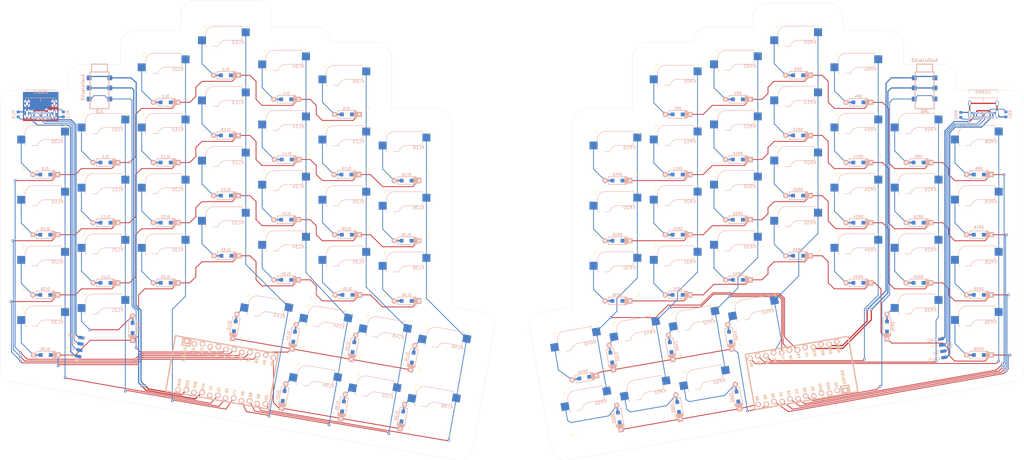
<source format=kicad_pcb>
(kicad_pcb (version 20171130) (host pcbnew "(5.1.6-0-10_14)")
  (layers (0 F.Cu signal) (31 B.Cu signal) (34 B.Paste user) (35 F.Paste user) (36 B.SilkS user) (37 F.SilkS user) (38 B.Mask user) (39 F.Mask user) (44 Edge.Cuts user))
  (net 0 "")
  (net 1 "Net-(DL10-Pad2)")
  (net 2 "Net-(DL10-Pad1)")
  (net 3 "Net-(DL11-Pad2)")
  (net 4 "Net-(DL12-Pad2)")
  (net 5 "Net-(DL13-Pad2)")
  (net 6 "Net-(DL14-Pad2)")
  (net 7 "Net-(DL15-Pad2)")
  (net 8 "Net-(DL16-Pad2)")
  (net 9 "Net-(DL20-Pad2)")
  (net 10 "Net-(DL20-Pad1)")
  (net 11 "Net-(DL21-Pad2)")
  (net 12 "Net-(DL22-Pad2)")
  (net 13 "Net-(DL23-Pad2)")
  (net 14 "Net-(DL24-Pad2)")
  (net 15 "Net-(DL25-Pad2)")
  (net 16 "Net-(DL26-Pad2)")
  (net 17 "Net-(DL30-Pad2)")
  (net 18 "Net-(DL30-Pad1)")
  (net 19 "Net-(DL31-Pad2)")
  (net 20 "Net-(DL32-Pad2)")
  (net 21 "Net-(DL33-Pad2)")
  (net 22 "Net-(DL34-Pad2)")
  (net 23 "Net-(DL35-Pad2)")
  (net 24 "Net-(DL36-Pad2)")
  (net 25 "Net-(DL43-Pad2)")
  (net 26 "Net-(DL43-Pad1)")
  (net 27 "Net-(DL44-Pad2)")
  (net 28 "Net-(DL45-Pad2)")
  (net 29 "Net-(DL46-Pad2)")
  (net 30 "Net-(DL54-Pad2)")
  (net 31 "Net-(DL54-Pad1)")
  (net 32 "Net-(DL55-Pad2)")
  (net 33 "Net-(DL56-Pad2)")
  (net 34 "Net-(KL00-Pad1)")
  (net 35 "Net-(KL01-Pad1)")
  (net 36 "Net-(KL02-Pad1)")
  (net 37 "Net-(KL03-Pad1)")
  (net 38 "Net-(KL04-Pad1)")
  (net 39 "Net-(KL05-Pad1)")
  (net 40 "Net-(KL16-Pad1)")
  (net 41 "Net-(DL0-Pad2)")
  (net 42 "Net-(DL0-Pad1)")
  (net 43 "Net-(DL1-Pad2)")
  (net 44 "Net-(DL2-Pad2)")
  (net 45 "Net-(DL3-Pad2)")
  (net 46 "Net-(DL4-Pad2)")
  (net 47 "Net-(DL5-Pad2)")
  (net 48 "Net-(DR1-Pad2)")
  (net 49 "Net-(DR1-Pad1)")
  (net 50 "Net-(DR2-Pad2)")
  (net 51 "Net-(DR3-Pad2)")
  (net 52 "Net-(DR4-Pad2)")
  (net 53 "Net-(DR5-Pad2)")
  (net 54 "Net-(DR6-Pad2)")
  (net 55 "Net-(DR10-Pad2)")
  (net 56 "Net-(DR10-Pad1)")
  (net 57 "Net-(DR11-Pad2)")
  (net 58 "Net-(DR12-Pad2)")
  (net 59 "Net-(DR13-Pad2)")
  (net 60 "Net-(DR14-Pad2)")
  (net 61 "Net-(DR15-Pad2)")
  (net 62 "Net-(DR16-Pad2)")
  (net 63 "Net-(DR20-Pad2)")
  (net 64 "Net-(DR20-Pad1)")
  (net 65 "Net-(DR21-Pad2)")
  (net 66 "Net-(DR22-Pad2)")
  (net 67 "Net-(DR23-Pad2)")
  (net 68 "Net-(DR24-Pad2)")
  (net 69 "Net-(DR25-Pad2)")
  (net 70 "Net-(DR26-Pad2)")
  (net 71 "Net-(DR30-Pad2)")
  (net 72 "Net-(DR30-Pad1)")
  (net 73 "Net-(DR31-Pad2)")
  (net 74 "Net-(DR32-Pad2)")
  (net 75 "Net-(DR33-Pad2)")
  (net 76 "Net-(DR34-Pad2)")
  (net 77 "Net-(DR35-Pad2)")
  (net 78 "Net-(DR36-Pad2)")
  (net 79 "Net-(DR40-Pad2)")
  (net 80 "Net-(DR40-Pad1)")
  (net 81 "Net-(DR41-Pad2)")
  (net 82 "Net-(DR42-Pad2)")
  (net 83 "Net-(DR43-Pad2)")
  (net 84 "Net-(DR50-Pad2)")
  (net 85 "Net-(DR50-Pad1)")
  (net 86 "Net-(DR51-Pad2)")
  (net 87 "Net-(DR52-Pad2)")
  (net 88 "Net-(JL0-Pad2)")
  (net 89 "Net-(JL0-Pad3)")
  (net 90 "Net-(JL0-Pad1)")
  (net 91 "Net-(JL1-Pad1)")
  (net 92 "Net-(JL1-Pad2)")
  (net 93 "Net-(JL1-Pad3)")
  (net 94 "Net-(JL1-Pad5)")
  (net 95 "Net-(JR0-Pad2)")
  (net 96 "Net-(JR0-Pad3)")
  (net 97 "Net-(JR0-Pad1)")
  (net 98 "Net-(JR1-Pad5)")
  (net 99 "Net-(JR1-Pad3)")
  (net 100 "Net-(JR1-Pad2)")
  (net 101 "Net-(JR1-Pad1)")
  (net 102 "Net-(KR01-Pad1)")
  (net 103 "Net-(KR02-Pad1)")
  (net 104 "Net-(KR03-Pad1)")
  (net 105 "Net-(KR04-Pad1)")
  (net 106 "Net-(KR05-Pad1)")
  (net 107 "Net-(KR06-Pad1)")
  (net 108 "Net-(KR10-Pad1)")
  (net 109 "Net-(RL0-Pad2)")
  (net 110 "Net-(RL1-Pad2)")
  (net 111 "Net-(RR0-Pad2)")
  (net 112 "Net-(RR1-Pad2)")
  (net 113 "Net-(UL0-Pad1)")
  (net 114 "Net-(UL0-Pad2)")
  (net 115 "Net-(UL0-Pad3)")
  (net 116 "Net-(UL0-Pad4)")
  (net 117 "Net-(UL0-Pad5)")
  (net 118 "Net-(UL0-Pad20)")
  (net 119 "Net-(UL0-Pad22)")
  (net 120 "Net-(UL0-Pad24)")
  (net 121 "Net-(UR0-Pad24)")
  (net 122 "Net-(UR0-Pad22)")
  (net 123 "Net-(UR0-Pad20)")
  (net 124 "Net-(UR0-Pad5)")
  (net 125 "Net-(UR0-Pad4)")
  (net 126 "Net-(UR0-Pad3)")
  (net 127 "Net-(UR0-Pad2)")
  (net 128 "Net-(UR0-Pad1)")
  (net 129 "Net-(USBL1-PadB8)")
  (net 130 "Net-(USBL1-PadA8)")
  (net 131 "Net-(USBR0-PadA8)")
  (net 132 "Net-(USBR0-PadB8)")
  (module Connector_Wire:Pad_1x04_SMD_1x2mm (layer B.Cu) (at 322.051171 143.51129 100)
    (fp_text reference JR1 (at 0.508 2.429 280) (layer B.SilkS) (effects (justify mirror)))
    (fp_text value "USB from Pro micro")
    (fp_text user VBUS (at -3.048 -3.349524 190) (layer B.SilkS) (effects (justify mirror)))
    (fp_text user D- (at 1.016 -2.54 190) (layer B.SilkS) (effects (justify mirror)))
    (fp_text user D+ (at -1.016 -2.54 190) (layer B.SilkS) (effects (justify mirror)))
    (fp_text user GND (at 3.048 -2.944762 190) (layer B.SilkS) (effects (justify mirror)))
    (pad 5 smd roundrect (at 3.008 -0.071 100) (size 1 2) (layers B.Cu B.Paste B.Mask) (net 98 "Net-(JR1-Pad5)"))
    (pad 3 smd roundrect (at 1.008 -0.071 100) (size 1 2) (layers B.Cu B.Paste B.Mask) (net 99 "Net-(JR1-Pad3)"))
    (pad 2 smd roundrect (at -0.992 -0.071 100) (size 1 2) (layers B.Cu B.Paste B.Mask) (net 100 "Net-(JR1-Pad2)"))
    (pad 1 smd roundrect (at -2.992 -0.071 100) (size 1 2) (layers B.Cu B.Paste B.Mask) (net 101 "Net-(JR1-Pad1)"))
  )
  (module Type-C:USB_C_GCT_USB4085 (layer B.Cu) (at 334.82875 64.26875)
    (fp_text reference USBR0 (at 0 -1.85) (layer B.SilkS) (effects (justify mirror)))
    (fp_text value "USB C receptacle")
    (pad A5 thru_hole circle (at -1.275 6.1) (size 0.65 0.65) (drill 0.4) (layers *.Cu *.Mask) (net 111 "Net-(RR0-Pad2)"))
    (pad A1 thru_hole circle (at -2.975 6.1) (size 0.65 0.65) (drill 0.4) (layers *.Cu *.Mask) (net 98 "Net-(JR1-Pad5)"))
    (pad A4 thru_hole circle (at -2.125 6.1) (size 0.65 0.65) (drill 0.4) (layers *.Cu *.Mask) (net 101 "Net-(JR1-Pad1)"))
    (pad A6 thru_hole circle (at -0.425 6.1) (size 0.65 0.65) (drill 0.4) (layers *.Cu *.Mask) (net 99 "Net-(JR1-Pad3)"))
    (pad A7 thru_hole circle (at 0.425 6.1) (size 0.65 0.65) (drill 0.4) (layers *.Cu *.Mask) (net 100 "Net-(JR1-Pad2)"))
    (pad A8 thru_hole circle (at 1.275 6.1) (size 0.65 0.65) (drill 0.4) (layers *.Cu *.Mask) (net 131 "Net-(USBR0-PadA8)"))
    (pad A9 thru_hole circle (at 2.125 6.1) (size 0.65 0.65) (drill 0.4) (layers *.Cu *.Mask) (net 101 "Net-(JR1-Pad1)"))
    (pad A12 thru_hole circle (at 2.975 6.1) (size 0.65 0.65) (drill 0.4) (layers *.Cu *.Mask) (net 98 "Net-(JR1-Pad5)"))
    (pad B12 thru_hole circle (at -2.975 4.775) (size 0.65 0.65) (drill 0.4) (layers *.Cu *.Mask) (net 98 "Net-(JR1-Pad5)"))
    (pad B9 thru_hole circle (at -2.12 4.775) (size 0.65 0.65) (drill 0.4) (layers *.Cu *.Mask) (net 101 "Net-(JR1-Pad1)"))
    (pad B8 thru_hole circle (at -1.27 4.775) (size 0.65 0.65) (drill 0.4) (layers *.Cu *.Mask) (net 132 "Net-(USBR0-PadB8)"))
    (pad B7 thru_hole circle (at -0.42 4.775) (size 0.65 0.65) (drill 0.4) (layers *.Cu *.Mask) (net 100 "Net-(JR1-Pad2)"))
    (pad B6 thru_hole circle (at 0.43 4.775) (size 0.65 0.65) (drill 0.4) (layers *.Cu *.Mask) (net 99 "Net-(JR1-Pad3)"))
    (pad B5 thru_hole circle (at 1.28 4.775) (size 0.65 0.65) (drill 0.4) (layers *.Cu *.Mask) (net 112 "Net-(RR1-Pad2)"))
    (pad B4 thru_hole circle (at 2.13 4.775) (size 0.65 0.65) (drill 0.4) (layers *.Cu *.Mask) (net 101 "Net-(JR1-Pad1)"))
    (pad B1 thru_hole circle (at 2.98 4.775) (size 0.65 0.65) (drill 0.4) (layers *.Cu *.Mask) (net 98 "Net-(JR1-Pad5)"))
    (pad S1 thru_hole oval (at -4.325 5.12) (size 0.9 2.4) (drill oval 0.6 2.1) (layers *.Cu *.Mask) (net 98 "Net-(JR1-Pad5)"))
    (pad S1 thru_hole oval (at 4.325 5.12) (size 0.9 2.4) (drill oval 0.6 2.1) (layers *.Cu *.Mask) (net 98 "Net-(JR1-Pad5)"))
    (pad S1 thru_hole oval (at -4.325 1.74) (size 0.9 1.7) (drill oval 0.6 1.4) (layers *.Cu *.Mask) (net 98 "Net-(JR1-Pad5)"))
    (pad S1 thru_hole oval (at 4.325 1.74) (size 0.9 1.7) (drill oval 0.6 1.4) (layers *.Cu *.Mask) (net 98 "Net-(JR1-Pad5)"))
  )
  (module Keebio-Parts:ArduinoProMicro-ZigZag (layer B.Cu) (at 276.087731 151.615884 190)
    (fp_text reference UR0 hide)
    (fp_text value "Pro Micro" hide)
    (fp_text user ST (at -8.91 5.04 -80) (layer F.SilkS) (effects (font (size 0.8 0.8))))
    (fp_text user TX0/D3 (at -13.97 -3.571872 -80) (layer B.SilkS) (effects (font (size 0.8 0.8)) (justify mirror)))
    (fp_text user TX0/D3 (at -13.97 -3.571872 -80) (layer F.SilkS) (effects (font (size 0.8 0.8))))
    (fp_text user D2 (at -11.43 -5.461 -80) (layer B.SilkS) (effects (font (size 0.8 0.8)) (justify mirror)))
    (fp_text user D0 (at -1.27 -5.461 -80) (layer B.SilkS) (effects (font (size 0.8 0.8)) (justify mirror)))
    (fp_text user D1 (at -3.81 -5.461 -80) (layer B.SilkS) (effects (font (size 0.8 0.8)) (justify mirror)))
    (fp_text user GND (at -6.35 -5.461 -80) (layer B.SilkS) (effects (font (size 0.8 0.8)) (justify mirror)))
    (fp_text user GND (at -8.89 -5.461 -80) (layer B.SilkS) (effects (font (size 0.8 0.8)) (justify mirror)))
    (fp_text user D4 (at 1.27 -5.461 -80) (layer B.SilkS) (effects (font (size 0.8 0.8)) (justify mirror)))
    (fp_text user C6 (at 3.81 -5.461 -80) (layer B.SilkS) (effects (font (size 0.8 0.8)) (justify mirror)))
    (fp_text user D7 (at 6.35 -5.461 -80) (layer B.SilkS) (effects (font (size 0.8 0.8)) (justify mirror)))
    (fp_text user E6 (at 8.89 -5.461 -80) (layer B.SilkS) (effects (font (size 0.8 0.8)) (justify mirror)))
    (fp_text user B4 (at 11.43 -5.461 -80) (layer B.SilkS) (effects (font (size 0.8 0.8)) (justify mirror)))
    (fp_text user B5 (at 13.97 -5.461 -80) (layer B.SilkS) (effects (font (size 0.8 0.8)) (justify mirror)))
    (fp_text user B6 (at 13.97 5.461 -80) (layer B.SilkS) (effects (font (size 0.8 0.8)) (justify mirror)))
    (fp_text user B2 (at 11.43 5.461 -80) (layer F.SilkS) (effects (font (size 0.8 0.8))))
    (fp_text user B3 (at 8.89 5.461 -80) (layer B.SilkS) (effects (font (size 0.8 0.8)) (justify mirror)))
    (fp_text user B1 (at 6.35 5.461 -80) (layer B.SilkS) (effects (font (size 0.8 0.8)) (justify mirror)))
    (fp_text user F7 (at 3.81 5.461 -80) (layer F.SilkS) (effects (font (size 0.8 0.8))))
    (fp_text user F6 (at 1.27 5.461 -80) (layer F.SilkS) (effects (font (size 0.8 0.8))))
    (fp_text user F5 (at -1.27 5.461 -80) (layer F.SilkS) (effects (font (size 0.8 0.8))))
    (fp_text user F4 (at -3.81 5.461 -80) (layer B.SilkS) (effects (font (size 0.8 0.8)) (justify mirror)))
    (fp_text user VCC (at -6.35 5.461 -80) (layer B.SilkS) (effects (font (size 0.8 0.8)) (justify mirror)))
    (fp_text user ST (at -8.92 5.73312 -80) (layer B.SilkS) (effects (font (size 0.8 0.8)) (justify mirror)))
    (fp_text user GND (at -11.43 5.461 -80) (layer B.SilkS) (effects (font (size 0.8 0.8)) (justify mirror)))
    (fp_text user RAW (at -13.97 5.461 -80) (layer B.SilkS) (effects (font (size 0.8 0.8)) (justify mirror)))
    (fp_text user RAW (at -13.97 5.461 -80) (layer F.SilkS) (effects (font (size 0.8 0.8))))
    (fp_text user GND (at -11.43 5.461 -80) (layer F.SilkS) (effects (font (size 0.8 0.8))))
    (fp_text user VCC (at -6.35 5.461 -80) (layer F.SilkS) (effects (font (size 0.8 0.8))))
    (fp_text user F4 (at -3.81 5.461 -80) (layer F.SilkS) (effects (font (size 0.8 0.8))))
    (fp_text user F5 (at -1.27 5.461 -80) (layer B.SilkS) (effects (font (size 0.8 0.8)) (justify mirror)))
    (fp_text user F6 (at 1.27 5.461 -80) (layer B.SilkS) (effects (font (size 0.8 0.8)) (justify mirror)))
    (fp_text user F7 (at 3.81 5.461 -80) (layer B.SilkS) (effects (font (size 0.8 0.8)) (justify mirror)))
    (fp_text user B1 (at 6.35 5.461 -80) (layer F.SilkS) (effects (font (size 0.8 0.8))))
    (fp_text user B3 (at 8.89 5.461 -80) (layer F.SilkS) (effects (font (size 0.8 0.8))))
    (fp_text user B2 (at 11.43 5.461 -80) (layer B.SilkS) (effects (font (size 0.8 0.8)) (justify mirror)))
    (fp_text user B6 (at 13.97 5.461 -80) (layer F.SilkS) (effects (font (size 0.8 0.8))))
    (fp_text user B5 (at 13.97 -5.461 -80) (layer F.SilkS) (effects (font (size 0.8 0.8))))
    (fp_text user B4 (at 11.43 -5.461 -80) (layer F.SilkS) (effects (font (size 0.8 0.8))))
    (fp_text user E6 (at 8.89 -5.461 -80) (layer F.SilkS) (effects (font (size 0.8 0.8))))
    (fp_text user D7 (at 6.35 -5.461 -80) (layer F.SilkS) (effects (font (size 0.8 0.8))))
    (fp_text user C6 (at 3.81 -5.461 -80) (layer F.SilkS) (effects (font (size 0.8 0.8))))
    (fp_text user D4 (at 1.27 -5.461 -80) (layer F.SilkS) (effects (font (size 0.8 0.8))))
    (fp_text user GND (at -8.89 -5.461 -80) (layer F.SilkS) (effects (font (size 0.8 0.8))))
    (fp_text user GND (at -6.35 -5.461 -80) (layer F.SilkS) (effects (font (size 0.8 0.8))))
    (fp_text user D1 (at -3.81 -5.461 -80) (layer F.SilkS) (effects (font (size 0.8 0.8))))
    (fp_text user D0 (at -1.27 -5.461 -80) (layer F.SilkS) (effects (font (size 0.8 0.8))))
    (fp_text user D2 (at -11.43 -5.461 -80) (layer F.SilkS) (effects (font (size 0.8 0.8))))
    (pad 24 thru_hole circle (at -13.97 7.8486 190) (size 1.7526 1.7526) (drill 1.0922) (layers *.Cu *.SilkS *.Mask) (net 121 "Net-(UR0-Pad24)"))
    (pad 12 thru_hole circle (at 13.97 -7.3914 190) (size 1.7526 1.7526) (drill 1.0922) (layers *.Cu *.SilkS *.Mask) (net 85 "Net-(DR50-Pad1)"))
    (pad 23 thru_hole circle (at -11.43 7.3914 190) (size 1.7526 1.7526) (drill 1.0922) (layers *.Cu *.SilkS *.Mask) (net 97 "Net-(JR0-Pad1)"))
    (pad 22 thru_hole circle (at -8.89 7.8486 190) (size 1.7526 1.7526) (drill 1.0922) (layers *.Cu *.SilkS *.Mask) (net 122 "Net-(UR0-Pad22)"))
    (pad 21 thru_hole circle (at -6.35 7.3914 190) (size 1.7526 1.7526) (drill 1.0922) (layers *.Cu *.SilkS *.Mask) (net 96 "Net-(JR0-Pad3)"))
    (pad 20 thru_hole circle (at -3.81 7.8486 190) (size 1.7526 1.7526) (drill 1.0922) (layers *.Cu *.SilkS *.Mask) (net 123 "Net-(UR0-Pad20)"))
    (pad 19 thru_hole circle (at -1.27 7.3914 190) (size 1.7526 1.7526) (drill 1.0922) (layers *.Cu *.SilkS *.Mask) (net 108 "Net-(KR10-Pad1)"))
    (pad 18 thru_hole circle (at 1.27 7.8486 190) (size 1.7526 1.7526) (drill 1.0922) (layers *.Cu *.SilkS *.Mask) (net 102 "Net-(KR01-Pad1)"))
    (pad 17 thru_hole circle (at 3.81 7.3914 190) (size 1.7526 1.7526) (drill 1.0922) (layers *.Cu *.SilkS *.Mask) (net 103 "Net-(KR02-Pad1)"))
    (pad 16 thru_hole circle (at 6.35 7.8486 190) (size 1.7526 1.7526) (drill 1.0922) (layers *.Cu *.SilkS *.Mask) (net 104 "Net-(KR03-Pad1)"))
    (pad 15 thru_hole circle (at 8.89 7.3914 190) (size 1.7526 1.7526) (drill 1.0922) (layers *.Cu *.SilkS *.Mask) (net 105 "Net-(KR04-Pad1)"))
    (pad 14 thru_hole circle (at 11.43 7.8486 190) (size 1.7526 1.7526) (drill 1.0922) (layers *.Cu *.SilkS *.Mask) (net 106 "Net-(KR05-Pad1)"))
    (pad 13 thru_hole circle (at 13.97 7.3914 190) (size 1.7526 1.7526) (drill 1.0922) (layers *.Cu *.SilkS *.Mask) (net 107 "Net-(KR06-Pad1)"))
    (pad 11 thru_hole circle (at 11.43 -7.8486 190) (size 1.7526 1.7526) (drill 1.0922) (layers *.Cu *.SilkS *.Mask) (net 80 "Net-(DR40-Pad1)"))
    (pad 10 thru_hole circle (at 8.89 -7.3914 190) (size 1.7526 1.7526) (drill 1.0922) (layers *.Cu *.SilkS *.Mask) (net 72 "Net-(DR30-Pad1)"))
    (pad 9 thru_hole circle (at 6.35 -7.8486 190) (size 1.7526 1.7526) (drill 1.0922) (layers *.Cu *.SilkS *.Mask) (net 64 "Net-(DR20-Pad1)"))
    (pad 8 thru_hole circle (at 3.81 -7.3914 190) (size 1.7526 1.7526) (drill 1.0922) (layers *.Cu *.SilkS *.Mask) (net 56 "Net-(DR10-Pad1)"))
    (pad 7 thru_hole circle (at 1.27 -7.8486 190) (size 1.7526 1.7526) (drill 1.0922) (layers *.Cu *.SilkS *.Mask) (net 49 "Net-(DR1-Pad1)"))
    (pad 6 thru_hole circle (at -1.27 -7.3914 190) (size 1.7526 1.7526) (drill 1.0922) (layers *.Cu *.SilkS *.Mask) (net 95 "Net-(JR0-Pad2)"))
    (pad 5 thru_hole circle (at -3.81 -7.8486 190) (size 1.7526 1.7526) (drill 1.0922) (layers *.Cu *.SilkS *.Mask) (net 124 "Net-(UR0-Pad5)"))
    (pad 4 thru_hole circle (at -6.35 -7.3914 190) (size 1.7526 1.7526) (drill 1.0922) (layers *.Cu *.SilkS *.Mask) (net 125 "Net-(UR0-Pad4)"))
    (pad 3 thru_hole circle (at -8.89 -7.8486 190) (size 1.7526 1.7526) (drill 1.0922) (layers *.Cu *.SilkS *.Mask) (net 126 "Net-(UR0-Pad3)"))
    (pad 2 thru_hole circle (at -11.43 -7.3914 190) (size 1.7526 1.7526) (drill 1.0922) (layers *.Cu *.SilkS *.Mask) (net 127 "Net-(UR0-Pad2)"))
    (pad 1 thru_hole rect (at -13.97 -7.8486 190) (size 1.7526 1.7526) (drill 1.0922) (layers *.Cu *.SilkS *.Mask) (net 128 "Net-(UR0-Pad1)"))
  )
  (module Resistor_SMD:R_0603_1608Metric (layer B.Cu) (at 341.9725 69.5075 90)
    (fp_text reference RR1 (at 0 1.43 90) (layer B.SilkS) (effects (justify mirror)))
    (fp_text value 5.1K)
    (pad 2 smd roundrect (at 0.7875 0 90) (size 0.875 0.95) (layers B.Cu B.Paste B.Mask) (net 112 "Net-(RR1-Pad2)"))
    (pad 1 smd roundrect (at -0.7875 0 90) (size 0.875 0.95) (layers B.Cu B.Paste B.Mask) (net 98 "Net-(JR1-Pad5)"))
  )
  (module Resistor_SMD:R_0603_1608Metric (layer B.Cu) (at 327.685 69.6725 270)
    (fp_text reference RR0 (at 0 1.43 90) (layer B.SilkS) (effects (justify mirror)))
    (fp_text value 5.1K)
    (pad 2 smd roundrect (at 0.7875 0 270) (size 0.875 0.95) (layers B.Cu B.Paste B.Mask) (net 111 "Net-(RR0-Pad2)"))
    (pad 1 smd roundrect (at -0.7875 0 270) (size 0.875 0.95) (layers B.Cu B.Paste B.Mask) (net 98 "Net-(JR1-Pad5)"))
  )
  (module keyswitches:Kailh_socket_MX (layer F.Cu) (at 247.94685 156.577881 10)
    (fp_text reference KR52 (at 3.81 -1.905 10) (layer B.SilkS) (effects (justify mirror)))
    (fp_text value KEYSW)
    (pad 2 smd rect (at -7.56 -2.54 10) (size 2.55 2.5) (layers B.Cu B.Paste B.Mask) (net 87 "Net-(DR52-Pad2)"))
    (pad "" np_thru_hole circle (at -5.08 0 10) (size 1.7018 1.7018) (drill 1.7018) (layers *.Cu *.Mask))
    (pad "" np_thru_hole circle (at 5.08 0 10) (size 1.7018 1.7018) (drill 1.7018) (layers *.Cu *.Mask))
    (pad "" np_thru_hole circle (at 0 0 10) (size 3.9878 3.9878) (drill 3.9878) (layers *.Cu *.Mask))
    (pad "" np_thru_hole circle (at -3.81 -2.54 10) (size 3 3) (drill 3) (layers *.Cu *.Mask))
    (pad "" np_thru_hole circle (at 2.54 -5.08 10) (size 3 3) (drill 3) (layers *.Cu *.Mask))
    (pad 1 smd rect (at 6.29 -5.08 10) (size 2.55 2.5) (layers B.Cu B.Paste B.Mask) (net 103 "Net-(KR02-Pad1)"))
  )
  (module keyswitches:Kailh_socket_MX (layer F.Cu) (at 229.186262 159.885879 10)
    (fp_text reference KR51 (at 3.81 -1.905 10) (layer B.SilkS) (effects (justify mirror)))
    (fp_text value KEYSW)
    (pad 2 smd rect (at -7.56 -2.54 10) (size 2.55 2.5) (layers B.Cu B.Paste B.Mask) (net 86 "Net-(DR51-Pad2)"))
    (pad "" np_thru_hole circle (at -5.08 0 10) (size 1.7018 1.7018) (drill 1.7018) (layers *.Cu *.Mask))
    (pad "" np_thru_hole circle (at 5.08 0 10) (size 1.7018 1.7018) (drill 1.7018) (layers *.Cu *.Mask))
    (pad "" np_thru_hole circle (at 0 0 10) (size 3.9878 3.9878) (drill 3.9878) (layers *.Cu *.Mask))
    (pad "" np_thru_hole circle (at -3.81 -2.54 10) (size 3 3) (drill 3) (layers *.Cu *.Mask))
    (pad "" np_thru_hole circle (at 2.54 -5.08 10) (size 3 3) (drill 3) (layers *.Cu *.Mask))
    (pad 1 smd rect (at 6.29 -5.08 10) (size 2.55 2.5) (layers B.Cu B.Paste B.Mask) (net 102 "Net-(KR01-Pad1)"))
  )
  (module keyswitches:Kailh_socket_MX (layer F.Cu) (at 210.425674 163.193877 10)
    (fp_text reference KR50 (at 3.81 -1.905 10) (layer B.SilkS) (effects (justify mirror)))
    (fp_text value KEYSW)
    (pad 2 smd rect (at -7.56 -2.54 10) (size 2.55 2.5) (layers B.Cu B.Paste B.Mask) (net 84 "Net-(DR50-Pad2)"))
    (pad "" np_thru_hole circle (at -5.08 0 10) (size 1.7018 1.7018) (drill 1.7018) (layers *.Cu *.Mask))
    (pad "" np_thru_hole circle (at 5.08 0 10) (size 1.7018 1.7018) (drill 1.7018) (layers *.Cu *.Mask))
    (pad "" np_thru_hole circle (at 0 0 10) (size 3.9878 3.9878) (drill 3.9878) (layers *.Cu *.Mask))
    (pad "" np_thru_hole circle (at -3.81 -2.54 10) (size 3 3) (drill 3) (layers *.Cu *.Mask))
    (pad "" np_thru_hole circle (at 2.54 -5.08 10) (size 3 3) (drill 3) (layers *.Cu *.Mask))
    (pad 1 smd rect (at 6.29 -5.08 10) (size 2.55 2.5) (layers B.Cu B.Paste B.Mask) (net 108 "Net-(KR10-Pad1)"))
  )
  (module keyswitches:Kailh_socket_MX (layer F.Cu) (at 263.39944 134.509296 10)
    (fp_text reference KR43 (at 3.81 -1.905 10) (layer B.SilkS) (effects (justify mirror)))
    (fp_text value KEYSW)
    (pad 2 smd rect (at -7.56 -2.54 10) (size 2.55 2.5) (layers B.Cu B.Paste B.Mask) (net 83 "Net-(DR43-Pad2)"))
    (pad "" np_thru_hole circle (at -5.08 0 10) (size 1.7018 1.7018) (drill 1.7018) (layers *.Cu *.Mask))
    (pad "" np_thru_hole circle (at 5.08 0 10) (size 1.7018 1.7018) (drill 1.7018) (layers *.Cu *.Mask))
    (pad "" np_thru_hole circle (at 0 0 10) (size 3.9878 3.9878) (drill 3.9878) (layers *.Cu *.Mask))
    (pad "" np_thru_hole circle (at -3.81 -2.54 10) (size 3 3) (drill 3) (layers *.Cu *.Mask))
    (pad "" np_thru_hole circle (at 2.54 -5.08 10) (size 3 3) (drill 3) (layers *.Cu *.Mask))
    (pad 1 smd rect (at 6.29 -5.08 10) (size 2.55 2.5) (layers B.Cu B.Paste B.Mask) (net 104 "Net-(KR03-Pad1)"))
  )
  (module keyswitches:Kailh_socket_MX (layer F.Cu) (at 244.638852 137.817293 10)
    (fp_text reference KR42 (at 3.81 -1.905 10) (layer B.SilkS) (effects (justify mirror)))
    (fp_text value KEYSW)
    (pad 2 smd rect (at -7.56 -2.54 10) (size 2.55 2.5) (layers B.Cu B.Paste B.Mask) (net 82 "Net-(DR42-Pad2)"))
    (pad "" np_thru_hole circle (at -5.08 0 10) (size 1.7018 1.7018) (drill 1.7018) (layers *.Cu *.Mask))
    (pad "" np_thru_hole circle (at 5.08 0 10) (size 1.7018 1.7018) (drill 1.7018) (layers *.Cu *.Mask))
    (pad "" np_thru_hole circle (at 0 0 10) (size 3.9878 3.9878) (drill 3.9878) (layers *.Cu *.Mask))
    (pad "" np_thru_hole circle (at -3.81 -2.54 10) (size 3 3) (drill 3) (layers *.Cu *.Mask))
    (pad "" np_thru_hole circle (at 2.54 -5.08 10) (size 3 3) (drill 3) (layers *.Cu *.Mask))
    (pad 1 smd rect (at 6.29 -5.08 10) (size 2.55 2.5) (layers B.Cu B.Paste B.Mask) (net 103 "Net-(KR02-Pad1)"))
  )
  (module keyswitches:Kailh_socket_MX (layer F.Cu) (at 225.878264 141.125291 10)
    (fp_text reference KR41 (at 3.81 -1.905 10) (layer B.SilkS) (effects (justify mirror)))
    (fp_text value KEYSW)
    (pad 2 smd rect (at -7.56 -2.54 10) (size 2.55 2.5) (layers B.Cu B.Paste B.Mask) (net 81 "Net-(DR41-Pad2)"))
    (pad "" np_thru_hole circle (at -5.08 0 10) (size 1.7018 1.7018) (drill 1.7018) (layers *.Cu *.Mask))
    (pad "" np_thru_hole circle (at 5.08 0 10) (size 1.7018 1.7018) (drill 1.7018) (layers *.Cu *.Mask))
    (pad "" np_thru_hole circle (at 0 0 10) (size 3.9878 3.9878) (drill 3.9878) (layers *.Cu *.Mask))
    (pad "" np_thru_hole circle (at -3.81 -2.54 10) (size 3 3) (drill 3) (layers *.Cu *.Mask))
    (pad "" np_thru_hole circle (at 2.54 -5.08 10) (size 3 3) (drill 3) (layers *.Cu *.Mask))
    (pad 1 smd rect (at 6.29 -5.08 10) (size 2.55 2.5) (layers B.Cu B.Paste B.Mask) (net 102 "Net-(KR01-Pad1)"))
  )
  (module keyswitches:Kailh_socket_MX (layer F.Cu) (at 207.117677 144.433289 10)
    (fp_text reference KR40 (at 3.81 -1.905 10) (layer B.SilkS) (effects (justify mirror)))
    (fp_text value KEYSW)
    (pad 2 smd rect (at -7.56 -2.54 10) (size 2.55 2.5) (layers B.Cu B.Paste B.Mask) (net 79 "Net-(DR40-Pad2)"))
    (pad "" np_thru_hole circle (at -5.08 0 10) (size 1.7018 1.7018) (drill 1.7018) (layers *.Cu *.Mask))
    (pad "" np_thru_hole circle (at 5.08 0 10) (size 1.7018 1.7018) (drill 1.7018) (layers *.Cu *.Mask))
    (pad "" np_thru_hole circle (at 0 0 10) (size 3.9878 3.9878) (drill 3.9878) (layers *.Cu *.Mask))
    (pad "" np_thru_hole circle (at -3.81 -2.54 10) (size 3 3) (drill 3) (layers *.Cu *.Mask))
    (pad "" np_thru_hole circle (at 2.54 -5.08 10) (size 3 3) (drill 3) (layers *.Cu *.Mask))
    (pad 1 smd rect (at 6.29 -5.08 10) (size 2.55 2.5) (layers B.Cu B.Paste B.Mask) (net 108 "Net-(KR10-Pad1)"))
  )
  (module keyswitches:Kailh_socket_MX (layer F.Cu) (at 333.4 137.135)
    (fp_text reference KR36 (at 3.81 -1.905) (layer B.SilkS) (effects (justify mirror)))
    (fp_text value KEYSW)
    (pad 2 smd rect (at -7.56 -2.54) (size 2.55 2.5) (layers B.Cu B.Paste B.Mask) (net 78 "Net-(DR36-Pad2)"))
    (pad "" np_thru_hole circle (at -5.08 0) (size 1.7018 1.7018) (drill 1.7018) (layers *.Cu *.Mask))
    (pad "" np_thru_hole circle (at 5.08 0) (size 1.7018 1.7018) (drill 1.7018) (layers *.Cu *.Mask))
    (pad "" np_thru_hole circle (at 0 0) (size 3.9878 3.9878) (drill 3.9878) (layers *.Cu *.Mask))
    (pad "" np_thru_hole circle (at -3.81 -2.54) (size 3 3) (drill 3) (layers *.Cu *.Mask))
    (pad "" np_thru_hole circle (at 2.54 -5.08) (size 3 3) (drill 3) (layers *.Cu *.Mask))
    (pad 1 smd rect (at 6.29 -5.08) (size 2.55 2.5) (layers B.Cu B.Paste B.Mask) (net 107 "Net-(KR06-Pad1)"))
  )
  (module keyswitches:Kailh_socket_MX (layer F.Cu) (at 314.35 133.325)
    (fp_text reference KR35 (at 3.81 -1.905) (layer B.SilkS) (effects (justify mirror)))
    (fp_text value KEYSW)
    (pad 2 smd rect (at -7.56 -2.54) (size 2.55 2.5) (layers B.Cu B.Paste B.Mask) (net 77 "Net-(DR35-Pad2)"))
    (pad "" np_thru_hole circle (at -5.08 0) (size 1.7018 1.7018) (drill 1.7018) (layers *.Cu *.Mask))
    (pad "" np_thru_hole circle (at 5.08 0) (size 1.7018 1.7018) (drill 1.7018) (layers *.Cu *.Mask))
    (pad "" np_thru_hole circle (at 0 0) (size 3.9878 3.9878) (drill 3.9878) (layers *.Cu *.Mask))
    (pad "" np_thru_hole circle (at -3.81 -2.54) (size 3 3) (drill 3) (layers *.Cu *.Mask))
    (pad "" np_thru_hole circle (at 2.54 -5.08) (size 3 3) (drill 3) (layers *.Cu *.Mask))
    (pad 1 smd rect (at 6.29 -5.08) (size 2.55 2.5) (layers B.Cu B.Paste B.Mask) (net 106 "Net-(KR05-Pad1)"))
  )
  (module keyswitches:Kailh_socket_MX (layer F.Cu) (at 295.3 114.275)
    (fp_text reference KR34 (at 3.81 -1.905) (layer B.SilkS) (effects (justify mirror)))
    (fp_text value KEYSW)
    (pad 2 smd rect (at -7.56 -2.54) (size 2.55 2.5) (layers B.Cu B.Paste B.Mask) (net 76 "Net-(DR34-Pad2)"))
    (pad "" np_thru_hole circle (at -5.08 0) (size 1.7018 1.7018) (drill 1.7018) (layers *.Cu *.Mask))
    (pad "" np_thru_hole circle (at 5.08 0) (size 1.7018 1.7018) (drill 1.7018) (layers *.Cu *.Mask))
    (pad "" np_thru_hole circle (at 0 0) (size 3.9878 3.9878) (drill 3.9878) (layers *.Cu *.Mask))
    (pad "" np_thru_hole circle (at -3.81 -2.54) (size 3 3) (drill 3) (layers *.Cu *.Mask))
    (pad "" np_thru_hole circle (at 2.54 -5.08) (size 3 3) (drill 3) (layers *.Cu *.Mask))
    (pad 1 smd rect (at 6.29 -5.08) (size 2.55 2.5) (layers B.Cu B.Paste B.Mask) (net 105 "Net-(KR04-Pad1)"))
  )
  (module keyswitches:Kailh_socket_MX (layer F.Cu) (at 276.25 105.7025)
    (fp_text reference KR33 (at 3.81 -1.905) (layer B.SilkS) (effects (justify mirror)))
    (fp_text value KEYSW)
    (pad 2 smd rect (at -7.56 -2.54) (size 2.55 2.5) (layers B.Cu B.Paste B.Mask) (net 75 "Net-(DR33-Pad2)"))
    (pad "" np_thru_hole circle (at -5.08 0) (size 1.7018 1.7018) (drill 1.7018) (layers *.Cu *.Mask))
    (pad "" np_thru_hole circle (at 5.08 0) (size 1.7018 1.7018) (drill 1.7018) (layers *.Cu *.Mask))
    (pad "" np_thru_hole circle (at 0 0) (size 3.9878 3.9878) (drill 3.9878) (layers *.Cu *.Mask))
    (pad "" np_thru_hole circle (at -3.81 -2.54) (size 3 3) (drill 3) (layers *.Cu *.Mask))
    (pad "" np_thru_hole circle (at 2.54 -5.08) (size 3 3) (drill 3) (layers *.Cu *.Mask))
    (pad 1 smd rect (at 6.29 -5.08) (size 2.55 2.5) (layers B.Cu B.Paste B.Mask) (net 104 "Net-(KR03-Pad1)"))
  )
  (module keyswitches:Kailh_socket_MX (layer F.Cu) (at 257.2 113.3225)
    (fp_text reference KR32 (at 3.81 -1.905) (layer B.SilkS) (effects (justify mirror)))
    (fp_text value KEYSW)
    (pad 2 smd rect (at -7.56 -2.54) (size 2.55 2.5) (layers B.Cu B.Paste B.Mask) (net 74 "Net-(DR32-Pad2)"))
    (pad "" np_thru_hole circle (at -5.08 0) (size 1.7018 1.7018) (drill 1.7018) (layers *.Cu *.Mask))
    (pad "" np_thru_hole circle (at 5.08 0) (size 1.7018 1.7018) (drill 1.7018) (layers *.Cu *.Mask))
    (pad "" np_thru_hole circle (at 0 0) (size 3.9878 3.9878) (drill 3.9878) (layers *.Cu *.Mask))
    (pad "" np_thru_hole circle (at -3.81 -2.54) (size 3 3) (drill 3) (layers *.Cu *.Mask))
    (pad "" np_thru_hole circle (at 2.54 -5.08) (size 3 3) (drill 3) (layers *.Cu *.Mask))
    (pad 1 smd rect (at 6.29 -5.08) (size 2.55 2.5) (layers B.Cu B.Paste B.Mask) (net 103 "Net-(KR02-Pad1)"))
  )
  (module keyswitches:Kailh_socket_MX (layer F.Cu) (at 238.15 118.085)
    (fp_text reference KR31 (at 3.81 -1.905) (layer B.SilkS) (effects (justify mirror)))
    (fp_text value KEYSW)
    (pad 2 smd rect (at -7.56 -2.54) (size 2.55 2.5) (layers B.Cu B.Paste B.Mask) (net 73 "Net-(DR31-Pad2)"))
    (pad "" np_thru_hole circle (at -5.08 0) (size 1.7018 1.7018) (drill 1.7018) (layers *.Cu *.Mask))
    (pad "" np_thru_hole circle (at 5.08 0) (size 1.7018 1.7018) (drill 1.7018) (layers *.Cu *.Mask))
    (pad "" np_thru_hole circle (at 0 0) (size 3.9878 3.9878) (drill 3.9878) (layers *.Cu *.Mask))
    (pad "" np_thru_hole circle (at -3.81 -2.54) (size 3 3) (drill 3) (layers *.Cu *.Mask))
    (pad "" np_thru_hole circle (at 2.54 -5.08) (size 3 3) (drill 3) (layers *.Cu *.Mask))
    (pad 1 smd rect (at 6.29 -5.08) (size 2.55 2.5) (layers B.Cu B.Paste B.Mask) (net 102 "Net-(KR01-Pad1)"))
  )
  (module keyswitches:Kailh_socket_MX (layer F.Cu) (at 219.1 119.99)
    (fp_text reference KR30 (at 3.81 -1.905) (layer B.SilkS) (effects (justify mirror)))
    (fp_text value KEYSW)
    (pad 2 smd rect (at -7.56 -2.54) (size 2.55 2.5) (layers B.Cu B.Paste B.Mask) (net 71 "Net-(DR30-Pad2)"))
    (pad "" np_thru_hole circle (at -5.08 0) (size 1.7018 1.7018) (drill 1.7018) (layers *.Cu *.Mask))
    (pad "" np_thru_hole circle (at 5.08 0) (size 1.7018 1.7018) (drill 1.7018) (layers *.Cu *.Mask))
    (pad "" np_thru_hole circle (at 0 0) (size 3.9878 3.9878) (drill 3.9878) (layers *.Cu *.Mask))
    (pad "" np_thru_hole circle (at -3.81 -2.54) (size 3 3) (drill 3) (layers *.Cu *.Mask))
    (pad "" np_thru_hole circle (at 2.54 -5.08) (size 3 3) (drill 3) (layers *.Cu *.Mask))
    (pad 1 smd rect (at 6.29 -5.08) (size 2.55 2.5) (layers B.Cu B.Paste B.Mask) (net 108 "Net-(KR10-Pad1)"))
  )
  (module keyswitches:Kailh_socket_MX (layer F.Cu) (at 333.4 118.085)
    (fp_text reference KR26 (at 3.81 -1.905) (layer B.SilkS) (effects (justify mirror)))
    (fp_text value KEYSW)
    (pad 2 smd rect (at -7.56 -2.54) (size 2.55 2.5) (layers B.Cu B.Paste B.Mask) (net 70 "Net-(DR26-Pad2)"))
    (pad "" np_thru_hole circle (at -5.08 0) (size 1.7018 1.7018) (drill 1.7018) (layers *.Cu *.Mask))
    (pad "" np_thru_hole circle (at 5.08 0) (size 1.7018 1.7018) (drill 1.7018) (layers *.Cu *.Mask))
    (pad "" np_thru_hole circle (at 0 0) (size 3.9878 3.9878) (drill 3.9878) (layers *.Cu *.Mask))
    (pad "" np_thru_hole circle (at -3.81 -2.54) (size 3 3) (drill 3) (layers *.Cu *.Mask))
    (pad "" np_thru_hole circle (at 2.54 -5.08) (size 3 3) (drill 3) (layers *.Cu *.Mask))
    (pad 1 smd rect (at 6.29 -5.08) (size 2.55 2.5) (layers B.Cu B.Paste B.Mask) (net 107 "Net-(KR06-Pad1)"))
  )
  (module keyswitches:Kailh_socket_MX (layer F.Cu) (at 314.35 114.275)
    (fp_text reference KR25 (at 3.81 -1.905) (layer B.SilkS) (effects (justify mirror)))
    (fp_text value KEYSW)
    (pad 2 smd rect (at -7.56 -2.54) (size 2.55 2.5) (layers B.Cu B.Paste B.Mask) (net 69 "Net-(DR25-Pad2)"))
    (pad "" np_thru_hole circle (at -5.08 0) (size 1.7018 1.7018) (drill 1.7018) (layers *.Cu *.Mask))
    (pad "" np_thru_hole circle (at 5.08 0) (size 1.7018 1.7018) (drill 1.7018) (layers *.Cu *.Mask))
    (pad "" np_thru_hole circle (at 0 0) (size 3.9878 3.9878) (drill 3.9878) (layers *.Cu *.Mask))
    (pad "" np_thru_hole circle (at -3.81 -2.54) (size 3 3) (drill 3) (layers *.Cu *.Mask))
    (pad "" np_thru_hole circle (at 2.54 -5.08) (size 3 3) (drill 3) (layers *.Cu *.Mask))
    (pad 1 smd rect (at 6.29 -5.08) (size 2.55 2.5) (layers B.Cu B.Paste B.Mask) (net 106 "Net-(KR05-Pad1)"))
  )
  (module keyswitches:Kailh_socket_MX (layer F.Cu) (at 295.3 95.225)
    (fp_text reference KR24 (at 3.81 -1.905) (layer B.SilkS) (effects (justify mirror)))
    (fp_text value KEYSW)
    (pad 2 smd rect (at -7.56 -2.54) (size 2.55 2.5) (layers B.Cu B.Paste B.Mask) (net 68 "Net-(DR24-Pad2)"))
    (pad "" np_thru_hole circle (at -5.08 0) (size 1.7018 1.7018) (drill 1.7018) (layers *.Cu *.Mask))
    (pad "" np_thru_hole circle (at 5.08 0) (size 1.7018 1.7018) (drill 1.7018) (layers *.Cu *.Mask))
    (pad "" np_thru_hole circle (at 0 0) (size 3.9878 3.9878) (drill 3.9878) (layers *.Cu *.Mask))
    (pad "" np_thru_hole circle (at -3.81 -2.54) (size 3 3) (drill 3) (layers *.Cu *.Mask))
    (pad "" np_thru_hole circle (at 2.54 -5.08) (size 3 3) (drill 3) (layers *.Cu *.Mask))
    (pad 1 smd rect (at 6.29 -5.08) (size 2.55 2.5) (layers B.Cu B.Paste B.Mask) (net 105 "Net-(KR04-Pad1)"))
  )
  (module keyswitches:Kailh_socket_MX (layer F.Cu) (at 276.25 86.6525)
    (fp_text reference KR23 (at 3.81 -1.905) (layer B.SilkS) (effects (justify mirror)))
    (fp_text value KEYSW)
    (pad 2 smd rect (at -7.56 -2.54) (size 2.55 2.5) (layers B.Cu B.Paste B.Mask) (net 67 "Net-(DR23-Pad2)"))
    (pad "" np_thru_hole circle (at -5.08 0) (size 1.7018 1.7018) (drill 1.7018) (layers *.Cu *.Mask))
    (pad "" np_thru_hole circle (at 5.08 0) (size 1.7018 1.7018) (drill 1.7018) (layers *.Cu *.Mask))
    (pad "" np_thru_hole circle (at 0 0) (size 3.9878 3.9878) (drill 3.9878) (layers *.Cu *.Mask))
    (pad "" np_thru_hole circle (at -3.81 -2.54) (size 3 3) (drill 3) (layers *.Cu *.Mask))
    (pad "" np_thru_hole circle (at 2.54 -5.08) (size 3 3) (drill 3) (layers *.Cu *.Mask))
    (pad 1 smd rect (at 6.29 -5.08) (size 2.55 2.5) (layers B.Cu B.Paste B.Mask) (net 104 "Net-(KR03-Pad1)"))
  )
  (module keyswitches:Kailh_socket_MX (layer F.Cu) (at 257.2 94.2725)
    (fp_text reference KR22 (at 3.81 -1.905) (layer B.SilkS) (effects (justify mirror)))
    (fp_text value KEYSW)
    (pad 2 smd rect (at -7.56 -2.54) (size 2.55 2.5) (layers B.Cu B.Paste B.Mask) (net 66 "Net-(DR22-Pad2)"))
    (pad "" np_thru_hole circle (at -5.08 0) (size 1.7018 1.7018) (drill 1.7018) (layers *.Cu *.Mask))
    (pad "" np_thru_hole circle (at 5.08 0) (size 1.7018 1.7018) (drill 1.7018) (layers *.Cu *.Mask))
    (pad "" np_thru_hole circle (at 0 0) (size 3.9878 3.9878) (drill 3.9878) (layers *.Cu *.Mask))
    (pad "" np_thru_hole circle (at -3.81 -2.54) (size 3 3) (drill 3) (layers *.Cu *.Mask))
    (pad "" np_thru_hole circle (at 2.54 -5.08) (size 3 3) (drill 3) (layers *.Cu *.Mask))
    (pad 1 smd rect (at 6.29 -5.08) (size 2.55 2.5) (layers B.Cu B.Paste B.Mask) (net 103 "Net-(KR02-Pad1)"))
  )
  (module keyswitches:Kailh_socket_MX (layer F.Cu) (at 238.15 99.035)
    (fp_text reference KR21 (at 3.81 -1.905) (layer B.SilkS) (effects (justify mirror)))
    (fp_text value KEYSW)
    (pad 2 smd rect (at -7.56 -2.54) (size 2.55 2.5) (layers B.Cu B.Paste B.Mask) (net 65 "Net-(DR21-Pad2)"))
    (pad "" np_thru_hole circle (at -5.08 0) (size 1.7018 1.7018) (drill 1.7018) (layers *.Cu *.Mask))
    (pad "" np_thru_hole circle (at 5.08 0) (size 1.7018 1.7018) (drill 1.7018) (layers *.Cu *.Mask))
    (pad "" np_thru_hole circle (at 0 0) (size 3.9878 3.9878) (drill 3.9878) (layers *.Cu *.Mask))
    (pad "" np_thru_hole circle (at -3.81 -2.54) (size 3 3) (drill 3) (layers *.Cu *.Mask))
    (pad "" np_thru_hole circle (at 2.54 -5.08) (size 3 3) (drill 3) (layers *.Cu *.Mask))
    (pad 1 smd rect (at 6.29 -5.08) (size 2.55 2.5) (layers B.Cu B.Paste B.Mask) (net 102 "Net-(KR01-Pad1)"))
  )
  (module keyswitches:Kailh_socket_MX (layer F.Cu) (at 219.1 100.94)
    (fp_text reference KR20 (at 3.81 -1.905) (layer B.SilkS) (effects (justify mirror)))
    (fp_text value KEYSW)
    (pad 2 smd rect (at -7.56 -2.54) (size 2.55 2.5) (layers B.Cu B.Paste B.Mask) (net 63 "Net-(DR20-Pad2)"))
    (pad "" np_thru_hole circle (at -5.08 0) (size 1.7018 1.7018) (drill 1.7018) (layers *.Cu *.Mask))
    (pad "" np_thru_hole circle (at 5.08 0) (size 1.7018 1.7018) (drill 1.7018) (layers *.Cu *.Mask))
    (pad "" np_thru_hole circle (at 0 0) (size 3.9878 3.9878) (drill 3.9878) (layers *.Cu *.Mask))
    (pad "" np_thru_hole circle (at -3.81 -2.54) (size 3 3) (drill 3) (layers *.Cu *.Mask))
    (pad "" np_thru_hole circle (at 2.54 -5.08) (size 3 3) (drill 3) (layers *.Cu *.Mask))
    (pad 1 smd rect (at 6.29 -5.08) (size 2.55 2.5) (layers B.Cu B.Paste B.Mask) (net 108 "Net-(KR10-Pad1)"))
  )
  (module keyswitches:Kailh_socket_MX (layer F.Cu) (at 333.4 99.035)
    (fp_text reference KR16 (at 3.81 -1.905) (layer B.SilkS) (effects (justify mirror)))
    (fp_text value KEYSW)
    (pad 2 smd rect (at -7.56 -2.54) (size 2.55 2.5) (layers B.Cu B.Paste B.Mask) (net 62 "Net-(DR16-Pad2)"))
    (pad "" np_thru_hole circle (at -5.08 0) (size 1.7018 1.7018) (drill 1.7018) (layers *.Cu *.Mask))
    (pad "" np_thru_hole circle (at 5.08 0) (size 1.7018 1.7018) (drill 1.7018) (layers *.Cu *.Mask))
    (pad "" np_thru_hole circle (at 0 0) (size 3.9878 3.9878) (drill 3.9878) (layers *.Cu *.Mask))
    (pad "" np_thru_hole circle (at -3.81 -2.54) (size 3 3) (drill 3) (layers *.Cu *.Mask))
    (pad "" np_thru_hole circle (at 2.54 -5.08) (size 3 3) (drill 3) (layers *.Cu *.Mask))
    (pad 1 smd rect (at 6.29 -5.08) (size 2.55 2.5) (layers B.Cu B.Paste B.Mask) (net 107 "Net-(KR06-Pad1)"))
  )
  (module keyswitches:Kailh_socket_MX (layer F.Cu) (at 314.35 95.225)
    (fp_text reference KR15 (at 3.81 -1.905) (layer B.SilkS) (effects (justify mirror)))
    (fp_text value KEYSW)
    (pad 2 smd rect (at -7.56 -2.54) (size 2.55 2.5) (layers B.Cu B.Paste B.Mask) (net 61 "Net-(DR15-Pad2)"))
    (pad "" np_thru_hole circle (at -5.08 0) (size 1.7018 1.7018) (drill 1.7018) (layers *.Cu *.Mask))
    (pad "" np_thru_hole circle (at 5.08 0) (size 1.7018 1.7018) (drill 1.7018) (layers *.Cu *.Mask))
    (pad "" np_thru_hole circle (at 0 0) (size 3.9878 3.9878) (drill 3.9878) (layers *.Cu *.Mask))
    (pad "" np_thru_hole circle (at -3.81 -2.54) (size 3 3) (drill 3) (layers *.Cu *.Mask))
    (pad "" np_thru_hole circle (at 2.54 -5.08) (size 3 3) (drill 3) (layers *.Cu *.Mask))
    (pad 1 smd rect (at 6.29 -5.08) (size 2.55 2.5) (layers B.Cu B.Paste B.Mask) (net 106 "Net-(KR05-Pad1)"))
  )
  (module keyswitches:Kailh_socket_MX (layer F.Cu) (at 295.3 76.175)
    (fp_text reference KR14 (at 3.81 -1.905) (layer B.SilkS) (effects (justify mirror)))
    (fp_text value KEYSW)
    (pad 2 smd rect (at -7.56 -2.54) (size 2.55 2.5) (layers B.Cu B.Paste B.Mask) (net 60 "Net-(DR14-Pad2)"))
    (pad "" np_thru_hole circle (at -5.08 0) (size 1.7018 1.7018) (drill 1.7018) (layers *.Cu *.Mask))
    (pad "" np_thru_hole circle (at 5.08 0) (size 1.7018 1.7018) (drill 1.7018) (layers *.Cu *.Mask))
    (pad "" np_thru_hole circle (at 0 0) (size 3.9878 3.9878) (drill 3.9878) (layers *.Cu *.Mask))
    (pad "" np_thru_hole circle (at -3.81 -2.54) (size 3 3) (drill 3) (layers *.Cu *.Mask))
    (pad "" np_thru_hole circle (at 2.54 -5.08) (size 3 3) (drill 3) (layers *.Cu *.Mask))
    (pad 1 smd rect (at 6.29 -5.08) (size 2.55 2.5) (layers B.Cu B.Paste B.Mask) (net 105 "Net-(KR04-Pad1)"))
  )
  (module keyswitches:Kailh_socket_MX (layer F.Cu) (at 276.25 67.6025)
    (fp_text reference KR13 (at 3.81 -1.905) (layer B.SilkS) (effects (justify mirror)))
    (fp_text value KEYSW)
    (pad 2 smd rect (at -7.56 -2.54) (size 2.55 2.5) (layers B.Cu B.Paste B.Mask) (net 59 "Net-(DR13-Pad2)"))
    (pad "" np_thru_hole circle (at -5.08 0) (size 1.7018 1.7018) (drill 1.7018) (layers *.Cu *.Mask))
    (pad "" np_thru_hole circle (at 5.08 0) (size 1.7018 1.7018) (drill 1.7018) (layers *.Cu *.Mask))
    (pad "" np_thru_hole circle (at 0 0) (size 3.9878 3.9878) (drill 3.9878) (layers *.Cu *.Mask))
    (pad "" np_thru_hole circle (at -3.81 -2.54) (size 3 3) (drill 3) (layers *.Cu *.Mask))
    (pad "" np_thru_hole circle (at 2.54 -5.08) (size 3 3) (drill 3) (layers *.Cu *.Mask))
    (pad 1 smd rect (at 6.29 -5.08) (size 2.55 2.5) (layers B.Cu B.Paste B.Mask) (net 104 "Net-(KR03-Pad1)"))
  )
  (module keyswitches:Kailh_socket_MX (layer F.Cu) (at 257.2 75.2225)
    (fp_text reference KR12 (at 3.81 -1.905) (layer B.SilkS) (effects (justify mirror)))
    (fp_text value KEYSW)
    (pad 2 smd rect (at -7.56 -2.54) (size 2.55 2.5) (layers B.Cu B.Paste B.Mask) (net 58 "Net-(DR12-Pad2)"))
    (pad "" np_thru_hole circle (at -5.08 0) (size 1.7018 1.7018) (drill 1.7018) (layers *.Cu *.Mask))
    (pad "" np_thru_hole circle (at 5.08 0) (size 1.7018 1.7018) (drill 1.7018) (layers *.Cu *.Mask))
    (pad "" np_thru_hole circle (at 0 0) (size 3.9878 3.9878) (drill 3.9878) (layers *.Cu *.Mask))
    (pad "" np_thru_hole circle (at -3.81 -2.54) (size 3 3) (drill 3) (layers *.Cu *.Mask))
    (pad "" np_thru_hole circle (at 2.54 -5.08) (size 3 3) (drill 3) (layers *.Cu *.Mask))
    (pad 1 smd rect (at 6.29 -5.08) (size 2.55 2.5) (layers B.Cu B.Paste B.Mask) (net 103 "Net-(KR02-Pad1)"))
  )
  (module keyswitches:Kailh_socket_MX (layer F.Cu) (at 238.15 79.985)
    (fp_text reference KR11 (at 3.81 -1.905) (layer B.SilkS) (effects (justify mirror)))
    (fp_text value KEYSW)
    (pad 2 smd rect (at -7.56 -2.54) (size 2.55 2.5) (layers B.Cu B.Paste B.Mask) (net 57 "Net-(DR11-Pad2)"))
    (pad "" np_thru_hole circle (at -5.08 0) (size 1.7018 1.7018) (drill 1.7018) (layers *.Cu *.Mask))
    (pad "" np_thru_hole circle (at 5.08 0) (size 1.7018 1.7018) (drill 1.7018) (layers *.Cu *.Mask))
    (pad "" np_thru_hole circle (at 0 0) (size 3.9878 3.9878) (drill 3.9878) (layers *.Cu *.Mask))
    (pad "" np_thru_hole circle (at -3.81 -2.54) (size 3 3) (drill 3) (layers *.Cu *.Mask))
    (pad "" np_thru_hole circle (at 2.54 -5.08) (size 3 3) (drill 3) (layers *.Cu *.Mask))
    (pad 1 smd rect (at 6.29 -5.08) (size 2.55 2.5) (layers B.Cu B.Paste B.Mask) (net 102 "Net-(KR01-Pad1)"))
  )
  (module keyswitches:Kailh_socket_MX (layer F.Cu) (at 219.1 81.89)
    (fp_text reference KR10 (at 3.81 -1.905) (layer B.SilkS) (effects (justify mirror)))
    (fp_text value KEYSW)
    (pad 2 smd rect (at -7.56 -2.54) (size 2.55 2.5) (layers B.Cu B.Paste B.Mask) (net 55 "Net-(DR10-Pad2)"))
    (pad "" np_thru_hole circle (at -5.08 0) (size 1.7018 1.7018) (drill 1.7018) (layers *.Cu *.Mask))
    (pad "" np_thru_hole circle (at 5.08 0) (size 1.7018 1.7018) (drill 1.7018) (layers *.Cu *.Mask))
    (pad "" np_thru_hole circle (at 0 0) (size 3.9878 3.9878) (drill 3.9878) (layers *.Cu *.Mask))
    (pad "" np_thru_hole circle (at -3.81 -2.54) (size 3 3) (drill 3) (layers *.Cu *.Mask))
    (pad "" np_thru_hole circle (at 2.54 -5.08) (size 3 3) (drill 3) (layers *.Cu *.Mask))
    (pad 1 smd rect (at 6.29 -5.08) (size 2.55 2.5) (layers B.Cu B.Paste B.Mask) (net 108 "Net-(KR10-Pad1)"))
  )
  (module keyswitches:Kailh_socket_MX (layer F.Cu) (at 333.4 79.985)
    (fp_text reference KR06 (at 3.81 -1.905) (layer B.SilkS) (effects (justify mirror)))
    (fp_text value KEYSW)
    (pad 2 smd rect (at -7.56 -2.54) (size 2.55 2.5) (layers B.Cu B.Paste B.Mask) (net 54 "Net-(DR6-Pad2)"))
    (pad "" np_thru_hole circle (at -5.08 0) (size 1.7018 1.7018) (drill 1.7018) (layers *.Cu *.Mask))
    (pad "" np_thru_hole circle (at 5.08 0) (size 1.7018 1.7018) (drill 1.7018) (layers *.Cu *.Mask))
    (pad "" np_thru_hole circle (at 0 0) (size 3.9878 3.9878) (drill 3.9878) (layers *.Cu *.Mask))
    (pad "" np_thru_hole circle (at -3.81 -2.54) (size 3 3) (drill 3) (layers *.Cu *.Mask))
    (pad "" np_thru_hole circle (at 2.54 -5.08) (size 3 3) (drill 3) (layers *.Cu *.Mask))
    (pad 1 smd rect (at 6.29 -5.08) (size 2.55 2.5) (layers B.Cu B.Paste B.Mask) (net 107 "Net-(KR06-Pad1)"))
  )
  (module keyswitches:Kailh_socket_MX (layer F.Cu) (at 314.35 76.175)
    (fp_text reference KR05 (at 3.81 -1.905) (layer B.SilkS) (effects (justify mirror)))
    (fp_text value KEYSW)
    (pad 2 smd rect (at -7.56 -2.54) (size 2.55 2.5) (layers B.Cu B.Paste B.Mask) (net 53 "Net-(DR5-Pad2)"))
    (pad "" np_thru_hole circle (at -5.08 0) (size 1.7018 1.7018) (drill 1.7018) (layers *.Cu *.Mask))
    (pad "" np_thru_hole circle (at 5.08 0) (size 1.7018 1.7018) (drill 1.7018) (layers *.Cu *.Mask))
    (pad "" np_thru_hole circle (at 0 0) (size 3.9878 3.9878) (drill 3.9878) (layers *.Cu *.Mask))
    (pad "" np_thru_hole circle (at -3.81 -2.54) (size 3 3) (drill 3) (layers *.Cu *.Mask))
    (pad "" np_thru_hole circle (at 2.54 -5.08) (size 3 3) (drill 3) (layers *.Cu *.Mask))
    (pad 1 smd rect (at 6.29 -5.08) (size 2.55 2.5) (layers B.Cu B.Paste B.Mask) (net 106 "Net-(KR05-Pad1)"))
  )
  (module keyswitches:Kailh_socket_MX (layer F.Cu) (at 295.3 57.125)
    (fp_text reference KR04 (at 3.81 -1.905) (layer B.SilkS) (effects (justify mirror)))
    (fp_text value KEYSW)
    (pad 2 smd rect (at -7.56 -2.54) (size 2.55 2.5) (layers B.Cu B.Paste B.Mask) (net 52 "Net-(DR4-Pad2)"))
    (pad "" np_thru_hole circle (at -5.08 0) (size 1.7018 1.7018) (drill 1.7018) (layers *.Cu *.Mask))
    (pad "" np_thru_hole circle (at 5.08 0) (size 1.7018 1.7018) (drill 1.7018) (layers *.Cu *.Mask))
    (pad "" np_thru_hole circle (at 0 0) (size 3.9878 3.9878) (drill 3.9878) (layers *.Cu *.Mask))
    (pad "" np_thru_hole circle (at -3.81 -2.54) (size 3 3) (drill 3) (layers *.Cu *.Mask))
    (pad "" np_thru_hole circle (at 2.54 -5.08) (size 3 3) (drill 3) (layers *.Cu *.Mask))
    (pad 1 smd rect (at 6.29 -5.08) (size 2.55 2.5) (layers B.Cu B.Paste B.Mask) (net 105 "Net-(KR04-Pad1)"))
  )
  (module keyswitches:Kailh_socket_MX (layer F.Cu) (at 276.25 48.5525)
    (fp_text reference KR03 (at 3.81 -1.905) (layer B.SilkS) (effects (justify mirror)))
    (fp_text value KEYSW)
    (pad 2 smd rect (at -7.56 -2.54) (size 2.55 2.5) (layers B.Cu B.Paste B.Mask) (net 51 "Net-(DR3-Pad2)"))
    (pad "" np_thru_hole circle (at -5.08 0) (size 1.7018 1.7018) (drill 1.7018) (layers *.Cu *.Mask))
    (pad "" np_thru_hole circle (at 5.08 0) (size 1.7018 1.7018) (drill 1.7018) (layers *.Cu *.Mask))
    (pad "" np_thru_hole circle (at 0 0) (size 3.9878 3.9878) (drill 3.9878) (layers *.Cu *.Mask))
    (pad "" np_thru_hole circle (at -3.81 -2.54) (size 3 3) (drill 3) (layers *.Cu *.Mask))
    (pad "" np_thru_hole circle (at 2.54 -5.08) (size 3 3) (drill 3) (layers *.Cu *.Mask))
    (pad 1 smd rect (at 6.29 -5.08) (size 2.55 2.5) (layers B.Cu B.Paste B.Mask) (net 104 "Net-(KR03-Pad1)"))
  )
  (module keyswitches:Kailh_socket_MX (layer F.Cu) (at 257.2 56.1725)
    (fp_text reference KR02 (at 3.81 -1.905) (layer B.SilkS) (effects (justify mirror)))
    (fp_text value KEYSW)
    (pad 2 smd rect (at -7.56 -2.54) (size 2.55 2.5) (layers B.Cu B.Paste B.Mask) (net 50 "Net-(DR2-Pad2)"))
    (pad "" np_thru_hole circle (at -5.08 0) (size 1.7018 1.7018) (drill 1.7018) (layers *.Cu *.Mask))
    (pad "" np_thru_hole circle (at 5.08 0) (size 1.7018 1.7018) (drill 1.7018) (layers *.Cu *.Mask))
    (pad "" np_thru_hole circle (at 0 0) (size 3.9878 3.9878) (drill 3.9878) (layers *.Cu *.Mask))
    (pad "" np_thru_hole circle (at -3.81 -2.54) (size 3 3) (drill 3) (layers *.Cu *.Mask))
    (pad "" np_thru_hole circle (at 2.54 -5.08) (size 3 3) (drill 3) (layers *.Cu *.Mask))
    (pad 1 smd rect (at 6.29 -5.08) (size 2.55 2.5) (layers B.Cu B.Paste B.Mask) (net 103 "Net-(KR02-Pad1)"))
  )
  (module keyswitches:Kailh_socket_MX (layer F.Cu) (at 238.15 60.935)
    (fp_text reference KR01 (at 3.81 -1.905) (layer B.SilkS) (effects (justify mirror)))
    (fp_text value KEYSW)
    (pad 2 smd rect (at -7.56 -2.54) (size 2.55 2.5) (layers B.Cu B.Paste B.Mask) (net 48 "Net-(DR1-Pad2)"))
    (pad "" np_thru_hole circle (at -5.08 0) (size 1.7018 1.7018) (drill 1.7018) (layers *.Cu *.Mask))
    (pad "" np_thru_hole circle (at 5.08 0) (size 1.7018 1.7018) (drill 1.7018) (layers *.Cu *.Mask))
    (pad "" np_thru_hole circle (at 0 0) (size 3.9878 3.9878) (drill 3.9878) (layers *.Cu *.Mask))
    (pad "" np_thru_hole circle (at -3.81 -2.54) (size 3 3) (drill 3) (layers *.Cu *.Mask))
    (pad "" np_thru_hole circle (at 2.54 -5.08) (size 3 3) (drill 3) (layers *.Cu *.Mask))
    (pad 1 smd rect (at 6.29 -5.08) (size 2.55 2.5) (layers B.Cu B.Paste B.Mask) (net 102 "Net-(KR01-Pad1)"))
  )
  (module mod_conn_av:jack_3.5_pj313d-smt (layer B.Cu) (at 316.255 61.8875)
    (fp_text reference JR0 (at 0.1 6.7) (layer B.SilkS) (effects (font (size 0.99822 0.99822) (thickness 0.19812)) (justify mirror)))
    (fp_text value AudioJack3 (at 0 -9.5) (layer B.SilkS) (effects (font (size 0.99822 0.99822) (thickness 0.19812)) (justify mirror)))
    (pad 2 smd rect (at 3.3 2.75) (size 1.5 1.5) (layers B.Cu B.Paste B.Mask) (net 95 "Net-(JR0-Pad2)"))
    (pad 3 smd rect (at 3.3 -0.75) (size 1.5 1.5) (layers B.Cu B.Paste B.Mask) (net 96 "Net-(JR0-Pad3)"))
    (pad 1 smd rect (at 3.3 -3.95) (size 1.5 1.5) (layers B.Cu B.Paste B.Mask) (net 97 "Net-(JR0-Pad1)"))
    (pad 3 smd rect (at -3.3 -0.75) (size 1.5 1.5) (layers B.Cu B.Paste B.Mask) (net 96 "Net-(JR0-Pad3)"))
    (pad 2 smd rect (at -3.3 2.75) (size 1.5 1.5) (layers B.Cu B.Paste B.Mask) (net 95 "Net-(JR0-Pad2)"))
    (pad 1 smd rect (at -3.3 -3.95) (size 1.5 1.5) (layers B.Cu B.Paste B.Mask) (net 97 "Net-(JR0-Pad1)"))
    (pad "" np_thru_hole circle (at 0 2.75) (size 1.5 1.5) (drill 1.5) (layers *.Cu *.Mask B.SilkS))
    (pad "" np_thru_hole circle (at 0 -3.25) (size 1.5 1.5) (drill 1.5) (layers *.Cu *.Mask B.SilkS))
  )
  (module keyboard_parts:D_SOD123_axial (layer B.Cu) (at 257.050714 158.8414 100)
    (fp_text reference DR52 (at 0 -1.925 280) (layer B.SilkS) (effects (font (size 0.8 0.8)) (justify mirror)))
    (fp_text value D hide)
    (pad 2 smd rect (at 2.7 0 100) (size 2.5 0.5) (layers B.Cu) (net 87 "Net-(DR52-Pad2)"))
    (pad 1 smd rect (at -2.7 0 100) (size 2.5 0.5) (layers B.Cu) (net 85 "Net-(DR50-Pad1)"))
    (pad 2 thru_hole circle (at 3.9 0 100) (size 1.6 1.6) (drill 0.7) (layers *.Cu *.Mask B.SilkS) (net 87 "Net-(DR52-Pad2)"))
    (pad 1 thru_hole rect (at -3.9 0 100) (size 1.6 1.6) (drill 0.7) (layers *.Cu *.Mask B.SilkS) (net 85 "Net-(DR50-Pad1)"))
    (pad 1 smd rect (at -1.575 0 100) (size 1.2 1.2) (layers B.Cu B.Paste B.Mask) (net 85 "Net-(DR50-Pad1)"))
    (pad 2 smd rect (at 1.575 0 100) (size 1.2 1.2) (layers B.Cu B.Paste B.Mask) (net 87 "Net-(DR52-Pad2)"))
  )
  (module keyboard_parts:D_SOD123_axial (layer B.Cu) (at 238.290126 162.149397 100)
    (fp_text reference DR51 (at 0 -1.925 280) (layer B.SilkS) (effects (font (size 0.8 0.8)) (justify mirror)))
    (fp_text value D hide)
    (pad 2 smd rect (at 2.7 0 100) (size 2.5 0.5) (layers B.Cu) (net 86 "Net-(DR51-Pad2)"))
    (pad 1 smd rect (at -2.7 0 100) (size 2.5 0.5) (layers B.Cu) (net 85 "Net-(DR50-Pad1)"))
    (pad 2 thru_hole circle (at 3.9 0 100) (size 1.6 1.6) (drill 0.7) (layers *.Cu *.Mask B.SilkS) (net 86 "Net-(DR51-Pad2)"))
    (pad 1 thru_hole rect (at -3.9 0 100) (size 1.6 1.6) (drill 0.7) (layers *.Cu *.Mask B.SilkS) (net 85 "Net-(DR50-Pad1)"))
    (pad 1 smd rect (at -1.575 0 100) (size 1.2 1.2) (layers B.Cu B.Paste B.Mask) (net 85 "Net-(DR50-Pad1)"))
    (pad 2 smd rect (at 1.575 0 100) (size 1.2 1.2) (layers B.Cu B.Paste B.Mask) (net 86 "Net-(DR51-Pad2)"))
  )
  (module keyboard_parts:D_SOD123_axial (layer B.Cu) (at 219.529538 165.457395 100)
    (fp_text reference DR50 (at 0 -1.925 280) (layer B.SilkS) (effects (font (size 0.8 0.8)) (justify mirror)))
    (fp_text value D hide)
    (pad 2 smd rect (at 2.7 0 100) (size 2.5 0.5) (layers B.Cu) (net 84 "Net-(DR50-Pad2)"))
    (pad 1 smd rect (at -2.7 0 100) (size 2.5 0.5) (layers B.Cu) (net 85 "Net-(DR50-Pad1)"))
    (pad 2 thru_hole circle (at 3.9 0 100) (size 1.6 1.6) (drill 0.7) (layers *.Cu *.Mask B.SilkS) (net 84 "Net-(DR50-Pad2)"))
    (pad 1 thru_hole rect (at -3.9 0 100) (size 1.6 1.6) (drill 0.7) (layers *.Cu *.Mask B.SilkS) (net 85 "Net-(DR50-Pad1)"))
    (pad 1 smd rect (at -1.575 0 100) (size 1.2 1.2) (layers B.Cu B.Paste B.Mask) (net 85 "Net-(DR50-Pad1)"))
    (pad 2 smd rect (at 1.575 0 100) (size 1.2 1.2) (layers B.Cu B.Paste B.Mask) (net 84 "Net-(DR50-Pad2)"))
  )
  (module keyboard_parts:D_SOD123_axial (layer B.Cu) (at 254.680745 139.915412 100)
    (fp_text reference DR43 (at 0 1.905 280) (layer B.SilkS) (effects (font (size 0.8 0.8)) (justify mirror)))
    (fp_text value D hide)
    (pad 2 smd rect (at 2.7 0 100) (size 2.5 0.5) (layers B.Cu) (net 83 "Net-(DR43-Pad2)"))
    (pad 1 smd rect (at -2.7 0 100) (size 2.5 0.5) (layers B.Cu) (net 80 "Net-(DR40-Pad1)"))
    (pad 2 thru_hole circle (at 3.9 0 100) (size 1.6 1.6) (drill 0.7) (layers *.Cu *.Mask B.SilkS) (net 83 "Net-(DR43-Pad2)"))
    (pad 1 thru_hole rect (at -3.9 0 100) (size 1.6 1.6) (drill 0.7) (layers *.Cu *.Mask B.SilkS) (net 80 "Net-(DR40-Pad1)"))
    (pad 1 smd rect (at -1.575 0 100) (size 1.2 1.2) (layers B.Cu B.Paste B.Mask) (net 80 "Net-(DR40-Pad1)"))
    (pad 2 smd rect (at 1.575 0 100) (size 1.2 1.2) (layers B.Cu B.Paste B.Mask) (net 83 "Net-(DR43-Pad2)"))
  )
  (module keyboard_parts:D_SOD123_axial (layer B.Cu) (at 235.920158 143.223409 100)
    (fp_text reference DR42 (at 0 1.905 280) (layer B.SilkS) (effects (font (size 0.8 0.8)) (justify mirror)))
    (fp_text value D hide)
    (pad 2 smd rect (at 2.7 0 100) (size 2.5 0.5) (layers B.Cu) (net 82 "Net-(DR42-Pad2)"))
    (pad 1 smd rect (at -2.7 0 100) (size 2.5 0.5) (layers B.Cu) (net 80 "Net-(DR40-Pad1)"))
    (pad 2 thru_hole circle (at 3.9 0 100) (size 1.6 1.6) (drill 0.7) (layers *.Cu *.Mask B.SilkS) (net 82 "Net-(DR42-Pad2)"))
    (pad 1 thru_hole rect (at -3.9 0 100) (size 1.6 1.6) (drill 0.7) (layers *.Cu *.Mask B.SilkS) (net 80 "Net-(DR40-Pad1)"))
    (pad 1 smd rect (at -1.575 0 100) (size 1.2 1.2) (layers B.Cu B.Paste B.Mask) (net 80 "Net-(DR40-Pad1)"))
    (pad 2 smd rect (at 1.575 0 100) (size 1.2 1.2) (layers B.Cu B.Paste B.Mask) (net 82 "Net-(DR42-Pad2)"))
  )
  (module keyboard_parts:D_SOD123_axial (layer B.Cu) (at 217.15384 146.498909 100)
    (fp_text reference DR41 (at 0 1.905 280) (layer B.SilkS) (effects (font (size 0.8 0.8)) (justify mirror)))
    (fp_text value D hide)
    (pad 2 smd rect (at 2.7 0 100) (size 2.5 0.5) (layers B.Cu) (net 81 "Net-(DR41-Pad2)"))
    (pad 1 smd rect (at -2.7 0 100) (size 2.5 0.5) (layers B.Cu) (net 80 "Net-(DR40-Pad1)"))
    (pad 2 thru_hole circle (at 3.9 0 100) (size 1.6 1.6) (drill 0.7) (layers *.Cu *.Mask B.SilkS) (net 81 "Net-(DR41-Pad2)"))
    (pad 1 thru_hole rect (at -3.9 0 100) (size 1.6 1.6) (drill 0.7) (layers *.Cu *.Mask B.SilkS) (net 80 "Net-(DR40-Pad1)"))
    (pad 1 smd rect (at -1.575 0 100) (size 1.2 1.2) (layers B.Cu B.Paste B.Mask) (net 80 "Net-(DR40-Pad1)"))
    (pad 2 smd rect (at 1.575 0 100) (size 1.2 1.2) (layers B.Cu B.Paste B.Mask) (net 81 "Net-(DR41-Pad2)"))
  )
  (module keyboard_parts:D_SOD123_axial (layer B.Cu) (at 208.606276 152.875553 190)
    (fp_text reference DR40 (at 0 1.905 10) (layer B.SilkS) (effects (font (size 0.8 0.8)) (justify mirror)))
    (fp_text value D hide)
    (pad 2 smd rect (at 2.7 0 190) (size 2.5 0.5) (layers B.Cu) (net 79 "Net-(DR40-Pad2)"))
    (pad 1 smd rect (at -2.7 0 190) (size 2.5 0.5) (layers B.Cu) (net 80 "Net-(DR40-Pad1)"))
    (pad 2 thru_hole circle (at 3.9 0 190) (size 1.6 1.6) (drill 0.7) (layers *.Cu *.Mask B.SilkS) (net 79 "Net-(DR40-Pad2)"))
    (pad 1 thru_hole rect (at -3.9 0 190) (size 1.6 1.6) (drill 0.7) (layers *.Cu *.Mask B.SilkS) (net 80 "Net-(DR40-Pad1)"))
    (pad 1 smd rect (at -1.575 0 190) (size 1.2 1.2) (layers B.Cu B.Paste B.Mask) (net 80 "Net-(DR40-Pad1)"))
    (pad 2 smd rect (at 1.575 0 190) (size 1.2 1.2) (layers B.Cu B.Paste B.Mask) (net 79 "Net-(DR40-Pad2)"))
  )
  (module keyboard_parts:D_SOD123_axial (layer B.Cu) (at 333.4 145.7075 180)
    (fp_text reference DR36 (at 0 1.905) (layer B.SilkS) (effects (font (size 0.8 0.8)) (justify mirror)))
    (fp_text value D hide)
    (pad 2 smd rect (at 2.7 0 180) (size 2.5 0.5) (layers B.Cu) (net 78 "Net-(DR36-Pad2)"))
    (pad 1 smd rect (at -2.7 0 180) (size 2.5 0.5) (layers B.Cu) (net 72 "Net-(DR30-Pad1)"))
    (pad 2 thru_hole circle (at 3.9 0 180) (size 1.6 1.6) (drill 0.7) (layers *.Cu *.Mask B.SilkS) (net 78 "Net-(DR36-Pad2)"))
    (pad 1 thru_hole rect (at -3.9 0 180) (size 1.6 1.6) (drill 0.7) (layers *.Cu *.Mask B.SilkS) (net 72 "Net-(DR30-Pad1)"))
    (pad 1 smd rect (at -1.575 0 180) (size 1.2 1.2) (layers B.Cu B.Paste B.Mask) (net 72 "Net-(DR30-Pad1)"))
    (pad 2 smd rect (at 1.575 0 180) (size 1.2 1.2) (layers B.Cu B.Paste B.Mask) (net 78 "Net-(DR36-Pad2)"))
  )
  (module keyboard_parts:D_SOD123_axial (layer B.Cu) (at 304.34875 136.65875 90)
    (fp_text reference DR35 (at 0 1.905 90) (layer B.SilkS) (effects (font (size 0.8 0.8)) (justify mirror)))
    (fp_text value D hide)
    (pad 2 smd rect (at 2.7 0 90) (size 2.5 0.5) (layers B.Cu) (net 77 "Net-(DR35-Pad2)"))
    (pad 1 smd rect (at -2.7 0 90) (size 2.5 0.5) (layers B.Cu) (net 72 "Net-(DR30-Pad1)"))
    (pad 2 thru_hole circle (at 3.9 0 90) (size 1.6 1.6) (drill 0.7) (layers *.Cu *.Mask B.SilkS) (net 77 "Net-(DR35-Pad2)"))
    (pad 1 thru_hole rect (at -3.9 0 90) (size 1.6 1.6) (drill 0.7) (layers *.Cu *.Mask B.SilkS) (net 72 "Net-(DR30-Pad1)"))
    (pad 1 smd rect (at -1.575 0 90) (size 1.2 1.2) (layers B.Cu B.Paste B.Mask) (net 72 "Net-(DR30-Pad1)"))
    (pad 2 smd rect (at 1.575 0 90) (size 1.2 1.2) (layers B.Cu B.Paste B.Mask) (net 77 "Net-(DR35-Pad2)"))
  )
  (module keyboard_parts:D_SOD123_axial (layer B.Cu) (at 295.3 122.8475 180)
    (fp_text reference DR34 (at 0 1.905) (layer B.SilkS) (effects (font (size 0.8 0.8)) (justify mirror)))
    (fp_text value D hide)
    (pad 2 smd rect (at 2.7 0 180) (size 2.5 0.5) (layers B.Cu) (net 76 "Net-(DR34-Pad2)"))
    (pad 1 smd rect (at -2.7 0 180) (size 2.5 0.5) (layers B.Cu) (net 72 "Net-(DR30-Pad1)"))
    (pad 2 thru_hole circle (at 3.9 0 180) (size 1.6 1.6) (drill 0.7) (layers *.Cu *.Mask B.SilkS) (net 76 "Net-(DR34-Pad2)"))
    (pad 1 thru_hole rect (at -3.9 0 180) (size 1.6 1.6) (drill 0.7) (layers *.Cu *.Mask B.SilkS) (net 72 "Net-(DR30-Pad1)"))
    (pad 1 smd rect (at -1.575 0 180) (size 1.2 1.2) (layers B.Cu B.Paste B.Mask) (net 72 "Net-(DR30-Pad1)"))
    (pad 2 smd rect (at 1.575 0 180) (size 1.2 1.2) (layers B.Cu B.Paste B.Mask) (net 76 "Net-(DR34-Pad2)"))
  )
  (module keyboard_parts:D_SOD123_axial (layer B.Cu) (at 276.25 114.275 180)
    (fp_text reference DR33 (at 0 1.905) (layer B.SilkS) (effects (font (size 0.8 0.8)) (justify mirror)))
    (fp_text value D hide)
    (pad 2 smd rect (at 2.7 0 180) (size 2.5 0.5) (layers B.Cu) (net 75 "Net-(DR33-Pad2)"))
    (pad 1 smd rect (at -2.7 0 180) (size 2.5 0.5) (layers B.Cu) (net 72 "Net-(DR30-Pad1)"))
    (pad 2 thru_hole circle (at 3.9 0 180) (size 1.6 1.6) (drill 0.7) (layers *.Cu *.Mask B.SilkS) (net 75 "Net-(DR33-Pad2)"))
    (pad 1 thru_hole rect (at -3.9 0 180) (size 1.6 1.6) (drill 0.7) (layers *.Cu *.Mask B.SilkS) (net 72 "Net-(DR30-Pad1)"))
    (pad 1 smd rect (at -1.575 0 180) (size 1.2 1.2) (layers B.Cu B.Paste B.Mask) (net 72 "Net-(DR30-Pad1)"))
    (pad 2 smd rect (at 1.575 0 180) (size 1.2 1.2) (layers B.Cu B.Paste B.Mask) (net 75 "Net-(DR33-Pad2)"))
  )
  (module keyboard_parts:D_SOD123_axial (layer B.Cu) (at 257.2 121.895 180)
    (fp_text reference DR32 (at 0 1.905) (layer B.SilkS) (effects (font (size 0.8 0.8)) (justify mirror)))
    (fp_text value D hide)
    (pad 2 smd rect (at 2.7 0 180) (size 2.5 0.5) (layers B.Cu) (net 74 "Net-(DR32-Pad2)"))
    (pad 1 smd rect (at -2.7 0 180) (size 2.5 0.5) (layers B.Cu) (net 72 "Net-(DR30-Pad1)"))
    (pad 2 thru_hole circle (at 3.9 0 180) (size 1.6 1.6) (drill 0.7) (layers *.Cu *.Mask B.SilkS) (net 74 "Net-(DR32-Pad2)"))
    (pad 1 thru_hole rect (at -3.9 0 180) (size 1.6 1.6) (drill 0.7) (layers *.Cu *.Mask B.SilkS) (net 72 "Net-(DR30-Pad1)"))
    (pad 1 smd rect (at -1.575 0 180) (size 1.2 1.2) (layers B.Cu B.Paste B.Mask) (net 72 "Net-(DR30-Pad1)"))
    (pad 2 smd rect (at 1.575 0 180) (size 1.2 1.2) (layers B.Cu B.Paste B.Mask) (net 74 "Net-(DR32-Pad2)"))
  )
  (module keyboard_parts:D_SOD123_axial (layer B.Cu) (at 238.15 126.6575 180)
    (fp_text reference DR31 (at 0 1.905) (layer B.SilkS) (effects (font (size 0.8 0.8)) (justify mirror)))
    (fp_text value D hide)
    (pad 2 smd rect (at 2.7 0 180) (size 2.5 0.5) (layers B.Cu) (net 73 "Net-(DR31-Pad2)"))
    (pad 1 smd rect (at -2.7 0 180) (size 2.5 0.5) (layers B.Cu) (net 72 "Net-(DR30-Pad1)"))
    (pad 2 thru_hole circle (at 3.9 0 180) (size 1.6 1.6) (drill 0.7) (layers *.Cu *.Mask B.SilkS) (net 73 "Net-(DR31-Pad2)"))
    (pad 1 thru_hole rect (at -3.9 0 180) (size 1.6 1.6) (drill 0.7) (layers *.Cu *.Mask B.SilkS) (net 72 "Net-(DR30-Pad1)"))
    (pad 1 smd rect (at -1.575 0 180) (size 1.2 1.2) (layers B.Cu B.Paste B.Mask) (net 72 "Net-(DR30-Pad1)"))
    (pad 2 smd rect (at 1.575 0 180) (size 1.2 1.2) (layers B.Cu B.Paste B.Mask) (net 73 "Net-(DR31-Pad2)"))
  )
  (module keyboard_parts:D_SOD123_axial (layer B.Cu) (at 219.1 128.5625 180)
    (fp_text reference DR30 (at 0 1.905) (layer B.SilkS) (effects (font (size 0.8 0.8)) (justify mirror)))
    (fp_text value D hide)
    (pad 2 smd rect (at 2.7 0 180) (size 2.5 0.5) (layers B.Cu) (net 71 "Net-(DR30-Pad2)"))
    (pad 1 smd rect (at -2.7 0 180) (size 2.5 0.5) (layers B.Cu) (net 72 "Net-(DR30-Pad1)"))
    (pad 2 thru_hole circle (at 3.9 0 180) (size 1.6 1.6) (drill 0.7) (layers *.Cu *.Mask B.SilkS) (net 71 "Net-(DR30-Pad2)"))
    (pad 1 thru_hole rect (at -3.9 0 180) (size 1.6 1.6) (drill 0.7) (layers *.Cu *.Mask B.SilkS) (net 72 "Net-(DR30-Pad1)"))
    (pad 1 smd rect (at -1.575 0 180) (size 1.2 1.2) (layers B.Cu B.Paste B.Mask) (net 72 "Net-(DR30-Pad1)"))
    (pad 2 smd rect (at 1.575 0 180) (size 1.2 1.2) (layers B.Cu B.Paste B.Mask) (net 71 "Net-(DR30-Pad2)"))
  )
  (module keyboard_parts:D_SOD123_axial (layer B.Cu) (at 333.4 126.6575 180)
    (fp_text reference DR26 (at 0 1.905) (layer B.SilkS) (effects (font (size 0.8 0.8)) (justify mirror)))
    (fp_text value D hide)
    (pad 2 smd rect (at 2.7 0 180) (size 2.5 0.5) (layers B.Cu) (net 70 "Net-(DR26-Pad2)"))
    (pad 1 smd rect (at -2.7 0 180) (size 2.5 0.5) (layers B.Cu) (net 64 "Net-(DR20-Pad1)"))
    (pad 2 thru_hole circle (at 3.9 0 180) (size 1.6 1.6) (drill 0.7) (layers *.Cu *.Mask B.SilkS) (net 70 "Net-(DR26-Pad2)"))
    (pad 1 thru_hole rect (at -3.9 0 180) (size 1.6 1.6) (drill 0.7) (layers *.Cu *.Mask B.SilkS) (net 64 "Net-(DR20-Pad1)"))
    (pad 1 smd rect (at -1.575 0 180) (size 1.2 1.2) (layers B.Cu B.Paste B.Mask) (net 64 "Net-(DR20-Pad1)"))
    (pad 2 smd rect (at 1.575 0 180) (size 1.2 1.2) (layers B.Cu B.Paste B.Mask) (net 70 "Net-(DR26-Pad2)"))
  )
  (module keyboard_parts:D_SOD123_axial (layer B.Cu) (at 314.35 122.8475 180)
    (fp_text reference DR25 (at 0 1.905) (layer B.SilkS) (effects (font (size 0.8 0.8)) (justify mirror)))
    (fp_text value D hide)
    (pad 2 smd rect (at 2.7 0 180) (size 2.5 0.5) (layers B.Cu) (net 69 "Net-(DR25-Pad2)"))
    (pad 1 smd rect (at -2.7 0 180) (size 2.5 0.5) (layers B.Cu) (net 64 "Net-(DR20-Pad1)"))
    (pad 2 thru_hole circle (at 3.9 0 180) (size 1.6 1.6) (drill 0.7) (layers *.Cu *.Mask B.SilkS) (net 69 "Net-(DR25-Pad2)"))
    (pad 1 thru_hole rect (at -3.9 0 180) (size 1.6 1.6) (drill 0.7) (layers *.Cu *.Mask B.SilkS) (net 64 "Net-(DR20-Pad1)"))
    (pad 1 smd rect (at -1.575 0 180) (size 1.2 1.2) (layers B.Cu B.Paste B.Mask) (net 64 "Net-(DR20-Pad1)"))
    (pad 2 smd rect (at 1.575 0 180) (size 1.2 1.2) (layers B.Cu B.Paste B.Mask) (net 69 "Net-(DR25-Pad2)"))
  )
  (module keyboard_parts:D_SOD123_axial (layer B.Cu) (at 295.3 103.7975 180)
    (fp_text reference DR24 (at 0 1.905) (layer B.SilkS) (effects (font (size 0.8 0.8)) (justify mirror)))
    (fp_text value D hide)
    (pad 2 smd rect (at 2.7 0 180) (size 2.5 0.5) (layers B.Cu) (net 68 "Net-(DR24-Pad2)"))
    (pad 1 smd rect (at -2.7 0 180) (size 2.5 0.5) (layers B.Cu) (net 64 "Net-(DR20-Pad1)"))
    (pad 2 thru_hole circle (at 3.9 0 180) (size 1.6 1.6) (drill 0.7) (layers *.Cu *.Mask B.SilkS) (net 68 "Net-(DR24-Pad2)"))
    (pad 1 thru_hole rect (at -3.9 0 180) (size 1.6 1.6) (drill 0.7) (layers *.Cu *.Mask B.SilkS) (net 64 "Net-(DR20-Pad1)"))
    (pad 1 smd rect (at -1.575 0 180) (size 1.2 1.2) (layers B.Cu B.Paste B.Mask) (net 64 "Net-(DR20-Pad1)"))
    (pad 2 smd rect (at 1.575 0 180) (size 1.2 1.2) (layers B.Cu B.Paste B.Mask) (net 68 "Net-(DR24-Pad2)"))
  )
  (module keyboard_parts:D_SOD123_axial (layer B.Cu) (at 276.25 95.225 180)
    (fp_text reference DR23 (at 0 1.905) (layer B.SilkS) (effects (font (size 0.8 0.8)) (justify mirror)))
    (fp_text value D hide)
    (pad 2 smd rect (at 2.7 0 180) (size 2.5 0.5) (layers B.Cu) (net 67 "Net-(DR23-Pad2)"))
    (pad 1 smd rect (at -2.7 0 180) (size 2.5 0.5) (layers B.Cu) (net 64 "Net-(DR20-Pad1)"))
    (pad 2 thru_hole circle (at 3.9 0 180) (size 1.6 1.6) (drill 0.7) (layers *.Cu *.Mask B.SilkS) (net 67 "Net-(DR23-Pad2)"))
    (pad 1 thru_hole rect (at -3.9 0 180) (size 1.6 1.6) (drill 0.7) (layers *.Cu *.Mask B.SilkS) (net 64 "Net-(DR20-Pad1)"))
    (pad 1 smd rect (at -1.575 0 180) (size 1.2 1.2) (layers B.Cu B.Paste B.Mask) (net 64 "Net-(DR20-Pad1)"))
    (pad 2 smd rect (at 1.575 0 180) (size 1.2 1.2) (layers B.Cu B.Paste B.Mask) (net 67 "Net-(DR23-Pad2)"))
  )
  (module keyboard_parts:D_SOD123_axial (layer B.Cu) (at 257.2 102.845 180)
    (fp_text reference DR22 (at 0 1.905) (layer B.SilkS) (effects (font (size 0.8 0.8)) (justify mirror)))
    (fp_text value D hide)
    (pad 2 smd rect (at 2.7 0 180) (size 2.5 0.5) (layers B.Cu) (net 66 "Net-(DR22-Pad2)"))
    (pad 1 smd rect (at -2.7 0 180) (size 2.5 0.5) (layers B.Cu) (net 64 "Net-(DR20-Pad1)"))
    (pad 2 thru_hole circle (at 3.9 0 180) (size 1.6 1.6) (drill 0.7) (layers *.Cu *.Mask B.SilkS) (net 66 "Net-(DR22-Pad2)"))
    (pad 1 thru_hole rect (at -3.9 0 180) (size 1.6 1.6) (drill 0.7) (layers *.Cu *.Mask B.SilkS) (net 64 "Net-(DR20-Pad1)"))
    (pad 1 smd rect (at -1.575 0 180) (size 1.2 1.2) (layers B.Cu B.Paste B.Mask) (net 64 "Net-(DR20-Pad1)"))
    (pad 2 smd rect (at 1.575 0 180) (size 1.2 1.2) (layers B.Cu B.Paste B.Mask) (net 66 "Net-(DR22-Pad2)"))
  )
  (module keyboard_parts:D_SOD123_axial (layer B.Cu) (at 238.15 107.6075 180)
    (fp_text reference DR21 (at 0 1.905) (layer B.SilkS) (effects (font (size 0.8 0.8)) (justify mirror)))
    (fp_text value D hide)
    (pad 2 smd rect (at 2.7 0 180) (size 2.5 0.5) (layers B.Cu) (net 65 "Net-(DR21-Pad2)"))
    (pad 1 smd rect (at -2.7 0 180) (size 2.5 0.5) (layers B.Cu) (net 64 "Net-(DR20-Pad1)"))
    (pad 2 thru_hole circle (at 3.9 0 180) (size 1.6 1.6) (drill 0.7) (layers *.Cu *.Mask B.SilkS) (net 65 "Net-(DR21-Pad2)"))
    (pad 1 thru_hole rect (at -3.9 0 180) (size 1.6 1.6) (drill 0.7) (layers *.Cu *.Mask B.SilkS) (net 64 "Net-(DR20-Pad1)"))
    (pad 1 smd rect (at -1.575 0 180) (size 1.2 1.2) (layers B.Cu B.Paste B.Mask) (net 64 "Net-(DR20-Pad1)"))
    (pad 2 smd rect (at 1.575 0 180) (size 1.2 1.2) (layers B.Cu B.Paste B.Mask) (net 65 "Net-(DR21-Pad2)"))
  )
  (module keyboard_parts:D_SOD123_axial (layer B.Cu) (at 219.1 109.5125 180)
    (fp_text reference DR20 (at 0 1.905) (layer B.SilkS) (effects (font (size 0.8 0.8)) (justify mirror)))
    (fp_text value D hide)
    (pad 2 smd rect (at 1.575 0 180) (size 1.2 1.2) (layers B.Cu B.Paste B.Mask) (net 63 "Net-(DR20-Pad2)"))
    (pad 1 smd rect (at -1.575 0 180) (size 1.2 1.2) (layers B.Cu B.Paste B.Mask) (net 64 "Net-(DR20-Pad1)"))
    (pad 1 thru_hole rect (at -3.9 0 180) (size 1.6 1.6) (drill 0.7) (layers *.Cu *.Mask B.SilkS) (net 64 "Net-(DR20-Pad1)"))
    (pad 2 thru_hole circle (at 3.9 0 180) (size 1.6 1.6) (drill 0.7) (layers *.Cu *.Mask B.SilkS) (net 63 "Net-(DR20-Pad2)"))
    (pad 1 smd rect (at -2.7 0 180) (size 2.5 0.5) (layers B.Cu) (net 64 "Net-(DR20-Pad1)"))
    (pad 2 smd rect (at 2.7 0 180) (size 2.5 0.5) (layers B.Cu) (net 63 "Net-(DR20-Pad2)"))
  )
  (module keyboard_parts:D_SOD123_axial (layer B.Cu) (at 333.4 107.6075 180)
    (fp_text reference DR16 (at 0 2.38125) (layer B.SilkS) (effects (font (size 0.8 0.8)) (justify mirror)))
    (fp_text value D hide)
    (pad 2 smd rect (at 2.7 0 180) (size 2.5 0.5) (layers B.Cu) (net 62 "Net-(DR16-Pad2)"))
    (pad 1 smd rect (at -2.7 0 180) (size 2.5 0.5) (layers B.Cu) (net 56 "Net-(DR10-Pad1)"))
    (pad 2 thru_hole circle (at 3.9 0 180) (size 1.6 1.6) (drill 0.7) (layers *.Cu *.Mask B.SilkS) (net 62 "Net-(DR16-Pad2)"))
    (pad 1 thru_hole rect (at -3.9 0 180) (size 1.6 1.6) (drill 0.7) (layers *.Cu *.Mask B.SilkS) (net 56 "Net-(DR10-Pad1)"))
    (pad 1 smd rect (at -1.575 0 180) (size 1.2 1.2) (layers B.Cu B.Paste B.Mask) (net 56 "Net-(DR10-Pad1)"))
    (pad 2 smd rect (at 1.575 0 180) (size 1.2 1.2) (layers B.Cu B.Paste B.Mask) (net 62 "Net-(DR16-Pad2)"))
  )
  (module keyboard_parts:D_SOD123_axial (layer B.Cu) (at 314.35 103.7975 180)
    (fp_text reference DR15 (at 0 1.905) (layer B.SilkS) (effects (font (size 0.8 0.8)) (justify mirror)))
    (fp_text value D hide)
    (pad 2 smd rect (at 2.7 0 180) (size 2.5 0.5) (layers B.Cu) (net 61 "Net-(DR15-Pad2)"))
    (pad 1 smd rect (at -2.7 0 180) (size 2.5 0.5) (layers B.Cu) (net 56 "Net-(DR10-Pad1)"))
    (pad 2 thru_hole circle (at 3.9 0 180) (size 1.6 1.6) (drill 0.7) (layers *.Cu *.Mask B.SilkS) (net 61 "Net-(DR15-Pad2)"))
    (pad 1 thru_hole rect (at -3.9 0 180) (size 1.6 1.6) (drill 0.7) (layers *.Cu *.Mask B.SilkS) (net 56 "Net-(DR10-Pad1)"))
    (pad 1 smd rect (at -1.575 0 180) (size 1.2 1.2) (layers B.Cu B.Paste B.Mask) (net 56 "Net-(DR10-Pad1)"))
    (pad 2 smd rect (at 1.575 0 180) (size 1.2 1.2) (layers B.Cu B.Paste B.Mask) (net 61 "Net-(DR15-Pad2)"))
  )
  (module keyboard_parts:D_SOD123_axial (layer B.Cu) (at 295.3 84.7475 180)
    (fp_text reference DR14 (at 0 1.905) (layer B.SilkS) (effects (font (size 0.8 0.8)) (justify mirror)))
    (fp_text value D hide)
    (pad 2 smd rect (at 2.7 0 180) (size 2.5 0.5) (layers B.Cu) (net 60 "Net-(DR14-Pad2)"))
    (pad 1 smd rect (at -2.7 0 180) (size 2.5 0.5) (layers B.Cu) (net 56 "Net-(DR10-Pad1)"))
    (pad 2 thru_hole circle (at 3.9 0 180) (size 1.6 1.6) (drill 0.7) (layers *.Cu *.Mask B.SilkS) (net 60 "Net-(DR14-Pad2)"))
    (pad 1 thru_hole rect (at -3.9 0 180) (size 1.6 1.6) (drill 0.7) (layers *.Cu *.Mask B.SilkS) (net 56 "Net-(DR10-Pad1)"))
    (pad 1 smd rect (at -1.575 0 180) (size 1.2 1.2) (layers B.Cu B.Paste B.Mask) (net 56 "Net-(DR10-Pad1)"))
    (pad 2 smd rect (at 1.575 0 180) (size 1.2 1.2) (layers B.Cu B.Paste B.Mask) (net 60 "Net-(DR14-Pad2)"))
  )
  (module keyboard_parts:D_SOD123_axial (layer B.Cu) (at 276.25 76.175 180)
    (fp_text reference DR13 (at 0 1.905) (layer B.SilkS) (effects (font (size 0.8 0.8)) (justify mirror)))
    (fp_text value D hide)
    (pad 2 smd rect (at 2.7 0 180) (size 2.5 0.5) (layers B.Cu) (net 59 "Net-(DR13-Pad2)"))
    (pad 1 smd rect (at -2.7 0 180) (size 2.5 0.5) (layers B.Cu) (net 56 "Net-(DR10-Pad1)"))
    (pad 2 thru_hole circle (at 3.9 0 180) (size 1.6 1.6) (drill 0.7) (layers *.Cu *.Mask B.SilkS) (net 59 "Net-(DR13-Pad2)"))
    (pad 1 thru_hole rect (at -3.9 0 180) (size 1.6 1.6) (drill 0.7) (layers *.Cu *.Mask B.SilkS) (net 56 "Net-(DR10-Pad1)"))
    (pad 1 smd rect (at -1.575 0 180) (size 1.2 1.2) (layers B.Cu B.Paste B.Mask) (net 56 "Net-(DR10-Pad1)"))
    (pad 2 smd rect (at 1.575 0 180) (size 1.2 1.2) (layers B.Cu B.Paste B.Mask) (net 59 "Net-(DR13-Pad2)"))
  )
  (module keyboard_parts:D_SOD123_axial (layer B.Cu) (at 257.2 83.795 180)
    (fp_text reference DR12 (at 0 1.905) (layer B.SilkS) (effects (font (size 0.8 0.8)) (justify mirror)))
    (fp_text value D hide)
    (pad 2 smd rect (at 2.7 0 180) (size 2.5 0.5) (layers B.Cu) (net 58 "Net-(DR12-Pad2)"))
    (pad 1 smd rect (at -2.7 0 180) (size 2.5 0.5) (layers B.Cu) (net 56 "Net-(DR10-Pad1)"))
    (pad 2 thru_hole circle (at 3.9 0 180) (size 1.6 1.6) (drill 0.7) (layers *.Cu *.Mask B.SilkS) (net 58 "Net-(DR12-Pad2)"))
    (pad 1 thru_hole rect (at -3.9 0 180) (size 1.6 1.6) (drill 0.7) (layers *.Cu *.Mask B.SilkS) (net 56 "Net-(DR10-Pad1)"))
    (pad 1 smd rect (at -1.575 0 180) (size 1.2 1.2) (layers B.Cu B.Paste B.Mask) (net 56 "Net-(DR10-Pad1)"))
    (pad 2 smd rect (at 1.575 0 180) (size 1.2 1.2) (layers B.Cu B.Paste B.Mask) (net 58 "Net-(DR12-Pad2)"))
  )
  (module keyboard_parts:D_SOD123_axial (layer B.Cu) (at 238.15 88.5575 180)
    (fp_text reference DR11 (at 0 1.905) (layer B.SilkS) (effects (font (size 0.8 0.8)) (justify mirror)))
    (fp_text value D hide)
    (pad 2 smd rect (at 2.7 0 180) (size 2.5 0.5) (layers B.Cu) (net 57 "Net-(DR11-Pad2)"))
    (pad 1 smd rect (at -2.7 0 180) (size 2.5 0.5) (layers B.Cu) (net 56 "Net-(DR10-Pad1)"))
    (pad 2 thru_hole circle (at 3.9 0 180) (size 1.6 1.6) (drill 0.7) (layers *.Cu *.Mask B.SilkS) (net 57 "Net-(DR11-Pad2)"))
    (pad 1 thru_hole rect (at -3.9 0 180) (size 1.6 1.6) (drill 0.7) (layers *.Cu *.Mask B.SilkS) (net 56 "Net-(DR10-Pad1)"))
    (pad 1 smd rect (at -1.575 0 180) (size 1.2 1.2) (layers B.Cu B.Paste B.Mask) (net 56 "Net-(DR10-Pad1)"))
    (pad 2 smd rect (at 1.575 0 180) (size 1.2 1.2) (layers B.Cu B.Paste B.Mask) (net 57 "Net-(DR11-Pad2)"))
  )
  (module keyboard_parts:D_SOD123_axial (layer B.Cu) (at 219.1 90.4625 180)
    (fp_text reference DR10 (at 0 1.905) (layer B.SilkS) (effects (font (size 0.8 0.8)) (justify mirror)))
    (fp_text value D hide)
    (pad 2 smd rect (at 2.7 0 180) (size 2.5 0.5) (layers B.Cu) (net 55 "Net-(DR10-Pad2)"))
    (pad 1 smd rect (at -2.7 0 180) (size 2.5 0.5) (layers B.Cu) (net 56 "Net-(DR10-Pad1)"))
    (pad 2 thru_hole circle (at 3.9 0 180) (size 1.6 1.6) (drill 0.7) (layers *.Cu *.Mask B.SilkS) (net 55 "Net-(DR10-Pad2)"))
    (pad 1 thru_hole rect (at -3.9 0 180) (size 1.6 1.6) (drill 0.7) (layers *.Cu *.Mask B.SilkS) (net 56 "Net-(DR10-Pad1)"))
    (pad 1 smd rect (at -1.575 0 180) (size 1.2 1.2) (layers B.Cu B.Paste B.Mask) (net 56 "Net-(DR10-Pad1)"))
    (pad 2 smd rect (at 1.575 0 180) (size 1.2 1.2) (layers B.Cu B.Paste B.Mask) (net 55 "Net-(DR10-Pad2)"))
  )
  (module keyboard_parts:D_SOD123_axial (layer B.Cu) (at 333.4 88.5575 180)
    (fp_text reference DR6 (at 0 1.905) (layer B.SilkS) (effects (font (size 0.8 0.8)) (justify mirror)))
    (fp_text value D hide)
    (pad 2 smd rect (at 2.7 0 180) (size 2.5 0.5) (layers B.Cu) (net 54 "Net-(DR6-Pad2)"))
    (pad 1 smd rect (at -2.7 0 180) (size 2.5 0.5) (layers B.Cu) (net 49 "Net-(DR1-Pad1)"))
    (pad 2 thru_hole circle (at 3.9 0 180) (size 1.6 1.6) (drill 0.7) (layers *.Cu *.Mask B.SilkS) (net 54 "Net-(DR6-Pad2)"))
    (pad 1 thru_hole rect (at -3.9 0 180) (size 1.6 1.6) (drill 0.7) (layers *.Cu *.Mask B.SilkS) (net 49 "Net-(DR1-Pad1)"))
    (pad 1 smd rect (at -1.575 0 180) (size 1.2 1.2) (layers B.Cu B.Paste B.Mask) (net 49 "Net-(DR1-Pad1)"))
    (pad 2 smd rect (at 1.575 0 180) (size 1.2 1.2) (layers B.Cu B.Paste B.Mask) (net 54 "Net-(DR6-Pad2)"))
  )
  (module keyboard_parts:D_SOD123_axial (layer B.Cu) (at 314.35 84.7475 180)
    (fp_text reference DR5 (at 0 1.905) (layer B.SilkS) (effects (font (size 0.8 0.8)) (justify mirror)))
    (fp_text value D hide)
    (pad 2 smd rect (at 2.7 0 180) (size 2.5 0.5) (layers B.Cu) (net 53 "Net-(DR5-Pad2)"))
    (pad 1 smd rect (at -2.7 0 180) (size 2.5 0.5) (layers B.Cu) (net 49 "Net-(DR1-Pad1)"))
    (pad 2 thru_hole circle (at 3.9 0 180) (size 1.6 1.6) (drill 0.7) (layers *.Cu *.Mask B.SilkS) (net 53 "Net-(DR5-Pad2)"))
    (pad 1 thru_hole rect (at -3.9 0 180) (size 1.6 1.6) (drill 0.7) (layers *.Cu *.Mask B.SilkS) (net 49 "Net-(DR1-Pad1)"))
    (pad 1 smd rect (at -1.575 0 180) (size 1.2 1.2) (layers B.Cu B.Paste B.Mask) (net 49 "Net-(DR1-Pad1)"))
    (pad 2 smd rect (at 1.575 0 180) (size 1.2 1.2) (layers B.Cu B.Paste B.Mask) (net 53 "Net-(DR5-Pad2)"))
  )
  (module keyboard_parts:D_SOD123_axial (layer B.Cu) (at 295.3 65.6975 180)
    (fp_text reference DR4 (at 0 1.905) (layer B.SilkS) (effects (font (size 0.8 0.8)) (justify mirror)))
    (fp_text value D hide)
    (pad 2 smd rect (at 2.7 0 180) (size 2.5 0.5) (layers B.Cu) (net 52 "Net-(DR4-Pad2)"))
    (pad 1 smd rect (at -2.7 0 180) (size 2.5 0.5) (layers B.Cu) (net 49 "Net-(DR1-Pad1)"))
    (pad 2 thru_hole circle (at 3.9 0 180) (size 1.6 1.6) (drill 0.7) (layers *.Cu *.Mask B.SilkS) (net 52 "Net-(DR4-Pad2)"))
    (pad 1 thru_hole rect (at -3.9 0 180) (size 1.6 1.6) (drill 0.7) (layers *.Cu *.Mask B.SilkS) (net 49 "Net-(DR1-Pad1)"))
    (pad 1 smd rect (at -1.575 0 180) (size 1.2 1.2) (layers B.Cu B.Paste B.Mask) (net 49 "Net-(DR1-Pad1)"))
    (pad 2 smd rect (at 1.575 0 180) (size 1.2 1.2) (layers B.Cu B.Paste B.Mask) (net 52 "Net-(DR4-Pad2)"))
  )
  (module keyboard_parts:D_SOD123_axial (layer B.Cu) (at 276.25 57.125 180)
    (fp_text reference DR3 (at 0 1.905) (layer B.SilkS) (effects (font (size 0.8 0.8)) (justify mirror)))
    (fp_text value D hide)
    (pad 2 smd rect (at 2.7 0 180) (size 2.5 0.5) (layers B.Cu) (net 51 "Net-(DR3-Pad2)"))
    (pad 1 smd rect (at -2.7 0 180) (size 2.5 0.5) (layers B.Cu) (net 49 "Net-(DR1-Pad1)"))
    (pad 2 thru_hole circle (at 3.9 0 180) (size 1.6 1.6) (drill 0.7) (layers *.Cu *.Mask B.SilkS) (net 51 "Net-(DR3-Pad2)"))
    (pad 1 thru_hole rect (at -3.9 0 180) (size 1.6 1.6) (drill 0.7) (layers *.Cu *.Mask B.SilkS) (net 49 "Net-(DR1-Pad1)"))
    (pad 1 smd rect (at -1.575 0 180) (size 1.2 1.2) (layers B.Cu B.Paste B.Mask) (net 49 "Net-(DR1-Pad1)"))
    (pad 2 smd rect (at 1.575 0 180) (size 1.2 1.2) (layers B.Cu B.Paste B.Mask) (net 51 "Net-(DR3-Pad2)"))
  )
  (module keyboard_parts:D_SOD123_axial (layer B.Cu) (at 257.2 64.745 180)
    (fp_text reference DR2 (at 0 1.905) (layer B.SilkS) (effects (font (size 0.8 0.8)) (justify mirror)))
    (fp_text value D hide)
    (pad 2 smd rect (at 2.7 0 180) (size 2.5 0.5) (layers B.Cu) (net 50 "Net-(DR2-Pad2)"))
    (pad 1 smd rect (at -2.7 0 180) (size 2.5 0.5) (layers B.Cu) (net 49 "Net-(DR1-Pad1)"))
    (pad 2 thru_hole circle (at 3.9 0 180) (size 1.6 1.6) (drill 0.7) (layers *.Cu *.Mask B.SilkS) (net 50 "Net-(DR2-Pad2)"))
    (pad 1 thru_hole rect (at -3.9 0 180) (size 1.6 1.6) (drill 0.7) (layers *.Cu *.Mask B.SilkS) (net 49 "Net-(DR1-Pad1)"))
    (pad 1 smd rect (at -1.575 0 180) (size 1.2 1.2) (layers B.Cu B.Paste B.Mask) (net 49 "Net-(DR1-Pad1)"))
    (pad 2 smd rect (at 1.575 0 180) (size 1.2 1.2) (layers B.Cu B.Paste B.Mask) (net 50 "Net-(DR2-Pad2)"))
  )
  (module keyboard_parts:D_SOD123_axial (layer B.Cu) (at 238.15 69.5075 180)
    (fp_text reference DR1 (at 0 1.905) (layer B.SilkS) (effects (font (size 0.8 0.8)) (justify mirror)))
    (fp_text value D hide)
    (pad 2 smd rect (at 2.7 0 180) (size 2.5 0.5) (layers B.Cu) (net 48 "Net-(DR1-Pad2)"))
    (pad 1 smd rect (at -2.7 0 180) (size 2.5 0.5) (layers B.Cu) (net 49 "Net-(DR1-Pad1)"))
    (pad 2 thru_hole circle (at 3.9 0 180) (size 1.6 1.6) (drill 0.7) (layers *.Cu *.Mask B.SilkS) (net 48 "Net-(DR1-Pad2)"))
    (pad 1 thru_hole rect (at -3.9 0 180) (size 1.6 1.6) (drill 0.7) (layers *.Cu *.Mask B.SilkS) (net 49 "Net-(DR1-Pad1)"))
    (pad 1 smd rect (at -1.575 0 180) (size 1.2 1.2) (layers B.Cu B.Paste B.Mask) (net 49 "Net-(DR1-Pad1)"))
    (pad 2 smd rect (at 1.575 0 180) (size 1.2 1.2) (layers B.Cu B.Paste B.Mask) (net 48 "Net-(DR1-Pad2)"))
  )
  (module Connector_Wire:Pad_1x04_SMD_1x2mm (layer B.Cu) (at 45.5545 143.0405 260)
    (fp_text reference JL1 (at 4.318 -3.302 80) (layer B.SilkS) (effects (justify mirror)))
    (fp_text value "USB from Pro micro")
    (fp_text user GND (at 2.54 -0.859667 170) (layer B.SilkS) (effects (font (size 0.7 0.7)) (justify mirror)))
    (fp_text user D+ (at -1.524 -1.143 170) (layer B.SilkS) (effects (font (size 0.7 0.7)) (justify mirror)))
    (fp_text user D- (at 0.508 -1.143 170) (layer B.SilkS) (effects (font (size 0.7 0.7)) (justify mirror)))
    (fp_text user VBUS (at -3.556 -0.576334 170) (layer B.SilkS) (effects (font (size 0.7 0.7)) (justify mirror)))
    (pad 1 smd roundrect (at -3.5 -3.5 260) (size 1 2) (layers B.Cu B.Paste B.Mask) (net 91 "Net-(JL1-Pad1)"))
    (pad 2 smd roundrect (at -1.5 -3.5 260) (size 1 2) (layers B.Cu B.Paste B.Mask) (net 92 "Net-(JL1-Pad2)"))
    (pad 3 smd roundrect (at 0.5 -3.5 260) (size 1 2) (layers B.Cu B.Paste B.Mask) (net 93 "Net-(JL1-Pad3)"))
    (pad 5 smd roundrect (at 2.5 -3.5 260) (size 1 2) (layers B.Cu B.Paste B.Mask) (net 94 "Net-(JL1-Pad5)"))
  )
  (module Keebio-Parts:ArduinoProMicro-ZigZag (layer B.Cu) (at 95.275 151.4225 350)
    (fp_text reference UL0 hide)
    (fp_text value "Pro Micro" hide)
    (fp_text user D2 (at -11.43 -5.461 260) (layer F.SilkS) (effects (font (size 0.8 0.8))))
    (fp_text user D0 (at -1.27 -5.461 260) (layer F.SilkS) (effects (font (size 0.8 0.8))))
    (fp_text user D1 (at -3.81 -5.461 260) (layer F.SilkS) (effects (font (size 0.8 0.8))))
    (fp_text user GND (at -6.35 -5.461 260) (layer F.SilkS) (effects (font (size 0.8 0.8))))
    (fp_text user GND (at -8.89 -5.461 260) (layer F.SilkS) (effects (font (size 0.8 0.8))))
    (fp_text user D4 (at 1.27 -5.461 260) (layer F.SilkS) (effects (font (size 0.8 0.8))))
    (fp_text user C6 (at 3.81 -5.461 260) (layer F.SilkS) (effects (font (size 0.8 0.8))))
    (fp_text user D7 (at 6.35 -5.461 260) (layer F.SilkS) (effects (font (size 0.8 0.8))))
    (fp_text user E6 (at 8.89 -5.461 260) (layer F.SilkS) (effects (font (size 0.8 0.8))))
    (fp_text user B4 (at 11.43 -5.461 260) (layer F.SilkS) (effects (font (size 0.8 0.8))))
    (fp_text user B5 (at 13.97 -5.461 260) (layer F.SilkS) (effects (font (size 0.8 0.8))))
    (fp_text user B6 (at 13.97 5.461 260) (layer F.SilkS) (effects (font (size 0.8 0.8))))
    (fp_text user B2 (at 11.43 5.461 260) (layer B.SilkS) (effects (font (size 0.8 0.8)) (justify mirror)))
    (fp_text user B3 (at 8.89 5.461 260) (layer F.SilkS) (effects (font (size 0.8 0.8))))
    (fp_text user B1 (at 6.35 5.461 260) (layer F.SilkS) (effects (font (size 0.8 0.8))))
    (fp_text user F7 (at 3.81 5.461 260) (layer B.SilkS) (effects (font (size 0.8 0.8)) (justify mirror)))
    (fp_text user F6 (at 1.27 5.461 260) (layer B.SilkS) (effects (font (size 0.8 0.8)) (justify mirror)))
    (fp_text user F5 (at -1.27 5.461 260) (layer B.SilkS) (effects (font (size 0.8 0.8)) (justify mirror)))
    (fp_text user F4 (at -3.81 5.461 260) (layer F.SilkS) (effects (font (size 0.8 0.8))))
    (fp_text user VCC (at -6.35 5.461 260) (layer F.SilkS) (effects (font (size 0.8 0.8))))
    (fp_text user GND (at -11.43 5.461 260) (layer F.SilkS) (effects (font (size 0.8 0.8))))
    (fp_text user RAW (at -13.97 5.461 260) (layer F.SilkS) (effects (font (size 0.8 0.8))))
    (fp_text user RAW (at -13.97 5.461 260) (layer B.SilkS) (effects (font (size 0.8 0.8)) (justify mirror)))
    (fp_text user GND (at -11.43 5.461 260) (layer B.SilkS) (effects (font (size 0.8 0.8)) (justify mirror)))
    (fp_text user ST (at -8.92 5.73312 260) (layer B.SilkS) (effects (font (size 0.8 0.8)) (justify mirror)))
    (fp_text user VCC (at -6.35 5.461 260) (layer B.SilkS) (effects (font (size 0.8 0.8)) (justify mirror)))
    (fp_text user F4 (at -3.81 5.461 260) (layer B.SilkS) (effects (font (size 0.8 0.8)) (justify mirror)))
    (fp_text user F5 (at -1.27 5.461 260) (layer F.SilkS) (effects (font (size 0.8 0.8))))
    (fp_text user F6 (at 1.27 5.461 260) (layer F.SilkS) (effects (font (size 0.8 0.8))))
    (fp_text user F7 (at 3.81 5.461 260) (layer F.SilkS) (effects (font (size 0.8 0.8))))
    (fp_text user B1 (at 6.35 5.461 260) (layer B.SilkS) (effects (font (size 0.8 0.8)) (justify mirror)))
    (fp_text user B3 (at 8.89 5.461 260) (layer B.SilkS) (effects (font (size 0.8 0.8)) (justify mirror)))
    (fp_text user B2 (at 11.43 5.461 260) (layer F.SilkS) (effects (font (size 0.8 0.8))))
    (fp_text user B6 (at 13.97 5.461 260) (layer B.SilkS) (effects (font (size 0.8 0.8)) (justify mirror)))
    (fp_text user B5 (at 13.97 -5.461 260) (layer B.SilkS) (effects (font (size 0.8 0.8)) (justify mirror)))
    (fp_text user B4 (at 11.43 -5.461 260) (layer B.SilkS) (effects (font (size 0.8 0.8)) (justify mirror)))
    (fp_text user E6 (at 8.89 -5.461 260) (layer B.SilkS) (effects (font (size 0.8 0.8)) (justify mirror)))
    (fp_text user D7 (at 6.35 -5.461 260) (layer B.SilkS) (effects (font (size 0.8 0.8)) (justify mirror)))
    (fp_text user C6 (at 3.81 -5.461 260) (layer B.SilkS) (effects (font (size 0.8 0.8)) (justify mirror)))
    (fp_text user D4 (at 1.27 -5.461 260) (layer B.SilkS) (effects (font (size 0.8 0.8)) (justify mirror)))
    (fp_text user GND (at -8.89 -5.461 260) (layer B.SilkS) (effects (font (size 0.8 0.8)) (justify mirror)))
    (fp_text user GND (at -6.35 -5.461 260) (layer B.SilkS) (effects (font (size 0.8 0.8)) (justify mirror)))
    (fp_text user D1 (at -3.81 -5.461 260) (layer B.SilkS) (effects (font (size 0.8 0.8)) (justify mirror)))
    (fp_text user D0 (at -1.27 -5.461 260) (layer B.SilkS) (effects (font (size 0.8 0.8)) (justify mirror)))
    (fp_text user D2 (at -11.43 -5.461 260) (layer B.SilkS) (effects (font (size 0.8 0.8)) (justify mirror)))
    (fp_text user TX0/D3 (at -13.97 -3.571872 260) (layer F.SilkS) (effects (font (size 0.8 0.8))))
    (fp_text user TX0/D3 (at -13.97 -3.571872 260) (layer B.SilkS) (effects (font (size 0.8 0.8)) (justify mirror)))
    (fp_text user ST (at -8.91 5.04 260) (layer F.SilkS) (effects (font (size 0.8 0.8))))
    (pad 1 thru_hole rect (at -13.97 -7.8486 350) (size 1.7526 1.7526) (drill 1.0922) (layers *.Cu *.SilkS *.Mask) (net 113 "Net-(UL0-Pad1)"))
    (pad 2 thru_hole circle (at -11.43 -7.3914 350) (size 1.7526 1.7526) (drill 1.0922) (layers *.Cu *.SilkS *.Mask) (net 114 "Net-(UL0-Pad2)"))
    (pad 3 thru_hole circle (at -8.89 -7.8486 350) (size 1.7526 1.7526) (drill 1.0922) (layers *.Cu *.SilkS *.Mask) (net 115 "Net-(UL0-Pad3)"))
    (pad 4 thru_hole circle (at -6.35 -7.3914 350) (size 1.7526 1.7526) (drill 1.0922) (layers *.Cu *.SilkS *.Mask) (net 116 "Net-(UL0-Pad4)"))
    (pad 5 thru_hole circle (at -3.81 -7.8486 350) (size 1.7526 1.7526) (drill 1.0922) (layers *.Cu *.SilkS *.Mask) (net 117 "Net-(UL0-Pad5)"))
    (pad 6 thru_hole circle (at -1.27 -7.3914 350) (size 1.7526 1.7526) (drill 1.0922) (layers *.Cu *.SilkS *.Mask) (net 88 "Net-(JL0-Pad2)"))
    (pad 7 thru_hole circle (at 1.27 -7.8486 350) (size 1.7526 1.7526) (drill 1.0922) (layers *.Cu *.SilkS *.Mask) (net 42 "Net-(DL0-Pad1)"))
    (pad 8 thru_hole circle (at 3.81 -7.3914 350) (size 1.7526 1.7526) (drill 1.0922) (layers *.Cu *.SilkS *.Mask) (net 2 "Net-(DL10-Pad1)"))
    (pad 9 thru_hole circle (at 6.35 -7.8486 350) (size 1.7526 1.7526) (drill 1.0922) (layers *.Cu *.SilkS *.Mask) (net 10 "Net-(DL20-Pad1)"))
    (pad 10 thru_hole circle (at 8.89 -7.3914 350) (size 1.7526 1.7526) (drill 1.0922) (layers *.Cu *.SilkS *.Mask) (net 18 "Net-(DL30-Pad1)"))
    (pad 11 thru_hole circle (at 11.43 -7.8486 350) (size 1.7526 1.7526) (drill 1.0922) (layers *.Cu *.SilkS *.Mask) (net 26 "Net-(DL43-Pad1)"))
    (pad 13 thru_hole circle (at 13.97 7.3914 350) (size 1.7526 1.7526) (drill 1.0922) (layers *.Cu *.SilkS *.Mask) (net 40 "Net-(KL16-Pad1)"))
    (pad 14 thru_hole circle (at 11.43 7.8486 350) (size 1.7526 1.7526) (drill 1.0922) (layers *.Cu *.SilkS *.Mask) (net 39 "Net-(KL05-Pad1)"))
    (pad 15 thru_hole circle (at 8.89 7.3914 350) (size 1.7526 1.7526) (drill 1.0922) (layers *.Cu *.SilkS *.Mask) (net 38 "Net-(KL04-Pad1)"))
    (pad 16 thru_hole circle (at 6.35 7.8486 350) (size 1.7526 1.7526) (drill 1.0922) (layers *.Cu *.SilkS *.Mask) (net 37 "Net-(KL03-Pad1)"))
    (pad 17 thru_hole circle (at 3.81 7.3914 350) (size 1.7526 1.7526) (drill 1.0922) (layers *.Cu *.SilkS *.Mask) (net 36 "Net-(KL02-Pad1)"))
    (pad 18 thru_hole circle (at 1.27 7.8486 350) (size 1.7526 1.7526) (drill 1.0922) (layers *.Cu *.SilkS *.Mask) (net 35 "Net-(KL01-Pad1)"))
    (pad 19 thru_hole circle (at -1.27 7.3914 350) (size 1.7526 1.7526) (drill 1.0922) (layers *.Cu *.SilkS *.Mask) (net 34 "Net-(KL00-Pad1)"))
    (pad 20 thru_hole circle (at -3.81 7.8486 350) (size 1.7526 1.7526) (drill 1.0922) (layers *.Cu *.SilkS *.Mask) (net 118 "Net-(UL0-Pad20)"))
    (pad 21 thru_hole circle (at -6.35 7.3914 350) (size 1.7526 1.7526) (drill 1.0922) (layers *.Cu *.SilkS *.Mask) (net 89 "Net-(JL0-Pad3)"))
    (pad 22 thru_hole circle (at -8.89 7.8486 350) (size 1.7526 1.7526) (drill 1.0922) (layers *.Cu *.SilkS *.Mask) (net 119 "Net-(UL0-Pad22)"))
    (pad 23 thru_hole circle (at -11.43 7.3914 350) (size 1.7526 1.7526) (drill 1.0922) (layers *.Cu *.SilkS *.Mask) (net 90 "Net-(JL0-Pad1)"))
    (pad 12 thru_hole circle (at 13.97 -7.3914 350) (size 1.7526 1.7526) (drill 1.0922) (layers *.Cu *.SilkS *.Mask) (net 31 "Net-(DL54-Pad1)"))
    (pad 24 thru_hole circle (at -13.97 7.8486 350) (size 1.7526 1.7526) (drill 1.0922) (layers *.Cu *.SilkS *.Mask) (net 120 "Net-(UL0-Pad24)"))
  )
  (module Resistor_SMD:R_0603_1608Metric (layer B.Cu) (at 43.84 69.5075 90)
    (fp_text reference RL1 (at 0 1.43 270) (layer B.SilkS) (effects (justify mirror)))
    (fp_text value 5.1K)
    (pad 1 smd roundrect (at -0.7875 0 90) (size 0.875 0.95) (layers B.Cu B.Paste B.Mask) (net 94 "Net-(JL1-Pad5)"))
    (pad 2 smd roundrect (at 0.7875 0 90) (size 0.875 0.95) (layers B.Cu B.Paste B.Mask) (net 110 "Net-(RL1-Pad2)"))
  )
  (module Resistor_SMD:R_0603_1608Metric (layer B.Cu) (at 29.5525 69.5075 270)
    (fp_text reference RL0 (at 0 1.43 270) (layer B.SilkS) (effects (justify mirror)))
    (fp_text value 5.1K)
    (pad 1 smd roundrect (at -0.7875 0 270) (size 0.875 0.95) (layers B.Cu B.Paste B.Mask) (net 94 "Net-(JL1-Pad5)"))
    (pad 2 smd roundrect (at 0.7875 0 270) (size 0.875 0.95) (layers B.Cu B.Paste B.Mask) (net 109 "Net-(RL0-Pad2)"))
  )
  (module keyswitches:Kailh_socket_MX (layer F.Cu) (at 161.070364 163.214156 350)
    (fp_text reference KL56 (at 3.835 -1.930001 170) (layer B.SilkS) (effects (justify mirror)))
    (fp_text value KEYSW)
    (pad 1 smd rect (at 6.29 -5.08 350) (size 2.55 2.5) (layers B.Cu B.Paste B.Mask) (net 40 "Net-(KL16-Pad1)"))
    (pad "" np_thru_hole circle (at 2.54 -5.08 350) (size 3 3) (drill 3) (layers *.Cu *.Mask))
    (pad "" np_thru_hole circle (at -3.81 -2.54 350) (size 3 3) (drill 3) (layers *.Cu *.Mask))
    (pad "" np_thru_hole circle (at 0 0 350) (size 3.9878 3.9878) (drill 3.9878) (layers *.Cu *.Mask))
    (pad "" np_thru_hole circle (at 5.08 0 350) (size 1.7018 1.7018) (drill 1.7018) (layers *.Cu *.Mask))
    (pad "" np_thru_hole circle (at -5.08 0 350) (size 1.7018 1.7018) (drill 1.7018) (layers *.Cu *.Mask))
    (pad 2 smd rect (at -7.56 -2.54 350) (size 2.55 2.5) (layers B.Cu B.Paste B.Mask) (net 33 "Net-(DL56-Pad2)"))
  )
  (module keyswitches:Kailh_socket_MX (layer F.Cu) (at 142.309777 159.906158 350)
    (fp_text reference KL55 (at 3.834999 -1.93 170) (layer B.SilkS) (effects (justify mirror)))
    (fp_text value KEYSW)
    (pad 1 smd rect (at 6.29 -5.08 350) (size 2.55 2.5) (layers B.Cu B.Paste B.Mask) (net 39 "Net-(KL05-Pad1)"))
    (pad "" np_thru_hole circle (at 2.54 -5.08 350) (size 3 3) (drill 3) (layers *.Cu *.Mask))
    (pad "" np_thru_hole circle (at -3.81 -2.54 350) (size 3 3) (drill 3) (layers *.Cu *.Mask))
    (pad "" np_thru_hole circle (at 0 0 350) (size 3.9878 3.9878) (drill 3.9878) (layers *.Cu *.Mask))
    (pad "" np_thru_hole circle (at 5.08 0 350) (size 1.7018 1.7018) (drill 1.7018) (layers *.Cu *.Mask))
    (pad "" np_thru_hole circle (at -5.08 0 350) (size 1.7018 1.7018) (drill 1.7018) (layers *.Cu *.Mask))
    (pad 2 smd rect (at -7.56 -2.54 350) (size 2.55 2.5) (layers B.Cu B.Paste B.Mask) (net 32 "Net-(DL55-Pad2)"))
  )
  (module keyswitches:Kailh_socket_MX (layer F.Cu) (at 123.549189 156.59816 350)
    (fp_text reference KL54 (at 3.835 -1.93 170) (layer B.SilkS) (effects (justify mirror)))
    (fp_text value KEYSW)
    (pad 1 smd rect (at 6.29 -5.08 350) (size 2.55 2.5) (layers B.Cu B.Paste B.Mask) (net 38 "Net-(KL04-Pad1)"))
    (pad "" np_thru_hole circle (at 2.54 -5.08 350) (size 3 3) (drill 3) (layers *.Cu *.Mask))
    (pad "" np_thru_hole circle (at -3.81 -2.54 350) (size 3 3) (drill 3) (layers *.Cu *.Mask))
    (pad "" np_thru_hole circle (at 0 0 350) (size 3.9878 3.9878) (drill 3.9878) (layers *.Cu *.Mask))
    (pad "" np_thru_hole circle (at 5.08 0 350) (size 1.7018 1.7018) (drill 1.7018) (layers *.Cu *.Mask))
    (pad "" np_thru_hole circle (at -5.08 0 350) (size 1.7018 1.7018) (drill 1.7018) (layers *.Cu *.Mask))
    (pad 2 smd rect (at -7.56 -2.54 350) (size 2.55 2.5) (layers B.Cu B.Paste B.Mask) (net 30 "Net-(DL54-Pad2)"))
  )
  (module keyswitches:Kailh_socket_MX (layer F.Cu) (at 164.378362 144.453568 350)
    (fp_text reference KL46 (at 3.835 -1.93 170) (layer B.SilkS) (effects (justify mirror)))
    (fp_text value KEYSW)
    (pad 2 smd rect (at -7.56 -2.54 350) (size 2.55 2.5) (layers B.Cu B.Paste B.Mask) (net 29 "Net-(DL46-Pad2)"))
    (pad "" np_thru_hole circle (at -5.08 0 350) (size 1.7018 1.7018) (drill 1.7018) (layers *.Cu *.Mask))
    (pad "" np_thru_hole circle (at 5.08 0 350) (size 1.7018 1.7018) (drill 1.7018) (layers *.Cu *.Mask))
    (pad "" np_thru_hole circle (at 0 0 350) (size 3.9878 3.9878) (drill 3.9878) (layers *.Cu *.Mask))
    (pad "" np_thru_hole circle (at -3.81 -2.54 350) (size 3 3) (drill 3) (layers *.Cu *.Mask))
    (pad "" np_thru_hole circle (at 2.54 -5.08 350) (size 3 3) (drill 3) (layers *.Cu *.Mask))
    (pad 1 smd rect (at 6.29 -5.08 350) (size 2.55 2.5) (layers B.Cu B.Paste B.Mask) (net 40 "Net-(KL16-Pad1)"))
  )
  (module keyswitches:Kailh_socket_MX (layer F.Cu) (at 145.617774 141.14557 350)
    (fp_text reference KL45 (at 3.835 -1.93 170) (layer B.SilkS) (effects (justify mirror)))
    (fp_text value KEYSW)
    (pad 1 smd rect (at 6.29 -5.08 350) (size 2.55 2.5) (layers B.Cu B.Paste B.Mask) (net 39 "Net-(KL05-Pad1)"))
    (pad "" np_thru_hole circle (at 2.54 -5.08 350) (size 3 3) (drill 3) (layers *.Cu *.Mask))
    (pad "" np_thru_hole circle (at -3.81 -2.54 350) (size 3 3) (drill 3) (layers *.Cu *.Mask))
    (pad "" np_thru_hole circle (at 0 0 350) (size 3.9878 3.9878) (drill 3.9878) (layers *.Cu *.Mask))
    (pad "" np_thru_hole circle (at 5.08 0 350) (size 1.7018 1.7018) (drill 1.7018) (layers *.Cu *.Mask))
    (pad "" np_thru_hole circle (at -5.08 0 350) (size 1.7018 1.7018) (drill 1.7018) (layers *.Cu *.Mask))
    (pad 2 smd rect (at -7.56 -2.54 350) (size 2.55 2.5) (layers B.Cu B.Paste B.Mask) (net 28 "Net-(DL45-Pad2)"))
  )
  (module keyswitches:Kailh_socket_MX (layer F.Cu) (at 126.857187 137.837572 350)
    (fp_text reference KL44 (at 3.834999 -1.93 170) (layer B.SilkS) (effects (justify mirror)))
    (fp_text value KEYSW)
    (pad 1 smd rect (at 6.29 -5.08 350) (size 2.55 2.5) (layers B.Cu B.Paste B.Mask) (net 38 "Net-(KL04-Pad1)"))
    (pad "" np_thru_hole circle (at 2.54 -5.08 350) (size 3 3) (drill 3) (layers *.Cu *.Mask))
    (pad "" np_thru_hole circle (at -3.81 -2.54 350) (size 3 3) (drill 3) (layers *.Cu *.Mask))
    (pad "" np_thru_hole circle (at 0 0 350) (size 3.9878 3.9878) (drill 3.9878) (layers *.Cu *.Mask))
    (pad "" np_thru_hole circle (at 5.08 0 350) (size 1.7018 1.7018) (drill 1.7018) (layers *.Cu *.Mask))
    (pad "" np_thru_hole circle (at -5.08 0 350) (size 1.7018 1.7018) (drill 1.7018) (layers *.Cu *.Mask))
    (pad 2 smd rect (at -7.56 -2.54 350) (size 2.55 2.5) (layers B.Cu B.Paste B.Mask) (net 27 "Net-(DL44-Pad2)"))
  )
  (module keyswitches:Kailh_socket_MX (layer F.Cu) (at 108.096599 134.529574 350)
    (fp_text reference KL43 (at 3.835 -1.93 170) (layer B.SilkS) (effects (justify mirror)))
    (fp_text value KEYSW)
    (pad 1 smd rect (at 6.29 -5.08 350) (size 2.55 2.5) (layers B.Cu B.Paste B.Mask) (net 37 "Net-(KL03-Pad1)"))
    (pad "" np_thru_hole circle (at 2.54 -5.08 350) (size 3 3) (drill 3) (layers *.Cu *.Mask))
    (pad "" np_thru_hole circle (at -3.81 -2.54 350) (size 3 3) (drill 3) (layers *.Cu *.Mask))
    (pad "" np_thru_hole circle (at 0 0 350) (size 3.9878 3.9878) (drill 3.9878) (layers *.Cu *.Mask))
    (pad "" np_thru_hole circle (at 5.08 0 350) (size 1.7018 1.7018) (drill 1.7018) (layers *.Cu *.Mask))
    (pad "" np_thru_hole circle (at -5.08 0 350) (size 1.7018 1.7018) (drill 1.7018) (layers *.Cu *.Mask))
    (pad 2 smd rect (at -7.56 -2.54 350) (size 2.55 2.5) (layers B.Cu B.Paste B.Mask) (net 25 "Net-(DL43-Pad2)"))
  )
  (module keyswitches:Kailh_socket_MX (layer F.Cu) (at 152.4 120.015)
    (fp_text reference KL36 (at 3.835 -1.93) (layer B.SilkS) (effects (justify mirror)))
    (fp_text value KEYSW)
    (pad 1 smd rect (at 6.29 -5.08) (size 2.55 2.5) (layers B.Cu B.Paste B.Mask) (net 40 "Net-(KL16-Pad1)"))
    (pad "" np_thru_hole circle (at 2.54 -5.08) (size 3 3) (drill 3) (layers *.Cu *.Mask))
    (pad "" np_thru_hole circle (at -3.81 -2.54) (size 3 3) (drill 3) (layers *.Cu *.Mask))
    (pad "" np_thru_hole circle (at 0 0) (size 3.9878 3.9878) (drill 3.9878) (layers *.Cu *.Mask))
    (pad "" np_thru_hole circle (at 5.08 0) (size 1.7018 1.7018) (drill 1.7018) (layers *.Cu *.Mask))
    (pad "" np_thru_hole circle (at -5.08 0) (size 1.7018 1.7018) (drill 1.7018) (layers *.Cu *.Mask))
    (pad 2 smd rect (at -7.56 -2.54) (size 2.55 2.5) (layers B.Cu B.Paste B.Mask) (net 24 "Net-(DL36-Pad2)"))
  )
  (module keyswitches:Kailh_socket_MX (layer F.Cu) (at 133.35 118.11)
    (fp_text reference KL35 (at 3.835 -1.93) (layer B.SilkS) (effects (justify mirror)))
    (fp_text value KEYSW)
    (pad 1 smd rect (at 6.29 -5.08) (size 2.55 2.5) (layers B.Cu B.Paste B.Mask) (net 39 "Net-(KL05-Pad1)"))
    (pad "" np_thru_hole circle (at 2.54 -5.08) (size 3 3) (drill 3) (layers *.Cu *.Mask))
    (pad "" np_thru_hole circle (at -3.81 -2.54) (size 3 3) (drill 3) (layers *.Cu *.Mask))
    (pad "" np_thru_hole circle (at 0 0) (size 3.9878 3.9878) (drill 3.9878) (layers *.Cu *.Mask))
    (pad "" np_thru_hole circle (at 5.08 0) (size 1.7018 1.7018) (drill 1.7018) (layers *.Cu *.Mask))
    (pad "" np_thru_hole circle (at -5.08 0) (size 1.7018 1.7018) (drill 1.7018) (layers *.Cu *.Mask))
    (pad 2 smd rect (at -7.56 -2.54) (size 2.55 2.5) (layers B.Cu B.Paste B.Mask) (net 23 "Net-(DL35-Pad2)"))
  )
  (module keyswitches:Kailh_socket_MX (layer F.Cu) (at 114.3 113.3475)
    (fp_text reference KL34 (at 3.835 -1.93) (layer B.SilkS) (effects (justify mirror)))
    (fp_text value KEYSW)
    (pad 1 smd rect (at 6.29 -5.08) (size 2.55 2.5) (layers B.Cu B.Paste B.Mask) (net 38 "Net-(KL04-Pad1)"))
    (pad "" np_thru_hole circle (at 2.54 -5.08) (size 3 3) (drill 3) (layers *.Cu *.Mask))
    (pad "" np_thru_hole circle (at -3.81 -2.54) (size 3 3) (drill 3) (layers *.Cu *.Mask))
    (pad "" np_thru_hole circle (at 0 0) (size 3.9878 3.9878) (drill 3.9878) (layers *.Cu *.Mask))
    (pad "" np_thru_hole circle (at 5.08 0) (size 1.7018 1.7018) (drill 1.7018) (layers *.Cu *.Mask))
    (pad "" np_thru_hole circle (at -5.08 0) (size 1.7018 1.7018) (drill 1.7018) (layers *.Cu *.Mask))
    (pad 2 smd rect (at -7.56 -2.54) (size 2.55 2.5) (layers B.Cu B.Paste B.Mask) (net 22 "Net-(DL34-Pad2)"))
  )
  (module keyswitches:Kailh_socket_MX (layer F.Cu) (at 95.25 105.7275)
    (fp_text reference KL33 (at 3.835 -1.93) (layer B.SilkS) (effects (justify mirror)))
    (fp_text value KEYSW)
    (pad 1 smd rect (at 6.29 -5.08) (size 2.55 2.5) (layers B.Cu B.Paste B.Mask) (net 37 "Net-(KL03-Pad1)"))
    (pad "" np_thru_hole circle (at 2.54 -5.08) (size 3 3) (drill 3) (layers *.Cu *.Mask))
    (pad "" np_thru_hole circle (at -3.81 -2.54) (size 3 3) (drill 3) (layers *.Cu *.Mask))
    (pad "" np_thru_hole circle (at 0 0) (size 3.9878 3.9878) (drill 3.9878) (layers *.Cu *.Mask))
    (pad "" np_thru_hole circle (at 5.08 0) (size 1.7018 1.7018) (drill 1.7018) (layers *.Cu *.Mask))
    (pad "" np_thru_hole circle (at -5.08 0) (size 1.7018 1.7018) (drill 1.7018) (layers *.Cu *.Mask))
    (pad 2 smd rect (at -7.56 -2.54) (size 2.55 2.5) (layers B.Cu B.Paste B.Mask) (net 21 "Net-(DL33-Pad2)"))
  )
  (module keyswitches:Kailh_socket_MX (layer F.Cu) (at 76.2 114.3)
    (fp_text reference KL32 (at 3.835 -1.93) (layer B.SilkS) (effects (justify mirror)))
    (fp_text value KEYSW)
    (pad 1 smd rect (at 6.29 -5.08) (size 2.55 2.5) (layers B.Cu B.Paste B.Mask) (net 36 "Net-(KL02-Pad1)"))
    (pad "" np_thru_hole circle (at 2.54 -5.08) (size 3 3) (drill 3) (layers *.Cu *.Mask))
    (pad "" np_thru_hole circle (at -3.81 -2.54) (size 3 3) (drill 3) (layers *.Cu *.Mask))
    (pad "" np_thru_hole circle (at 0 0) (size 3.9878 3.9878) (drill 3.9878) (layers *.Cu *.Mask))
    (pad "" np_thru_hole circle (at 5.08 0) (size 1.7018 1.7018) (drill 1.7018) (layers *.Cu *.Mask))
    (pad "" np_thru_hole circle (at -5.08 0) (size 1.7018 1.7018) (drill 1.7018) (layers *.Cu *.Mask))
    (pad 2 smd rect (at -7.56 -2.54) (size 2.55 2.5) (layers B.Cu B.Paste B.Mask) (net 20 "Net-(DL32-Pad2)"))
  )
  (module keyswitches:Kailh_socket_MX (layer F.Cu) (at 57.15 133.35)
    (fp_text reference KL31 (at 3.835 -1.93) (layer B.SilkS) (effects (justify mirror)))
    (fp_text value KEYSW)
    (pad 1 smd rect (at 6.29 -5.08) (size 2.55 2.5) (layers B.Cu B.Paste B.Mask) (net 35 "Net-(KL01-Pad1)"))
    (pad "" np_thru_hole circle (at 2.54 -5.08) (size 3 3) (drill 3) (layers *.Cu *.Mask))
    (pad "" np_thru_hole circle (at -3.81 -2.54) (size 3 3) (drill 3) (layers *.Cu *.Mask))
    (pad "" np_thru_hole circle (at 0 0) (size 3.9878 3.9878) (drill 3.9878) (layers *.Cu *.Mask))
    (pad "" np_thru_hole circle (at 5.08 0) (size 1.7018 1.7018) (drill 1.7018) (layers *.Cu *.Mask))
    (pad "" np_thru_hole circle (at -5.08 0) (size 1.7018 1.7018) (drill 1.7018) (layers *.Cu *.Mask))
    (pad 2 smd rect (at -7.56 -2.54) (size 2.55 2.5) (layers B.Cu B.Paste B.Mask) (net 19 "Net-(DL31-Pad2)"))
  )
  (module keyswitches:Kailh_socket_MX (layer F.Cu) (at 38.1 137.16)
    (fp_text reference KL30 (at 3.835 -1.93) (layer B.SilkS) (effects (justify mirror)))
    (fp_text value KEYSW)
    (pad 1 smd rect (at 6.29 -5.08) (size 2.55 2.5) (layers B.Cu B.Paste B.Mask) (net 34 "Net-(KL00-Pad1)"))
    (pad "" np_thru_hole circle (at 2.54 -5.08) (size 3 3) (drill 3) (layers *.Cu *.Mask))
    (pad "" np_thru_hole circle (at -3.81 -2.54) (size 3 3) (drill 3) (layers *.Cu *.Mask))
    (pad "" np_thru_hole circle (at 0 0) (size 3.9878 3.9878) (drill 3.9878) (layers *.Cu *.Mask))
    (pad "" np_thru_hole circle (at 5.08 0) (size 1.7018 1.7018) (drill 1.7018) (layers *.Cu *.Mask))
    (pad "" np_thru_hole circle (at -5.08 0) (size 1.7018 1.7018) (drill 1.7018) (layers *.Cu *.Mask))
    (pad 2 smd rect (at -7.56 -2.54) (size 2.55 2.5) (layers B.Cu B.Paste B.Mask) (net 17 "Net-(DL30-Pad2)"))
  )
  (module keyswitches:Kailh_socket_MX (layer F.Cu) (at 152.4 100.965)
    (fp_text reference KL26 (at 3.835 -1.93) (layer B.SilkS) (effects (justify mirror)))
    (fp_text value KEYSW)
    (pad 1 smd rect (at 6.29 -5.08) (size 2.55 2.5) (layers B.Cu B.Paste B.Mask) (net 40 "Net-(KL16-Pad1)"))
    (pad "" np_thru_hole circle (at 2.54 -5.08) (size 3 3) (drill 3) (layers *.Cu *.Mask))
    (pad "" np_thru_hole circle (at -3.81 -2.54) (size 3 3) (drill 3) (layers *.Cu *.Mask))
    (pad "" np_thru_hole circle (at 0 0) (size 3.9878 3.9878) (drill 3.9878) (layers *.Cu *.Mask))
    (pad "" np_thru_hole circle (at 5.08 0) (size 1.7018 1.7018) (drill 1.7018) (layers *.Cu *.Mask))
    (pad "" np_thru_hole circle (at -5.08 0) (size 1.7018 1.7018) (drill 1.7018) (layers *.Cu *.Mask))
    (pad 2 smd rect (at -7.56 -2.54) (size 2.55 2.5) (layers B.Cu B.Paste B.Mask) (net 16 "Net-(DL26-Pad2)"))
  )
  (module keyswitches:Kailh_socket_MX (layer F.Cu) (at 133.35 99.06)
    (fp_text reference KL25 (at 3.835 -1.93) (layer B.SilkS) (effects (justify mirror)))
    (fp_text value KEYSW)
    (pad 1 smd rect (at 6.29 -5.08) (size 2.55 2.5) (layers B.Cu B.Paste B.Mask) (net 39 "Net-(KL05-Pad1)"))
    (pad "" np_thru_hole circle (at 2.54 -5.08) (size 3 3) (drill 3) (layers *.Cu *.Mask))
    (pad "" np_thru_hole circle (at -3.81 -2.54) (size 3 3) (drill 3) (layers *.Cu *.Mask))
    (pad "" np_thru_hole circle (at 0 0) (size 3.9878 3.9878) (drill 3.9878) (layers *.Cu *.Mask))
    (pad "" np_thru_hole circle (at 5.08 0) (size 1.7018 1.7018) (drill 1.7018) (layers *.Cu *.Mask))
    (pad "" np_thru_hole circle (at -5.08 0) (size 1.7018 1.7018) (drill 1.7018) (layers *.Cu *.Mask))
    (pad 2 smd rect (at -7.56 -2.54) (size 2.55 2.5) (layers B.Cu B.Paste B.Mask) (net 15 "Net-(DL25-Pad2)"))
  )
  (module keyswitches:Kailh_socket_MX (layer F.Cu) (at 114.3 94.2975)
    (fp_text reference KL24 (at 3.835 -1.93) (layer B.SilkS) (effects (justify mirror)))
    (fp_text value KEYSW)
    (pad 1 smd rect (at 6.29 -5.08) (size 2.55 2.5) (layers B.Cu B.Paste B.Mask) (net 38 "Net-(KL04-Pad1)"))
    (pad "" np_thru_hole circle (at 2.54 -5.08) (size 3 3) (drill 3) (layers *.Cu *.Mask))
    (pad "" np_thru_hole circle (at -3.81 -2.54) (size 3 3) (drill 3) (layers *.Cu *.Mask))
    (pad "" np_thru_hole circle (at 0 0) (size 3.9878 3.9878) (drill 3.9878) (layers *.Cu *.Mask))
    (pad "" np_thru_hole circle (at 5.08 0) (size 1.7018 1.7018) (drill 1.7018) (layers *.Cu *.Mask))
    (pad "" np_thru_hole circle (at -5.08 0) (size 1.7018 1.7018) (drill 1.7018) (layers *.Cu *.Mask))
    (pad 2 smd rect (at -7.56 -2.54) (size 2.55 2.5) (layers B.Cu B.Paste B.Mask) (net 14 "Net-(DL24-Pad2)"))
  )
  (module keyswitches:Kailh_socket_MX (layer F.Cu) (at 95.25 86.6775)
    (fp_text reference KL23 (at 3.835 -1.93) (layer B.SilkS) (effects (justify mirror)))
    (fp_text value KEYSW)
    (pad 1 smd rect (at 6.29 -5.08) (size 2.55 2.5) (layers B.Cu B.Paste B.Mask) (net 37 "Net-(KL03-Pad1)"))
    (pad "" np_thru_hole circle (at 2.54 -5.08) (size 3 3) (drill 3) (layers *.Cu *.Mask))
    (pad "" np_thru_hole circle (at -3.81 -2.54) (size 3 3) (drill 3) (layers *.Cu *.Mask))
    (pad "" np_thru_hole circle (at 0 0) (size 3.9878 3.9878) (drill 3.9878) (layers *.Cu *.Mask))
    (pad "" np_thru_hole circle (at 5.08 0) (size 1.7018 1.7018) (drill 1.7018) (layers *.Cu *.Mask))
    (pad "" np_thru_hole circle (at -5.08 0) (size 1.7018 1.7018) (drill 1.7018) (layers *.Cu *.Mask))
    (pad 2 smd rect (at -7.56 -2.54) (size 2.55 2.5) (layers B.Cu B.Paste B.Mask) (net 13 "Net-(DL23-Pad2)"))
  )
  (module keyswitches:Kailh_socket_MX (layer F.Cu) (at 76.2 95.25)
    (fp_text reference KL22 (at 3.835 -1.93) (layer B.SilkS) (effects (justify mirror)))
    (fp_text value KEYSW)
    (pad 1 smd rect (at 6.29 -5.08) (size 2.55 2.5) (layers B.Cu B.Paste B.Mask) (net 36 "Net-(KL02-Pad1)"))
    (pad "" np_thru_hole circle (at 2.54 -5.08) (size 3 3) (drill 3) (layers *.Cu *.Mask))
    (pad "" np_thru_hole circle (at -3.81 -2.54) (size 3 3) (drill 3) (layers *.Cu *.Mask))
    (pad "" np_thru_hole circle (at 0 0) (size 3.9878 3.9878) (drill 3.9878) (layers *.Cu *.Mask))
    (pad "" np_thru_hole circle (at 5.08 0) (size 1.7018 1.7018) (drill 1.7018) (layers *.Cu *.Mask))
    (pad "" np_thru_hole circle (at -5.08 0) (size 1.7018 1.7018) (drill 1.7018) (layers *.Cu *.Mask))
    (pad 2 smd rect (at -7.56 -2.54) (size 2.55 2.5) (layers B.Cu B.Paste B.Mask) (net 12 "Net-(DL22-Pad2)"))
  )
  (module keyswitches:Kailh_socket_MX (layer F.Cu) (at 57.15 114.3)
    (fp_text reference KL21 (at 3.835 -1.93) (layer B.SilkS) (effects (justify mirror)))
    (fp_text value KEYSW)
    (pad 1 smd rect (at 6.29 -5.08) (size 2.55 2.5) (layers B.Cu B.Paste B.Mask) (net 35 "Net-(KL01-Pad1)"))
    (pad "" np_thru_hole circle (at 2.54 -5.08) (size 3 3) (drill 3) (layers *.Cu *.Mask))
    (pad "" np_thru_hole circle (at -3.81 -2.54) (size 3 3) (drill 3) (layers *.Cu *.Mask))
    (pad "" np_thru_hole circle (at 0 0) (size 3.9878 3.9878) (drill 3.9878) (layers *.Cu *.Mask))
    (pad "" np_thru_hole circle (at 5.08 0) (size 1.7018 1.7018) (drill 1.7018) (layers *.Cu *.Mask))
    (pad "" np_thru_hole circle (at -5.08 0) (size 1.7018 1.7018) (drill 1.7018) (layers *.Cu *.Mask))
    (pad 2 smd rect (at -7.56 -2.54) (size 2.55 2.5) (layers B.Cu B.Paste B.Mask) (net 11 "Net-(DL21-Pad2)"))
  )
  (module keyswitches:Kailh_socket_MX (layer F.Cu) (at 38.1 118.11)
    (fp_text reference KL20 (at 3.835 -1.93) (layer B.SilkS) (effects (justify mirror)))
    (fp_text value KEYSW)
    (pad 1 smd rect (at 6.29 -5.08) (size 2.55 2.5) (layers B.Cu B.Paste B.Mask) (net 34 "Net-(KL00-Pad1)"))
    (pad "" np_thru_hole circle (at 2.54 -5.08) (size 3 3) (drill 3) (layers *.Cu *.Mask))
    (pad "" np_thru_hole circle (at -3.81 -2.54) (size 3 3) (drill 3) (layers *.Cu *.Mask))
    (pad "" np_thru_hole circle (at 0 0) (size 3.9878 3.9878) (drill 3.9878) (layers *.Cu *.Mask))
    (pad "" np_thru_hole circle (at 5.08 0) (size 1.7018 1.7018) (drill 1.7018) (layers *.Cu *.Mask))
    (pad "" np_thru_hole circle (at -5.08 0) (size 1.7018 1.7018) (drill 1.7018) (layers *.Cu *.Mask))
    (pad 2 smd rect (at -7.56 -2.54) (size 2.55 2.5) (layers B.Cu B.Paste B.Mask) (net 9 "Net-(DL20-Pad2)"))
  )
  (module keyswitches:Kailh_socket_MX (layer F.Cu) (at 152.4 81.915)
    (fp_text reference KL16 (at 3.835 -1.93) (layer B.SilkS) (effects (justify mirror)))
    (fp_text value KEYSW)
    (pad 1 smd rect (at 6.29 -5.08) (size 2.55 2.5) (layers B.Cu B.Paste B.Mask) (net 40 "Net-(KL16-Pad1)"))
    (pad "" np_thru_hole circle (at 2.54 -5.08) (size 3 3) (drill 3) (layers *.Cu *.Mask))
    (pad "" np_thru_hole circle (at -3.81 -2.54) (size 3 3) (drill 3) (layers *.Cu *.Mask))
    (pad "" np_thru_hole circle (at 0 0) (size 3.9878 3.9878) (drill 3.9878) (layers *.Cu *.Mask))
    (pad "" np_thru_hole circle (at 5.08 0) (size 1.7018 1.7018) (drill 1.7018) (layers *.Cu *.Mask))
    (pad "" np_thru_hole circle (at -5.08 0) (size 1.7018 1.7018) (drill 1.7018) (layers *.Cu *.Mask))
    (pad 2 smd rect (at -7.56 -2.54) (size 2.55 2.5) (layers B.Cu B.Paste B.Mask) (net 8 "Net-(DL16-Pad2)"))
  )
  (module keyswitches:Kailh_socket_MX (layer F.Cu) (at 133.35 80.01)
    (fp_text reference KL15 (at 3.835 -1.93) (layer B.SilkS) (effects (justify mirror)))
    (fp_text value KEYSW)
    (pad 1 smd rect (at 6.29 -5.08) (size 2.55 2.5) (layers B.Cu B.Paste B.Mask) (net 39 "Net-(KL05-Pad1)"))
    (pad "" np_thru_hole circle (at 2.54 -5.08) (size 3 3) (drill 3) (layers *.Cu *.Mask))
    (pad "" np_thru_hole circle (at -3.81 -2.54) (size 3 3) (drill 3) (layers *.Cu *.Mask))
    (pad "" np_thru_hole circle (at 0 0) (size 3.9878 3.9878) (drill 3.9878) (layers *.Cu *.Mask))
    (pad "" np_thru_hole circle (at 5.08 0) (size 1.7018 1.7018) (drill 1.7018) (layers *.Cu *.Mask))
    (pad "" np_thru_hole circle (at -5.08 0) (size 1.7018 1.7018) (drill 1.7018) (layers *.Cu *.Mask))
    (pad 2 smd rect (at -7.56 -2.54) (size 2.55 2.5) (layers B.Cu B.Paste B.Mask) (net 7 "Net-(DL15-Pad2)"))
  )
  (module keyswitches:Kailh_socket_MX (layer F.Cu) (at 114.3 75.2475)
    (fp_text reference KL14 (at 3.835 -1.93) (layer B.SilkS) (effects (justify mirror)))
    (fp_text value KEYSW)
    (pad 1 smd rect (at 6.29 -5.08) (size 2.55 2.5) (layers B.Cu B.Paste B.Mask) (net 38 "Net-(KL04-Pad1)"))
    (pad "" np_thru_hole circle (at 2.54 -5.08) (size 3 3) (drill 3) (layers *.Cu *.Mask))
    (pad "" np_thru_hole circle (at -3.81 -2.54) (size 3 3) (drill 3) (layers *.Cu *.Mask))
    (pad "" np_thru_hole circle (at 0 0) (size 3.9878 3.9878) (drill 3.9878) (layers *.Cu *.Mask))
    (pad "" np_thru_hole circle (at 5.08 0) (size 1.7018 1.7018) (drill 1.7018) (layers *.Cu *.Mask))
    (pad "" np_thru_hole circle (at -5.08 0) (size 1.7018 1.7018) (drill 1.7018) (layers *.Cu *.Mask))
    (pad 2 smd rect (at -7.56 -2.54) (size 2.55 2.5) (layers B.Cu B.Paste B.Mask) (net 6 "Net-(DL14-Pad2)"))
  )
  (module keyswitches:Kailh_socket_MX (layer F.Cu) (at 95.25 67.6275)
    (fp_text reference KL13 (at 3.835 -1.93) (layer B.SilkS) (effects (justify mirror)))
    (fp_text value KEYSW)
    (pad 1 smd rect (at 6.29 -5.08) (size 2.55 2.5) (layers B.Cu B.Paste B.Mask) (net 37 "Net-(KL03-Pad1)"))
    (pad "" np_thru_hole circle (at 2.54 -5.08) (size 3 3) (drill 3) (layers *.Cu *.Mask))
    (pad "" np_thru_hole circle (at -3.81 -2.54) (size 3 3) (drill 3) (layers *.Cu *.Mask))
    (pad "" np_thru_hole circle (at 0 0) (size 3.9878 3.9878) (drill 3.9878) (layers *.Cu *.Mask))
    (pad "" np_thru_hole circle (at 5.08 0) (size 1.7018 1.7018) (drill 1.7018) (layers *.Cu *.Mask))
    (pad "" np_thru_hole circle (at -5.08 0) (size 1.7018 1.7018) (drill 1.7018) (layers *.Cu *.Mask))
    (pad 2 smd rect (at -7.56 -2.54) (size 2.55 2.5) (layers B.Cu B.Paste B.Mask) (net 5 "Net-(DL13-Pad2)"))
  )
  (module keyswitches:Kailh_socket_MX (layer F.Cu) (at 76.2 76.2)
    (fp_text reference KL12 (at 3.835 -1.93) (layer B.SilkS) (effects (justify mirror)))
    (fp_text value KEYSW)
    (pad 1 smd rect (at 6.29 -5.08) (size 2.55 2.5) (layers B.Cu B.Paste B.Mask) (net 36 "Net-(KL02-Pad1)"))
    (pad "" np_thru_hole circle (at 2.54 -5.08) (size 3 3) (drill 3) (layers *.Cu *.Mask))
    (pad "" np_thru_hole circle (at -3.81 -2.54) (size 3 3) (drill 3) (layers *.Cu *.Mask))
    (pad "" np_thru_hole circle (at 0 0) (size 3.9878 3.9878) (drill 3.9878) (layers *.Cu *.Mask))
    (pad "" np_thru_hole circle (at 5.08 0) (size 1.7018 1.7018) (drill 1.7018) (layers *.Cu *.Mask))
    (pad "" np_thru_hole circle (at -5.08 0) (size 1.7018 1.7018) (drill 1.7018) (layers *.Cu *.Mask))
    (pad 2 smd rect (at -7.56 -2.54) (size 2.55 2.5) (layers B.Cu B.Paste B.Mask) (net 4 "Net-(DL12-Pad2)"))
  )
  (module keyswitches:Kailh_socket_MX (layer F.Cu) (at 57.15 95.25)
    (fp_text reference KL11 (at 3.835 -1.93) (layer B.SilkS) (effects (justify mirror)))
    (fp_text value KEYSW)
    (pad 1 smd rect (at 6.29 -5.08) (size 2.55 2.5) (layers B.Cu B.Paste B.Mask) (net 35 "Net-(KL01-Pad1)"))
    (pad "" np_thru_hole circle (at 2.54 -5.08) (size 3 3) (drill 3) (layers *.Cu *.Mask))
    (pad "" np_thru_hole circle (at -3.81 -2.54) (size 3 3) (drill 3) (layers *.Cu *.Mask))
    (pad "" np_thru_hole circle (at 0 0) (size 3.9878 3.9878) (drill 3.9878) (layers *.Cu *.Mask))
    (pad "" np_thru_hole circle (at 5.08 0) (size 1.7018 1.7018) (drill 1.7018) (layers *.Cu *.Mask))
    (pad "" np_thru_hole circle (at -5.08 0) (size 1.7018 1.7018) (drill 1.7018) (layers *.Cu *.Mask))
    (pad 2 smd rect (at -7.56 -2.54) (size 2.55 2.5) (layers B.Cu B.Paste B.Mask) (net 3 "Net-(DL11-Pad2)"))
  )
  (module keyswitches:Kailh_socket_MX (layer F.Cu) (at 38.1 99.06)
    (fp_text reference KL10 (at 3.835 -1.93) (layer B.SilkS) (effects (justify mirror)))
    (fp_text value KEYSW)
    (pad 1 smd rect (at 6.29 -5.08) (size 2.55 2.5) (layers B.Cu B.Paste B.Mask) (net 34 "Net-(KL00-Pad1)"))
    (pad "" np_thru_hole circle (at 2.54 -5.08) (size 3 3) (drill 3) (layers *.Cu *.Mask))
    (pad "" np_thru_hole circle (at -3.81 -2.54) (size 3 3) (drill 3) (layers *.Cu *.Mask))
    (pad "" np_thru_hole circle (at 0 0) (size 3.9878 3.9878) (drill 3.9878) (layers *.Cu *.Mask))
    (pad "" np_thru_hole circle (at 5.08 0) (size 1.7018 1.7018) (drill 1.7018) (layers *.Cu *.Mask))
    (pad "" np_thru_hole circle (at -5.08 0) (size 1.7018 1.7018) (drill 1.7018) (layers *.Cu *.Mask))
    (pad 2 smd rect (at -7.56 -2.54) (size 2.55 2.5) (layers B.Cu B.Paste B.Mask) (net 1 "Net-(DL10-Pad2)"))
  )
  (module keyswitches:Kailh_socket_MX (layer F.Cu) (at 133.35 60.96)
    (fp_text reference KL05 (at 3.835 -1.93) (layer B.SilkS) (effects (justify mirror)))
    (fp_text value KEYSW)
    (pad 1 smd rect (at 6.29 -5.08) (size 2.55 2.5) (layers B.Cu B.Paste B.Mask) (net 39 "Net-(KL05-Pad1)"))
    (pad "" np_thru_hole circle (at 2.54 -5.08) (size 3 3) (drill 3) (layers *.Cu *.Mask))
    (pad "" np_thru_hole circle (at -3.81 -2.54) (size 3 3) (drill 3) (layers *.Cu *.Mask))
    (pad "" np_thru_hole circle (at 0 0) (size 3.9878 3.9878) (drill 3.9878) (layers *.Cu *.Mask))
    (pad "" np_thru_hole circle (at 5.08 0) (size 1.7018 1.7018) (drill 1.7018) (layers *.Cu *.Mask))
    (pad "" np_thru_hole circle (at -5.08 0) (size 1.7018 1.7018) (drill 1.7018) (layers *.Cu *.Mask))
    (pad 2 smd rect (at -7.56 -2.54) (size 2.55 2.5) (layers B.Cu B.Paste B.Mask) (net 47 "Net-(DL5-Pad2)"))
  )
  (module keyswitches:Kailh_socket_MX (layer F.Cu) (at 114.3 56.1975)
    (fp_text reference KL04 (at 3.835 -1.93) (layer B.SilkS) (effects (justify mirror)))
    (fp_text value KEYSW)
    (pad 1 smd rect (at 6.29 -5.08) (size 2.55 2.5) (layers B.Cu B.Paste B.Mask) (net 38 "Net-(KL04-Pad1)"))
    (pad "" np_thru_hole circle (at 2.54 -5.08) (size 3 3) (drill 3) (layers *.Cu *.Mask))
    (pad "" np_thru_hole circle (at -3.81 -2.54) (size 3 3) (drill 3) (layers *.Cu *.Mask))
    (pad "" np_thru_hole circle (at 0 0) (size 3.9878 3.9878) (drill 3.9878) (layers *.Cu *.Mask))
    (pad "" np_thru_hole circle (at 5.08 0) (size 1.7018 1.7018) (drill 1.7018) (layers *.Cu *.Mask))
    (pad "" np_thru_hole circle (at -5.08 0) (size 1.7018 1.7018) (drill 1.7018) (layers *.Cu *.Mask))
    (pad 2 smd rect (at -7.56 -2.54) (size 2.55 2.5) (layers B.Cu B.Paste B.Mask) (net 46 "Net-(DL4-Pad2)"))
  )
  (module keyswitches:Kailh_socket_MX (layer F.Cu) (at 95.25 48.5775)
    (fp_text reference KL03 (at 3.835 -1.93) (layer B.SilkS) (effects (justify mirror)))
    (fp_text value KEYSW)
    (pad 1 smd rect (at 6.29 -5.08) (size 2.55 2.5) (layers B.Cu B.Paste B.Mask) (net 37 "Net-(KL03-Pad1)"))
    (pad "" np_thru_hole circle (at 2.54 -5.08) (size 3 3) (drill 3) (layers *.Cu *.Mask))
    (pad "" np_thru_hole circle (at -3.81 -2.54) (size 3 3) (drill 3) (layers *.Cu *.Mask))
    (pad "" np_thru_hole circle (at 0 0) (size 3.9878 3.9878) (drill 3.9878) (layers *.Cu *.Mask))
    (pad "" np_thru_hole circle (at 5.08 0) (size 1.7018 1.7018) (drill 1.7018) (layers *.Cu *.Mask))
    (pad "" np_thru_hole circle (at -5.08 0) (size 1.7018 1.7018) (drill 1.7018) (layers *.Cu *.Mask))
    (pad 2 smd rect (at -7.56 -2.54) (size 2.55 2.5) (layers B.Cu B.Paste B.Mask) (net 45 "Net-(DL3-Pad2)"))
  )
  (module keyswitches:Kailh_socket_MX (layer F.Cu) (at 76.2 57.15)
    (fp_text reference KL02 (at 3.835 -1.93) (layer B.SilkS) (effects (justify mirror)))
    (fp_text value KEYSW)
    (pad 1 smd rect (at 6.29 -5.08) (size 2.55 2.5) (layers B.Cu B.Paste B.Mask) (net 36 "Net-(KL02-Pad1)"))
    (pad "" np_thru_hole circle (at 2.54 -5.08) (size 3 3) (drill 3) (layers *.Cu *.Mask))
    (pad "" np_thru_hole circle (at -3.81 -2.54) (size 3 3) (drill 3) (layers *.Cu *.Mask))
    (pad "" np_thru_hole circle (at 0 0) (size 3.9878 3.9878) (drill 3.9878) (layers *.Cu *.Mask))
    (pad "" np_thru_hole circle (at 5.08 0) (size 1.7018 1.7018) (drill 1.7018) (layers *.Cu *.Mask))
    (pad "" np_thru_hole circle (at -5.08 0) (size 1.7018 1.7018) (drill 1.7018) (layers *.Cu *.Mask))
    (pad 2 smd rect (at -7.56 -2.54) (size 2.55 2.5) (layers B.Cu B.Paste B.Mask) (net 44 "Net-(DL2-Pad2)"))
  )
  (module keyswitches:Kailh_socket_MX (layer F.Cu) (at 57.15 76.2)
    (fp_text reference KL01 (at 3.835 -1.93) (layer B.SilkS) (effects (justify mirror)))
    (fp_text value KEYSW)
    (pad 1 smd rect (at 6.29 -5.08) (size 2.55 2.5) (layers B.Cu B.Paste B.Mask) (net 35 "Net-(KL01-Pad1)"))
    (pad "" np_thru_hole circle (at 2.54 -5.08) (size 3 3) (drill 3) (layers *.Cu *.Mask))
    (pad "" np_thru_hole circle (at -3.81 -2.54) (size 3 3) (drill 3) (layers *.Cu *.Mask))
    (pad "" np_thru_hole circle (at 0 0) (size 3.9878 3.9878) (drill 3.9878) (layers *.Cu *.Mask))
    (pad "" np_thru_hole circle (at 5.08 0) (size 1.7018 1.7018) (drill 1.7018) (layers *.Cu *.Mask))
    (pad "" np_thru_hole circle (at -5.08 0) (size 1.7018 1.7018) (drill 1.7018) (layers *.Cu *.Mask))
    (pad 2 smd rect (at -7.56 -2.54) (size 2.55 2.5) (layers B.Cu B.Paste B.Mask) (net 43 "Net-(DL1-Pad2)"))
  )
  (module keyswitches:Kailh_socket_MX (layer F.Cu) (at 38.1 80.01)
    (fp_text reference KL00 (at 3.835 -1.93) (layer B.SilkS) (effects (justify mirror)))
    (fp_text value KEYSW)
    (pad 1 smd rect (at 6.29 -5.08) (size 2.55 2.5) (layers B.Cu B.Paste B.Mask) (net 34 "Net-(KL00-Pad1)"))
    (pad "" np_thru_hole circle (at 2.54 -5.08) (size 3 3) (drill 3) (layers *.Cu *.Mask))
    (pad "" np_thru_hole circle (at -3.81 -2.54) (size 3 3) (drill 3) (layers *.Cu *.Mask))
    (pad "" np_thru_hole circle (at 0 0) (size 3.9878 3.9878) (drill 3.9878) (layers *.Cu *.Mask))
    (pad "" np_thru_hole circle (at 5.08 0) (size 1.7018 1.7018) (drill 1.7018) (layers *.Cu *.Mask))
    (pad "" np_thru_hole circle (at -5.08 0) (size 1.7018 1.7018) (drill 1.7018) (layers *.Cu *.Mask))
    (pad 2 smd rect (at -7.56 -2.54) (size 2.55 2.5) (layers B.Cu B.Paste B.Mask) (net 41 "Net-(DL0-Pad2)"))
  )
  (module Type-C:USB_C_GCT_USB4085 (layer B.Cu) (at 36.69625 64.26875)
    (fp_text reference USBL1 (at 0 -1.85) (layer B.SilkS) (effects (justify mirror)))
    (fp_text value "USB C receptacle")
    (pad S1 thru_hole oval (at 4.325 1.74) (size 0.9 1.7) (drill oval 0.6 1.4) (layers *.Cu *.Mask) (net 94 "Net-(JL1-Pad5)"))
    (pad S1 thru_hole oval (at -4.325 1.74) (size 0.9 1.7) (drill oval 0.6 1.4) (layers *.Cu *.Mask) (net 94 "Net-(JL1-Pad5)"))
    (pad S1 thru_hole oval (at 4.325 5.12) (size 0.9 2.4) (drill oval 0.6 2.1) (layers *.Cu *.Mask) (net 94 "Net-(JL1-Pad5)"))
    (pad S1 thru_hole oval (at -4.325 5.12) (size 0.9 2.4) (drill oval 0.6 2.1) (layers *.Cu *.Mask) (net 94 "Net-(JL1-Pad5)"))
    (pad B1 thru_hole circle (at 2.98 4.775) (size 0.65 0.65) (drill 0.4) (layers *.Cu *.Mask) (net 94 "Net-(JL1-Pad5)"))
    (pad B4 thru_hole circle (at 2.13 4.775) (size 0.65 0.65) (drill 0.4) (layers *.Cu *.Mask) (net 91 "Net-(JL1-Pad1)"))
    (pad B5 thru_hole circle (at 1.28 4.775) (size 0.65 0.65) (drill 0.4) (layers *.Cu *.Mask) (net 110 "Net-(RL1-Pad2)"))
    (pad B6 thru_hole circle (at 0.43 4.775) (size 0.65 0.65) (drill 0.4) (layers *.Cu *.Mask) (net 93 "Net-(JL1-Pad3)"))
    (pad B7 thru_hole circle (at -0.42 4.775) (size 0.65 0.65) (drill 0.4) (layers *.Cu *.Mask) (net 92 "Net-(JL1-Pad2)"))
    (pad B8 thru_hole circle (at -1.27 4.775) (size 0.65 0.65) (drill 0.4) (layers *.Cu *.Mask) (net 129 "Net-(USBL1-PadB8)"))
    (pad B9 thru_hole circle (at -2.12 4.775) (size 0.65 0.65) (drill 0.4) (layers *.Cu *.Mask) (net 91 "Net-(JL1-Pad1)"))
    (pad B12 thru_hole circle (at -2.975 4.775) (size 0.65 0.65) (drill 0.4) (layers *.Cu *.Mask) (net 94 "Net-(JL1-Pad5)"))
    (pad A12 thru_hole circle (at 2.975 6.1) (size 0.65 0.65) (drill 0.4) (layers *.Cu *.Mask) (net 94 "Net-(JL1-Pad5)"))
    (pad A9 thru_hole circle (at 2.125 6.1) (size 0.65 0.65) (drill 0.4) (layers *.Cu *.Mask) (net 91 "Net-(JL1-Pad1)"))
    (pad A8 thru_hole circle (at 1.275 6.1) (size 0.65 0.65) (drill 0.4) (layers *.Cu *.Mask) (net 130 "Net-(USBL1-PadA8)"))
    (pad A7 thru_hole circle (at 0.425 6.1) (size 0.65 0.65) (drill 0.4) (layers *.Cu *.Mask) (net 92 "Net-(JL1-Pad2)"))
    (pad A6 thru_hole circle (at -0.425 6.1) (size 0.65 0.65) (drill 0.4) (layers *.Cu *.Mask) (net 93 "Net-(JL1-Pad3)"))
    (pad A4 thru_hole circle (at -2.125 6.1) (size 0.65 0.65) (drill 0.4) (layers *.Cu *.Mask) (net 91 "Net-(JL1-Pad1)"))
    (pad A1 thru_hole circle (at -2.975 6.1) (size 0.65 0.65) (drill 0.4) (layers *.Cu *.Mask) (net 94 "Net-(JL1-Pad5)"))
    (pad A5 thru_hole circle (at -1.275 6.1) (size 0.65 0.65) (drill 0.4) (layers *.Cu *.Mask) (net 109 "Net-(RL0-Pad2)"))
  )
  (module keyboard_parts:D_SOD123_axial (layer B.Cu) (at 38.125 88.5575 180)
    (fp_text reference DL0 (at 0 1.905) (layer B.SilkS) (effects (font (size 0.8 0.8)) (justify mirror)))
    (fp_text value D hide)
    (pad 2 smd rect (at 1.575 0 180) (size 1.2 1.2) (layers B.Cu B.Paste B.Mask) (net 41 "Net-(DL0-Pad2)"))
    (pad 1 smd rect (at -1.575 0 180) (size 1.2 1.2) (layers B.Cu B.Paste B.Mask) (net 42 "Net-(DL0-Pad1)"))
    (pad 1 thru_hole rect (at -3.9 0 180) (size 1.6 1.6) (drill 0.7) (layers *.Cu *.Mask B.SilkS) (net 42 "Net-(DL0-Pad1)"))
    (pad 2 thru_hole circle (at 3.9 0 180) (size 1.6 1.6) (drill 0.7) (layers *.Cu *.Mask B.SilkS) (net 41 "Net-(DL0-Pad2)"))
    (pad 1 smd rect (at -2.7 0 180) (size 2.5 0.5) (layers B.Cu) (net 42 "Net-(DL0-Pad1)"))
    (pad 2 smd rect (at 2.7 0 180) (size 2.5 0.5) (layers B.Cu) (net 41 "Net-(DL0-Pad2)"))
  )
  (module keyboard_parts:D_SOD123_axial (layer B.Cu) (at 57.175 84.7475 180)
    (fp_text reference DL1 (at 0 1.905) (layer B.SilkS) (effects (font (size 0.8 0.8)) (justify mirror)))
    (fp_text value D hide)
    (pad 2 smd rect (at 2.7 0 180) (size 2.5 0.5) (layers B.Cu) (net 43 "Net-(DL1-Pad2)"))
    (pad 1 smd rect (at -2.7 0 180) (size 2.5 0.5) (layers B.Cu) (net 42 "Net-(DL0-Pad1)"))
    (pad 2 thru_hole circle (at 3.9 0 180) (size 1.6 1.6) (drill 0.7) (layers *.Cu *.Mask B.SilkS) (net 43 "Net-(DL1-Pad2)"))
    (pad 1 thru_hole rect (at -3.9 0 180) (size 1.6 1.6) (drill 0.7) (layers *.Cu *.Mask B.SilkS) (net 42 "Net-(DL0-Pad1)"))
    (pad 1 smd rect (at -1.575 0 180) (size 1.2 1.2) (layers B.Cu B.Paste B.Mask) (net 42 "Net-(DL0-Pad1)"))
    (pad 2 smd rect (at 1.575 0 180) (size 1.2 1.2) (layers B.Cu B.Paste B.Mask) (net 43 "Net-(DL1-Pad2)"))
  )
  (module keyboard_parts:D_SOD123_axial (layer B.Cu) (at 76.225 65.6975 180)
    (fp_text reference DL2 (at 0 1.905) (layer B.SilkS) (effects (font (size 0.8 0.8)) (justify mirror)))
    (fp_text value D hide)
    (pad 2 smd rect (at 1.575 0 180) (size 1.2 1.2) (layers B.Cu B.Paste B.Mask) (net 44 "Net-(DL2-Pad2)"))
    (pad 1 smd rect (at -1.575 0 180) (size 1.2 1.2) (layers B.Cu B.Paste B.Mask) (net 42 "Net-(DL0-Pad1)"))
    (pad 1 thru_hole rect (at -3.9 0 180) (size 1.6 1.6) (drill 0.7) (layers *.Cu *.Mask B.SilkS) (net 42 "Net-(DL0-Pad1)"))
    (pad 2 thru_hole circle (at 3.9 0 180) (size 1.6 1.6) (drill 0.7) (layers *.Cu *.Mask B.SilkS) (net 44 "Net-(DL2-Pad2)"))
    (pad 1 smd rect (at -2.7 0 180) (size 2.5 0.5) (layers B.Cu) (net 42 "Net-(DL0-Pad1)"))
    (pad 2 smd rect (at 2.7 0 180) (size 2.5 0.5) (layers B.Cu) (net 44 "Net-(DL2-Pad2)"))
  )
  (module keyboard_parts:D_SOD123_axial (layer B.Cu) (at 95.275 57.125 180)
    (fp_text reference DL3 (at 0 1.905) (layer B.SilkS) (effects (font (size 0.8 0.8)) (justify mirror)))
    (fp_text value D hide)
    (pad 2 smd rect (at 2.7 0 180) (size 2.5 0.5) (layers B.Cu) (net 45 "Net-(DL3-Pad2)"))
    (pad 1 smd rect (at -2.7 0 180) (size 2.5 0.5) (layers B.Cu) (net 42 "Net-(DL0-Pad1)"))
    (pad 2 thru_hole circle (at 3.9 0 180) (size 1.6 1.6) (drill 0.7) (layers *.Cu *.Mask B.SilkS) (net 45 "Net-(DL3-Pad2)"))
    (pad 1 thru_hole rect (at -3.9 0 180) (size 1.6 1.6) (drill 0.7) (layers *.Cu *.Mask B.SilkS) (net 42 "Net-(DL0-Pad1)"))
    (pad 1 smd rect (at -1.575 0 180) (size 1.2 1.2) (layers B.Cu B.Paste B.Mask) (net 42 "Net-(DL0-Pad1)"))
    (pad 2 smd rect (at 1.575 0 180) (size 1.2 1.2) (layers B.Cu B.Paste B.Mask) (net 45 "Net-(DL3-Pad2)"))
  )
  (module keyboard_parts:D_SOD123_axial (layer B.Cu) (at 114.325 64.745 180)
    (fp_text reference DL4 (at 0 1.905) (layer B.SilkS) (effects (font (size 0.8 0.8)) (justify mirror)))
    (fp_text value D hide)
    (pad 2 smd rect (at 1.575 0 180) (size 1.2 1.2) (layers B.Cu B.Paste B.Mask) (net 46 "Net-(DL4-Pad2)"))
    (pad 1 smd rect (at -1.575 0 180) (size 1.2 1.2) (layers B.Cu B.Paste B.Mask) (net 42 "Net-(DL0-Pad1)"))
    (pad 1 thru_hole rect (at -3.9 0 180) (size 1.6 1.6) (drill 0.7) (layers *.Cu *.Mask B.SilkS) (net 42 "Net-(DL0-Pad1)"))
    (pad 2 thru_hole circle (at 3.9 0 180) (size 1.6 1.6) (drill 0.7) (layers *.Cu *.Mask B.SilkS) (net 46 "Net-(DL4-Pad2)"))
    (pad 1 smd rect (at -2.7 0 180) (size 2.5 0.5) (layers B.Cu) (net 42 "Net-(DL0-Pad1)"))
    (pad 2 smd rect (at 2.7 0 180) (size 2.5 0.5) (layers B.Cu) (net 46 "Net-(DL4-Pad2)"))
  )
  (module keyboard_parts:D_SOD123_axial (layer B.Cu) (at 133.5325 69.5075 180)
    (fp_text reference DL5 (at 0.1575 1.905) (layer B.SilkS) (effects (font (size 0.8 0.8)) (justify mirror)))
    (fp_text value D hide)
    (pad 2 smd rect (at 2.7 0 180) (size 2.5 0.5) (layers B.Cu) (net 47 "Net-(DL5-Pad2)"))
    (pad 1 smd rect (at -2.7 0 180) (size 2.5 0.5) (layers B.Cu) (net 42 "Net-(DL0-Pad1)"))
    (pad 2 thru_hole circle (at 3.9 0 180) (size 1.6 1.6) (drill 0.7) (layers *.Cu *.Mask B.SilkS) (net 47 "Net-(DL5-Pad2)"))
    (pad 1 thru_hole rect (at -3.9 0 180) (size 1.6 1.6) (drill 0.7) (layers *.Cu *.Mask B.SilkS) (net 42 "Net-(DL0-Pad1)"))
    (pad 1 smd rect (at -1.575 0 180) (size 1.2 1.2) (layers B.Cu B.Paste B.Mask) (net 42 "Net-(DL0-Pad1)"))
    (pad 2 smd rect (at 1.575 0 180) (size 1.2 1.2) (layers B.Cu B.Paste B.Mask) (net 47 "Net-(DL5-Pad2)"))
  )
  (module keyboard_parts:D_SOD123_axial (layer B.Cu) (at 38.125 107.6075 180)
    (fp_text reference DL10 (at 0 1.905) (layer B.SilkS) (effects (font (size 0.8 0.8)) (justify mirror)))
    (fp_text value D hide)
    (pad 2 smd rect (at 2.7 0 180) (size 2.5 0.5) (layers B.Cu) (net 1 "Net-(DL10-Pad2)"))
    (pad 1 smd rect (at -2.7 0 180) (size 2.5 0.5) (layers B.Cu) (net 2 "Net-(DL10-Pad1)"))
    (pad 2 thru_hole circle (at 3.9 0 180) (size 1.6 1.6) (drill 0.7) (layers *.Cu *.Mask B.SilkS) (net 1 "Net-(DL10-Pad2)"))
    (pad 1 thru_hole rect (at -3.9 0 180) (size 1.6 1.6) (drill 0.7) (layers *.Cu *.Mask B.SilkS) (net 2 "Net-(DL10-Pad1)"))
    (pad 1 smd rect (at -1.575 0 180) (size 1.2 1.2) (layers B.Cu B.Paste B.Mask) (net 2 "Net-(DL10-Pad1)"))
    (pad 2 smd rect (at 1.575 0 180) (size 1.2 1.2) (layers B.Cu B.Paste B.Mask) (net 1 "Net-(DL10-Pad2)"))
  )
  (module keyboard_parts:D_SOD123_axial (layer B.Cu) (at 57.175 103.7975 180)
    (fp_text reference DL11 (at 0 1.905) (layer B.SilkS) (effects (font (size 0.8 0.8)) (justify mirror)))
    (fp_text value D hide)
    (pad 2 smd rect (at 1.575 0 180) (size 1.2 1.2) (layers B.Cu B.Paste B.Mask) (net 3 "Net-(DL11-Pad2)"))
    (pad 1 smd rect (at -1.575 0 180) (size 1.2 1.2) (layers B.Cu B.Paste B.Mask) (net 2 "Net-(DL10-Pad1)"))
    (pad 1 thru_hole rect (at -3.9 0 180) (size 1.6 1.6) (drill 0.7) (layers *.Cu *.Mask B.SilkS) (net 2 "Net-(DL10-Pad1)"))
    (pad 2 thru_hole circle (at 3.9 0 180) (size 1.6 1.6) (drill 0.7) (layers *.Cu *.Mask B.SilkS) (net 3 "Net-(DL11-Pad2)"))
    (pad 1 smd rect (at -2.7 0 180) (size 2.5 0.5) (layers B.Cu) (net 2 "Net-(DL10-Pad1)"))
    (pad 2 smd rect (at 2.7 0 180) (size 2.5 0.5) (layers B.Cu) (net 3 "Net-(DL11-Pad2)"))
  )
  (module keyboard_parts:D_SOD123_axial (layer B.Cu) (at 76.225 84.7475 180)
    (fp_text reference DL12 (at 0 1.905) (layer B.SilkS) (effects (font (size 0.8 0.8)) (justify mirror)))
    (fp_text value D hide)
    (pad 2 smd rect (at 2.7 0 180) (size 2.5 0.5) (layers B.Cu) (net 4 "Net-(DL12-Pad2)"))
    (pad 1 smd rect (at -2.7 0 180) (size 2.5 0.5) (layers B.Cu) (net 2 "Net-(DL10-Pad1)"))
    (pad 2 thru_hole circle (at 3.9 0 180) (size 1.6 1.6) (drill 0.7) (layers *.Cu *.Mask B.SilkS) (net 4 "Net-(DL12-Pad2)"))
    (pad 1 thru_hole rect (at -3.9 0 180) (size 1.6 1.6) (drill 0.7) (layers *.Cu *.Mask B.SilkS) (net 2 "Net-(DL10-Pad1)"))
    (pad 1 smd rect (at -1.575 0 180) (size 1.2 1.2) (layers B.Cu B.Paste B.Mask) (net 2 "Net-(DL10-Pad1)"))
    (pad 2 smd rect (at 1.575 0 180) (size 1.2 1.2) (layers B.Cu B.Paste B.Mask) (net 4 "Net-(DL12-Pad2)"))
  )
  (module keyboard_parts:D_SOD123_axial (layer B.Cu) (at 95.275 76.175 180)
    (fp_text reference DL13 (at 0 1.905) (layer B.SilkS) (effects (font (size 0.8 0.8)) (justify mirror)))
    (fp_text value D hide)
    (pad 2 smd rect (at 1.575 0 180) (size 1.2 1.2) (layers B.Cu B.Paste B.Mask) (net 5 "Net-(DL13-Pad2)"))
    (pad 1 smd rect (at -1.575 0 180) (size 1.2 1.2) (layers B.Cu B.Paste B.Mask) (net 2 "Net-(DL10-Pad1)"))
    (pad 1 thru_hole rect (at -3.9 0 180) (size 1.6 1.6) (drill 0.7) (layers *.Cu *.Mask B.SilkS) (net 2 "Net-(DL10-Pad1)"))
    (pad 2 thru_hole circle (at 3.9 0 180) (size 1.6 1.6) (drill 0.7) (layers *.Cu *.Mask B.SilkS) (net 5 "Net-(DL13-Pad2)"))
    (pad 1 smd rect (at -2.7 0 180) (size 2.5 0.5) (layers B.Cu) (net 2 "Net-(DL10-Pad1)"))
    (pad 2 smd rect (at 2.7 0 180) (size 2.5 0.5) (layers B.Cu) (net 5 "Net-(DL13-Pad2)"))
  )
  (module keyboard_parts:D_SOD123_axial (layer B.Cu) (at 114.4825 83.795 180)
    (fp_text reference DL14 (at 0 1.905) (layer B.SilkS) (effects (font (size 0.8 0.8)) (justify mirror)))
    (fp_text value D hide)
    (pad 2 smd rect (at 2.7 0 180) (size 2.5 0.5) (layers B.Cu) (net 6 "Net-(DL14-Pad2)"))
    (pad 1 smd rect (at -2.7 0 180) (size 2.5 0.5) (layers B.Cu) (net 2 "Net-(DL10-Pad1)"))
    (pad 2 thru_hole circle (at 3.9 0 180) (size 1.6 1.6) (drill 0.7) (layers *.Cu *.Mask B.SilkS) (net 6 "Net-(DL14-Pad2)"))
    (pad 1 thru_hole rect (at -3.9 0 180) (size 1.6 1.6) (drill 0.7) (layers *.Cu *.Mask B.SilkS) (net 2 "Net-(DL10-Pad1)"))
    (pad 1 smd rect (at -1.575 0 180) (size 1.2 1.2) (layers B.Cu B.Paste B.Mask) (net 2 "Net-(DL10-Pad1)"))
    (pad 2 smd rect (at 1.575 0 180) (size 1.2 1.2) (layers B.Cu B.Paste B.Mask) (net 6 "Net-(DL14-Pad2)"))
  )
  (module keyboard_parts:D_SOD123_axial (layer B.Cu) (at 133.375 88.5575 180)
    (fp_text reference DL15 (at 0 1.905) (layer B.SilkS) (effects (font (size 0.8 0.8)) (justify mirror)))
    (fp_text value D hide)
    (pad 2 smd rect (at 1.575 0 180) (size 1.2 1.2) (layers B.Cu B.Paste B.Mask) (net 7 "Net-(DL15-Pad2)"))
    (pad 1 smd rect (at -1.575 0 180) (size 1.2 1.2) (layers B.Cu B.Paste B.Mask) (net 2 "Net-(DL10-Pad1)"))
    (pad 1 thru_hole rect (at -3.9 0 180) (size 1.6 1.6) (drill 0.7) (layers *.Cu *.Mask B.SilkS) (net 2 "Net-(DL10-Pad1)"))
    (pad 2 thru_hole circle (at 3.9 0 180) (size 1.6 1.6) (drill 0.7) (layers *.Cu *.Mask B.SilkS) (net 7 "Net-(DL15-Pad2)"))
    (pad 1 smd rect (at -2.7 0 180) (size 2.5 0.5) (layers B.Cu) (net 2 "Net-(DL10-Pad1)"))
    (pad 2 smd rect (at 2.7 0 180) (size 2.5 0.5) (layers B.Cu) (net 7 "Net-(DL15-Pad2)"))
  )
  (module keyboard_parts:D_SOD123_axial (layer B.Cu) (at 152.425 90.4625 180)
    (fp_text reference DL16 (at 0 1.905) (layer B.SilkS) (effects (font (size 0.8 0.8)) (justify mirror)))
    (fp_text value D hide)
    (pad 2 smd rect (at 1.575 0 180) (size 1.2 1.2) (layers B.Cu B.Paste B.Mask) (net 8 "Net-(DL16-Pad2)"))
    (pad 1 smd rect (at -1.575 0 180) (size 1.2 1.2) (layers B.Cu B.Paste B.Mask) (net 2 "Net-(DL10-Pad1)"))
    (pad 1 thru_hole rect (at -3.9 0 180) (size 1.6 1.6) (drill 0.7) (layers *.Cu *.Mask B.SilkS) (net 2 "Net-(DL10-Pad1)"))
    (pad 2 thru_hole circle (at 3.9 0 180) (size 1.6 1.6) (drill 0.7) (layers *.Cu *.Mask B.SilkS) (net 8 "Net-(DL16-Pad2)"))
    (pad 1 smd rect (at -2.7 0 180) (size 2.5 0.5) (layers B.Cu) (net 2 "Net-(DL10-Pad1)"))
    (pad 2 smd rect (at 2.7 0 180) (size 2.5 0.5) (layers B.Cu) (net 8 "Net-(DL16-Pad2)"))
  )
  (module keyboard_parts:D_SOD123_axial (layer B.Cu) (at 38.125 126.6575 180)
    (fp_text reference DL20 (at 0 1.905) (layer B.SilkS) (effects (font (size 0.8 0.8)) (justify mirror)))
    (fp_text value D hide)
    (pad 2 smd rect (at 2.7 0 180) (size 2.5 0.5) (layers B.Cu) (net 9 "Net-(DL20-Pad2)"))
    (pad 1 smd rect (at -2.7 0 180) (size 2.5 0.5) (layers B.Cu) (net 10 "Net-(DL20-Pad1)"))
    (pad 2 thru_hole circle (at 3.9 0 180) (size 1.6 1.6) (drill 0.7) (layers *.Cu *.Mask B.SilkS) (net 9 "Net-(DL20-Pad2)"))
    (pad 1 thru_hole rect (at -3.9 0 180) (size 1.6 1.6) (drill 0.7) (layers *.Cu *.Mask B.SilkS) (net 10 "Net-(DL20-Pad1)"))
    (pad 1 smd rect (at -1.575 0 180) (size 1.2 1.2) (layers B.Cu B.Paste B.Mask) (net 10 "Net-(DL20-Pad1)"))
    (pad 2 smd rect (at 1.575 0 180) (size 1.2 1.2) (layers B.Cu B.Paste B.Mask) (net 9 "Net-(DL20-Pad2)"))
  )
  (module keyboard_parts:D_SOD123_axial (layer B.Cu) (at 57.175 122.8475 180)
    (fp_text reference DL21 (at 0 1.905) (layer B.SilkS) (effects (font (size 0.8 0.8)) (justify mirror)))
    (fp_text value D hide)
    (pad 2 smd rect (at 1.575 0 180) (size 1.2 1.2) (layers B.Cu B.Paste B.Mask) (net 11 "Net-(DL21-Pad2)"))
    (pad 1 smd rect (at -1.575 0 180) (size 1.2 1.2) (layers B.Cu B.Paste B.Mask) (net 10 "Net-(DL20-Pad1)"))
    (pad 1 thru_hole rect (at -3.9 0 180) (size 1.6 1.6) (drill 0.7) (layers *.Cu *.Mask B.SilkS) (net 10 "Net-(DL20-Pad1)"))
    (pad 2 thru_hole circle (at 3.9 0 180) (size 1.6 1.6) (drill 0.7) (layers *.Cu *.Mask B.SilkS) (net 11 "Net-(DL21-Pad2)"))
    (pad 1 smd rect (at -2.7 0 180) (size 2.5 0.5) (layers B.Cu) (net 10 "Net-(DL20-Pad1)"))
    (pad 2 smd rect (at 2.7 0 180) (size 2.5 0.5) (layers B.Cu) (net 11 "Net-(DL21-Pad2)"))
  )
  (module keyboard_parts:D_SOD123_axial (layer B.Cu) (at 76.225 103.7975 180)
    (fp_text reference DL22 (at 0 1.905) (layer B.SilkS) (effects (font (size 0.8 0.8)) (justify mirror)))
    (fp_text value D hide)
    (pad 2 smd rect (at 2.7 0 180) (size 2.5 0.5) (layers B.Cu) (net 12 "Net-(DL22-Pad2)"))
    (pad 1 smd rect (at -2.7 0 180) (size 2.5 0.5) (layers B.Cu) (net 10 "Net-(DL20-Pad1)"))
    (pad 2 thru_hole circle (at 3.9 0 180) (size 1.6 1.6) (drill 0.7) (layers *.Cu *.Mask B.SilkS) (net 12 "Net-(DL22-Pad2)"))
    (pad 1 thru_hole rect (at -3.9 0 180) (size 1.6 1.6) (drill 0.7) (layers *.Cu *.Mask B.SilkS) (net 10 "Net-(DL20-Pad1)"))
    (pad 1 smd rect (at -1.575 0 180) (size 1.2 1.2) (layers B.Cu B.Paste B.Mask) (net 10 "Net-(DL20-Pad1)"))
    (pad 2 smd rect (at 1.575 0 180) (size 1.2 1.2) (layers B.Cu B.Paste B.Mask) (net 12 "Net-(DL22-Pad2)"))
  )
  (module keyboard_parts:D_SOD123_axial (layer B.Cu) (at 95.275 95.225 180)
    (fp_text reference DL23 (at 0 1.905) (layer B.SilkS) (effects (font (size 0.8 0.8)) (justify mirror)))
    (fp_text value D hide)
    (pad 2 smd rect (at 1.575 0 180) (size 1.2 1.2) (layers B.Cu B.Paste B.Mask) (net 13 "Net-(DL23-Pad2)"))
    (pad 1 smd rect (at -1.575 0 180) (size 1.2 1.2) (layers B.Cu B.Paste B.Mask) (net 10 "Net-(DL20-Pad1)"))
    (pad 1 thru_hole rect (at -3.9 0 180) (size 1.6 1.6) (drill 0.7) (layers *.Cu *.Mask B.SilkS) (net 10 "Net-(DL20-Pad1)"))
    (pad 2 thru_hole circle (at 3.9 0 180) (size 1.6 1.6) (drill 0.7) (layers *.Cu *.Mask B.SilkS) (net 13 "Net-(DL23-Pad2)"))
    (pad 1 smd rect (at -2.7 0 180) (size 2.5 0.5) (layers B.Cu) (net 10 "Net-(DL20-Pad1)"))
    (pad 2 smd rect (at 2.7 0 180) (size 2.5 0.5) (layers B.Cu) (net 13 "Net-(DL23-Pad2)"))
  )
  (module keyboard_parts:D_SOD123_axial (layer B.Cu) (at 114.325 102.845 180)
    (fp_text reference DL24 (at 0 1.905) (layer B.SilkS) (effects (font (size 0.8 0.8)) (justify mirror)))
    (fp_text value D hide)
    (pad 2 smd rect (at 2.7 0 180) (size 2.5 0.5) (layers B.Cu) (net 14 "Net-(DL24-Pad2)"))
    (pad 1 smd rect (at -2.7 0 180) (size 2.5 0.5) (layers B.Cu) (net 10 "Net-(DL20-Pad1)"))
    (pad 2 thru_hole circle (at 3.9 0 180) (size 1.6 1.6) (drill 0.7) (layers *.Cu *.Mask B.SilkS) (net 14 "Net-(DL24-Pad2)"))
    (pad 1 thru_hole rect (at -3.9 0 180) (size 1.6 1.6) (drill 0.7) (layers *.Cu *.Mask B.SilkS) (net 10 "Net-(DL20-Pad1)"))
    (pad 1 smd rect (at -1.575 0 180) (size 1.2 1.2) (layers B.Cu B.Paste B.Mask) (net 10 "Net-(DL20-Pad1)"))
    (pad 2 smd rect (at 1.575 0 180) (size 1.2 1.2) (layers B.Cu B.Paste B.Mask) (net 14 "Net-(DL24-Pad2)"))
  )
  (module keyboard_parts:D_SOD123_axial (layer B.Cu) (at 133.5325 107.6075 180)
    (fp_text reference DL25 (at 0.1575 1.905) (layer B.SilkS) (effects (font (size 0.8 0.8)) (justify mirror)))
    (fp_text value D hide)
    (pad 2 smd rect (at 2.7 0 180) (size 2.5 0.5) (layers B.Cu) (net 15 "Net-(DL25-Pad2)"))
    (pad 1 smd rect (at -2.7 0 180) (size 2.5 0.5) (layers B.Cu) (net 10 "Net-(DL20-Pad1)"))
    (pad 2 thru_hole circle (at 3.9 0 180) (size 1.6 1.6) (drill 0.7) (layers *.Cu *.Mask B.SilkS) (net 15 "Net-(DL25-Pad2)"))
    (pad 1 thru_hole rect (at -3.9 0 180) (size 1.6 1.6) (drill 0.7) (layers *.Cu *.Mask B.SilkS) (net 10 "Net-(DL20-Pad1)"))
    (pad 1 smd rect (at -1.575 0 180) (size 1.2 1.2) (layers B.Cu B.Paste B.Mask) (net 10 "Net-(DL20-Pad1)"))
    (pad 2 smd rect (at 1.575 0 180) (size 1.2 1.2) (layers B.Cu B.Paste B.Mask) (net 15 "Net-(DL25-Pad2)"))
  )
  (module keyboard_parts:D_SOD123_axial (layer B.Cu) (at 152.425 109.5125 180)
    (fp_text reference DL26 (at 0 1.905) (layer B.SilkS) (effects (font (size 0.8 0.8)) (justify mirror)))
    (fp_text value D hide)
    (pad 2 smd rect (at 1.575 0 180) (size 1.2 1.2) (layers B.Cu B.Paste B.Mask) (net 16 "Net-(DL26-Pad2)"))
    (pad 1 smd rect (at -1.575 0 180) (size 1.2 1.2) (layers B.Cu B.Paste B.Mask) (net 10 "Net-(DL20-Pad1)"))
    (pad 1 thru_hole rect (at -3.9 0 180) (size 1.6 1.6) (drill 0.7) (layers *.Cu *.Mask B.SilkS) (net 10 "Net-(DL20-Pad1)"))
    (pad 2 thru_hole circle (at 3.9 0 180) (size 1.6 1.6) (drill 0.7) (layers *.Cu *.Mask B.SilkS) (net 16 "Net-(DL26-Pad2)"))
    (pad 1 smd rect (at -2.7 0 180) (size 2.5 0.5) (layers B.Cu) (net 10 "Net-(DL20-Pad1)"))
    (pad 2 smd rect (at 2.7 0 180) (size 2.5 0.5) (layers B.Cu) (net 16 "Net-(DL26-Pad2)"))
  )
  (module keyboard_parts:D_SOD123_axial (layer B.Cu) (at 38.2825 145.7075 180)
    (fp_text reference DL30 (at 0.1575 1.905) (layer B.SilkS) (effects (font (size 0.8 0.8)) (justify mirror)))
    (fp_text value D hide)
    (pad 2 smd rect (at 2.7 0 180) (size 2.5 0.5) (layers B.Cu) (net 17 "Net-(DL30-Pad2)"))
    (pad 1 smd rect (at -2.7 0 180) (size 2.5 0.5) (layers B.Cu) (net 18 "Net-(DL30-Pad1)"))
    (pad 2 thru_hole circle (at 3.9 0 180) (size 1.6 1.6) (drill 0.7) (layers *.Cu *.Mask B.SilkS) (net 17 "Net-(DL30-Pad2)"))
    (pad 1 thru_hole rect (at -3.9 0 180) (size 1.6 1.6) (drill 0.7) (layers *.Cu *.Mask B.SilkS) (net 18 "Net-(DL30-Pad1)"))
    (pad 1 smd rect (at -1.575 0 180) (size 1.2 1.2) (layers B.Cu B.Paste B.Mask) (net 18 "Net-(DL30-Pad1)"))
    (pad 2 smd rect (at 1.575 0 180) (size 1.2 1.2) (layers B.Cu B.Paste B.Mask) (net 17 "Net-(DL30-Pad2)"))
  )
  (module keyboard_parts:D_SOD123_axial (layer B.Cu) (at 65.7475 137.135 90)
    (fp_text reference DL31 (at 0.1575 1.905 90) (layer B.SilkS) (effects (font (size 0.8 0.8)) (justify mirror)))
    (fp_text value D hide)
    (pad 2 smd rect (at 1.575 0 90) (size 1.2 1.2) (layers B.Cu B.Paste B.Mask) (net 19 "Net-(DL31-Pad2)"))
    (pad 1 smd rect (at -1.575 0 90) (size 1.2 1.2) (layers B.Cu B.Paste B.Mask) (net 18 "Net-(DL30-Pad1)"))
    (pad 1 thru_hole rect (at -3.9 0 90) (size 1.6 1.6) (drill 0.7) (layers *.Cu *.Mask B.SilkS) (net 18 "Net-(DL30-Pad1)"))
    (pad 2 thru_hole circle (at 3.9 0 90) (size 1.6 1.6) (drill 0.7) (layers *.Cu *.Mask B.SilkS) (net 19 "Net-(DL31-Pad2)"))
    (pad 1 smd rect (at -2.7 0 90) (size 2.5 0.5) (layers B.Cu) (net 18 "Net-(DL30-Pad1)"))
    (pad 2 smd rect (at 2.7 0 90) (size 2.5 0.5) (layers B.Cu) (net 19 "Net-(DL31-Pad2)"))
  )
  (module keyboard_parts:D_SOD123_axial (layer B.Cu) (at 76.225 122.8475 180)
    (fp_text reference DL32 (at 0 1.905) (layer B.SilkS) (effects (font (size 0.8 0.8)) (justify mirror)))
    (fp_text value D hide)
    (pad 2 smd rect (at 2.7 0 180) (size 2.5 0.5) (layers B.Cu) (net 20 "Net-(DL32-Pad2)"))
    (pad 1 smd rect (at -2.7 0 180) (size 2.5 0.5) (layers B.Cu) (net 18 "Net-(DL30-Pad1)"))
    (pad 2 thru_hole circle (at 3.9 0 180) (size 1.6 1.6) (drill 0.7) (layers *.Cu *.Mask B.SilkS) (net 20 "Net-(DL32-Pad2)"))
    (pad 1 thru_hole rect (at -3.9 0 180) (size 1.6 1.6) (drill 0.7) (layers *.Cu *.Mask B.SilkS) (net 18 "Net-(DL30-Pad1)"))
    (pad 1 smd rect (at -1.575 0 180) (size 1.2 1.2) (layers B.Cu B.Paste B.Mask) (net 18 "Net-(DL30-Pad1)"))
    (pad 2 smd rect (at 1.575 0 180) (size 1.2 1.2) (layers B.Cu B.Paste B.Mask) (net 20 "Net-(DL32-Pad2)"))
  )
  (module keyboard_parts:D_SOD123_axial (layer B.Cu) (at 95.4325 114.275 180)
    (fp_text reference DL33 (at 0.1575 1.905) (layer B.SilkS) (effects (font (size 0.8 0.8)) (justify mirror)))
    (fp_text value D hide)
    (pad 2 smd rect (at 1.575 0 180) (size 1.2 1.2) (layers B.Cu B.Paste B.Mask) (net 21 "Net-(DL33-Pad2)"))
    (pad 1 smd rect (at -1.575 0 180) (size 1.2 1.2) (layers B.Cu B.Paste B.Mask) (net 18 "Net-(DL30-Pad1)"))
    (pad 1 thru_hole rect (at -3.9 0 180) (size 1.6 1.6) (drill 0.7) (layers *.Cu *.Mask B.SilkS) (net 18 "Net-(DL30-Pad1)"))
    (pad 2 thru_hole circle (at 3.9 0 180) (size 1.6 1.6) (drill 0.7) (layers *.Cu *.Mask B.SilkS) (net 21 "Net-(DL33-Pad2)"))
    (pad 1 smd rect (at -2.7 0 180) (size 2.5 0.5) (layers B.Cu) (net 18 "Net-(DL30-Pad1)"))
    (pad 2 smd rect (at 2.7 0 180) (size 2.5 0.5) (layers B.Cu) (net 21 "Net-(DL33-Pad2)"))
  )
  (module keyboard_parts:D_SOD123_axial (layer B.Cu) (at 114.325 121.895 180)
    (fp_text reference DL34 (at 0 1.905) (layer B.SilkS) (effects (font (size 0.8 0.8)) (justify mirror)))
    (fp_text value D hide)
    (pad 2 smd rect (at 1.575 0 180) (size 1.2 1.2) (layers B.Cu B.Paste B.Mask) (net 22 "Net-(DL34-Pad2)"))
    (pad 1 smd rect (at -1.575 0 180) (size 1.2 1.2) (layers B.Cu B.Paste B.Mask) (net 18 "Net-(DL30-Pad1)"))
    (pad 1 thru_hole rect (at -3.9 0 180) (size 1.6 1.6) (drill 0.7) (layers *.Cu *.Mask B.SilkS) (net 18 "Net-(DL30-Pad1)"))
    (pad 2 thru_hole circle (at 3.9 0 180) (size 1.6 1.6) (drill 0.7) (layers *.Cu *.Mask B.SilkS) (net 22 "Net-(DL34-Pad2)"))
    (pad 1 smd rect (at -2.7 0 180) (size 2.5 0.5) (layers B.Cu) (net 18 "Net-(DL30-Pad1)"))
    (pad 2 smd rect (at 2.7 0 180) (size 2.5 0.5) (layers B.Cu) (net 22 "Net-(DL34-Pad2)"))
  )
  (module keyboard_parts:D_SOD123_axial (layer B.Cu) (at 133.705 126.6575 180)
    (fp_text reference DL35 (at 0 1.905) (layer B.SilkS) (effects (font (size 0.8 0.8)) (justify mirror)))
    (fp_text value D hide)
    (pad 2 smd rect (at 2.7 0 180) (size 2.5 0.5) (layers B.Cu) (net 23 "Net-(DL35-Pad2)"))
    (pad 1 smd rect (at -2.7 0 180) (size 2.5 0.5) (layers B.Cu) (net 18 "Net-(DL30-Pad1)"))
    (pad 2 thru_hole circle (at 3.9 0 180) (size 1.6 1.6) (drill 0.7) (layers *.Cu *.Mask B.SilkS) (net 23 "Net-(DL35-Pad2)"))
    (pad 1 thru_hole rect (at -3.9 0 180) (size 1.6 1.6) (drill 0.7) (layers *.Cu *.Mask B.SilkS) (net 18 "Net-(DL30-Pad1)"))
    (pad 1 smd rect (at -1.575 0 180) (size 1.2 1.2) (layers B.Cu B.Paste B.Mask) (net 18 "Net-(DL30-Pad1)"))
    (pad 2 smd rect (at 1.575 0 180) (size 1.2 1.2) (layers B.Cu B.Paste B.Mask) (net 23 "Net-(DL35-Pad2)"))
  )
  (module keyboard_parts:D_SOD123_axial (layer B.Cu) (at 152.425 128.5625 180)
    (fp_text reference DL36 (at 0 1.905) (layer B.SilkS) (effects (font (size 0.8 0.8)) (justify mirror)))
    (fp_text value D hide)
    (pad 2 smd rect (at 2.7 0 180) (size 2.5 0.5) (layers B.Cu) (net 24 "Net-(DL36-Pad2)"))
    (pad 1 smd rect (at -2.7 0 180) (size 2.5 0.5) (layers B.Cu) (net 18 "Net-(DL30-Pad1)"))
    (pad 2 thru_hole circle (at 3.9 0 180) (size 1.6 1.6) (drill 0.7) (layers *.Cu *.Mask B.SilkS) (net 24 "Net-(DL36-Pad2)"))
    (pad 1 thru_hole rect (at -3.9 0 180) (size 1.6 1.6) (drill 0.7) (layers *.Cu *.Mask B.SilkS) (net 18 "Net-(DL30-Pad1)"))
    (pad 1 smd rect (at -1.575 0 180) (size 1.2 1.2) (layers B.Cu B.Paste B.Mask) (net 18 "Net-(DL30-Pad1)"))
    (pad 2 smd rect (at 1.575 0 180) (size 1.2 1.2) (layers B.Cu B.Paste B.Mask) (net 24 "Net-(DL36-Pad2)"))
  )
  (module keyboard_parts:D_SOD123_axial (layer B.Cu) (at 98.083667 136.607414 80)
    (fp_text reference DL43 (at 0 -1.925 80) (layer B.SilkS) (effects (font (size 0.8 0.8)) (justify mirror)))
    (fp_text value D hide)
    (pad 2 smd rect (at 1.575 0 80) (size 1.2 1.2) (layers B.Cu B.Paste B.Mask) (net 25 "Net-(DL43-Pad2)"))
    (pad 1 smd rect (at -1.575 0 80) (size 1.2 1.2) (layers B.Cu B.Paste B.Mask) (net 26 "Net-(DL43-Pad1)"))
    (pad 1 thru_hole rect (at -3.9 0 80) (size 1.6 1.6) (drill 0.7) (layers *.Cu *.Mask B.SilkS) (net 26 "Net-(DL43-Pad1)"))
    (pad 2 thru_hole circle (at 3.9 0 80) (size 1.6 1.6) (drill 0.7) (layers *.Cu *.Mask B.SilkS) (net 25 "Net-(DL43-Pad2)"))
    (pad 1 smd rect (at -2.7 0 80) (size 2.5 0.5) (layers B.Cu) (net 26 "Net-(DL43-Pad1)"))
    (pad 2 smd rect (at 2.7 0 80) (size 2.5 0.5) (layers B.Cu) (net 25 "Net-(DL43-Pad2)"))
  )
  (module keyboard_parts:D_SOD123_axial (layer B.Cu) (at 116.844255 139.915412 80)
    (fp_text reference DL44 (at 0 -1.925 80) (layer B.SilkS) (effects (font (size 0.8 0.8)) (justify mirror)))
    (fp_text value D hide)
    (pad 2 smd rect (at 2.7 0 80) (size 2.5 0.5) (layers B.Cu) (net 27 "Net-(DL44-Pad2)"))
    (pad 1 smd rect (at -2.7 0 80) (size 2.5 0.5) (layers B.Cu) (net 26 "Net-(DL43-Pad1)"))
    (pad 2 thru_hole circle (at 3.9 0 80) (size 1.6 1.6) (drill 0.7) (layers *.Cu *.Mask B.SilkS) (net 27 "Net-(DL44-Pad2)"))
    (pad 1 thru_hole rect (at -3.9 0 80) (size 1.6 1.6) (drill 0.7) (layers *.Cu *.Mask B.SilkS) (net 26 "Net-(DL43-Pad1)"))
    (pad 1 smd rect (at -1.575 0 80) (size 1.2 1.2) (layers B.Cu B.Paste B.Mask) (net 26 "Net-(DL43-Pad1)"))
    (pad 2 smd rect (at 1.575 0 80) (size 1.2 1.2) (layers B.Cu B.Paste B.Mask) (net 27 "Net-(DL44-Pad2)"))
  )
  (module keyboard_parts:D_SOD123_axial (layer B.Cu) (at 135.604842 143.22341 80)
    (fp_text reference DL45 (at 0 -1.925 80) (layer B.SilkS) (effects (font (size 0.8 0.8)) (justify mirror)))
    (fp_text value D hide)
    (pad 2 smd rect (at 1.575 0 80) (size 1.2 1.2) (layers B.Cu B.Paste B.Mask) (net 28 "Net-(DL45-Pad2)"))
    (pad 1 smd rect (at -1.575 0 80) (size 1.2 1.2) (layers B.Cu B.Paste B.Mask) (net 26 "Net-(DL43-Pad1)"))
    (pad 1 thru_hole rect (at -3.9 0 80) (size 1.6 1.6) (drill 0.7) (layers *.Cu *.Mask B.SilkS) (net 26 "Net-(DL43-Pad1)"))
    (pad 2 thru_hole circle (at 3.9 0 80) (size 1.6 1.6) (drill 0.7) (layers *.Cu *.Mask B.SilkS) (net 28 "Net-(DL45-Pad2)"))
    (pad 1 smd rect (at -2.7 0 80) (size 2.5 0.5) (layers B.Cu) (net 26 "Net-(DL43-Pad1)"))
    (pad 2 smd rect (at 2.7 0 80) (size 2.5 0.5) (layers B.Cu) (net 28 "Net-(DL45-Pad2)"))
  )
  (module keyboard_parts:D_SOD123_axial (layer B.Cu) (at 154.36543 146.531408 80)
    (fp_text reference DL46 (at 0 -1.925 80) (layer B.SilkS) (effects (font (size 0.8 0.8)) (justify mirror)))
    (fp_text value D hide)
    (pad 2 smd rect (at 2.7 0 80) (size 2.5 0.5) (layers B.Cu) (net 29 "Net-(DL46-Pad2)"))
    (pad 1 smd rect (at -2.7 0 80) (size 2.5 0.5) (layers B.Cu) (net 26 "Net-(DL43-Pad1)"))
    (pad 2 thru_hole circle (at 3.9 0 80) (size 1.6 1.6) (drill 0.7) (layers *.Cu *.Mask B.SilkS) (net 29 "Net-(DL46-Pad2)"))
    (pad 1 thru_hole rect (at -3.9 0 80) (size 1.6 1.6) (drill 0.7) (layers *.Cu *.Mask B.SilkS) (net 26 "Net-(DL43-Pad1)"))
    (pad 1 smd rect (at -1.575 0 80) (size 1.2 1.2) (layers B.Cu B.Paste B.Mask) (net 26 "Net-(DL43-Pad1)"))
    (pad 2 smd rect (at 1.575 0 80) (size 1.2 1.2) (layers B.Cu B.Paste B.Mask) (net 29 "Net-(DL46-Pad2)"))
  )
  (module keyboard_parts:D_SOD123_axial (layer B.Cu) (at 113.536257 158.676 80)
    (fp_text reference DL54 (at 0 -1.925 80) (layer B.SilkS) (effects (font (size 0.8 0.8)) (justify mirror)))
    (fp_text value D hide)
    (pad 2 smd rect (at 2.7 0 80) (size 2.5 0.5) (layers B.Cu) (net 30 "Net-(DL54-Pad2)"))
    (pad 1 smd rect (at -2.7 0 80) (size 2.5 0.5) (layers B.Cu) (net 31 "Net-(DL54-Pad1)"))
    (pad 2 thru_hole circle (at 3.9 0 80) (size 1.6 1.6) (drill 0.7) (layers *.Cu *.Mask B.SilkS) (net 30 "Net-(DL54-Pad2)"))
    (pad 1 thru_hole rect (at -3.9 0 80) (size 1.6 1.6) (drill 0.7) (layers *.Cu *.Mask B.SilkS) (net 31 "Net-(DL54-Pad1)"))
    (pad 1 smd rect (at -1.575 0 80) (size 1.2 1.2) (layers B.Cu B.Paste B.Mask) (net 31 "Net-(DL54-Pad1)"))
    (pad 2 smd rect (at 1.575 0 80) (size 1.2 1.2) (layers B.Cu B.Paste B.Mask) (net 30 "Net-(DL54-Pad2)"))
  )
  (module keyboard_parts:D_SOD123_axial (layer B.Cu) (at 132.296845 161.983997 80)
    (fp_text reference DL55 (at 0 -1.925 80) (layer B.SilkS) (effects (font (size 0.8 0.8)) (justify mirror)))
    (fp_text value D hide)
    (pad 2 smd rect (at 1.575 0 80) (size 1.2 1.2) (layers B.Cu B.Paste B.Mask) (net 32 "Net-(DL55-Pad2)"))
    (pad 1 smd rect (at -1.575 0 80) (size 1.2 1.2) (layers B.Cu B.Paste B.Mask) (net 31 "Net-(DL54-Pad1)"))
    (pad 1 thru_hole rect (at -3.9 0 80) (size 1.6 1.6) (drill 0.7) (layers *.Cu *.Mask B.SilkS) (net 31 "Net-(DL54-Pad1)"))
    (pad 2 thru_hole circle (at 3.9 0 80) (size 1.6 1.6) (drill 0.7) (layers *.Cu *.Mask B.SilkS) (net 32 "Net-(DL55-Pad2)"))
    (pad 1 smd rect (at -2.7 0 80) (size 2.5 0.5) (layers B.Cu) (net 31 "Net-(DL54-Pad1)"))
    (pad 2 smd rect (at 2.7 0 80) (size 2.5 0.5) (layers B.Cu) (net 32 "Net-(DL55-Pad2)"))
  )
  (module keyboard_parts:D_SOD123_axial (layer B.Cu) (at 151.080352 165.162008 80)
    (fp_text reference DL56 (at 0 -1.925 80) (layer B.SilkS) (effects (font (size 0.8 0.8)) (justify mirror)))
    (fp_text value D hide)
    (pad 2 smd rect (at 1.575 0 80) (size 1.2 1.2) (layers B.Cu B.Paste B.Mask) (net 33 "Net-(DL56-Pad2)"))
    (pad 1 smd rect (at -1.575 0 80) (size 1.2 1.2) (layers B.Cu B.Paste B.Mask) (net 31 "Net-(DL54-Pad1)"))
    (pad 1 thru_hole rect (at -3.9 0 80) (size 1.6 1.6) (drill 0.7) (layers *.Cu *.Mask B.SilkS) (net 31 "Net-(DL54-Pad1)"))
    (pad 2 thru_hole circle (at 3.9 0 80) (size 1.6 1.6) (drill 0.7) (layers *.Cu *.Mask B.SilkS) (net 33 "Net-(DL56-Pad2)"))
    (pad 1 smd rect (at -2.7 0 80) (size 2.5 0.5) (layers B.Cu) (net 31 "Net-(DL54-Pad1)"))
    (pad 2 smd rect (at 2.7 0 80) (size 2.5 0.5) (layers B.Cu) (net 33 "Net-(DL56-Pad2)"))
  )
  (module mod_conn_av:jack_3.5_pj313d-smt (layer B.Cu) (at 55.27 61.8875)
    (fp_text reference JL0 (at 0.1 6.7) (layer B.SilkS) (effects (font (size 0.99822 0.99822) (thickness 0.19812)) (justify mirror)))
    (fp_text value AudioJack3 (at -5.23875 -0.9525 90) (layer B.SilkS) (effects (font (size 0.99822 0.99822) (thickness 0.19812)) (justify mirror)))
    (pad 2 smd rect (at 3.3 2.75) (size 1.5 1.5) (layers B.Cu B.Paste B.Mask) (net 88 "Net-(JL0-Pad2)"))
    (pad 3 smd rect (at 3.3 -0.75) (size 1.5 1.5) (layers B.Cu B.Paste B.Mask) (net 89 "Net-(JL0-Pad3)"))
    (pad 1 smd rect (at 3.3 -3.95) (size 1.5 1.5) (layers B.Cu B.Paste B.Mask) (net 90 "Net-(JL0-Pad1)"))
    (pad 3 smd rect (at -3.3 -0.75) (size 1.5 1.5) (layers B.Cu B.Paste B.Mask) (net 89 "Net-(JL0-Pad3)"))
    (pad 2 smd rect (at -3.3 2.75) (size 1.5 1.5) (layers B.Cu B.Paste B.Mask) (net 88 "Net-(JL0-Pad2)"))
    (pad 1 smd rect (at -3.3 -3.95) (size 1.5 1.5) (layers B.Cu B.Paste B.Mask) (net 90 "Net-(JL0-Pad1)"))
    (pad "" np_thru_hole circle (at 0 2.75) (size 1.5 1.5) (drill 1.5) (layers *.Cu *.Mask B.SilkS))
    (pad "" np_thru_hole circle (at 0 -3.25) (size 1.5 1.5) (drill 1.5) (layers *.Cu *.Mask B.SilkS))
  )
  (gr_line (start 326.25625 61.8875) (end 326.7325 61.8875) (layer Edge.Cuts) (width 0.05))
  (gr_line (start 326.25625 58.55375) (end 326.25625 61.8875) (layer Edge.Cuts) (width 0.05))
  (gr_line (start 191.393237 137.533994) (end 198.009232 175.055169) (layer Edge.Cuts) (width 0.05))
  (gr_line (start 204.8125 72.365) (end 204.812499 130.4675) (layer Edge.Cuts) (width 0.05))
  (gr_line (start 204.812499 130.4675) (end 195.256384 132.016847) (layer Edge.Cuts) (width 0.05))
  (gr_line (start 223.8625 67.6025) (end 209.575 67.6025) (layer Edge.Cuts) (width 0.05))
  (gr_line (start 223.8625 51.41) (end 223.8625 67.6025) (layer Edge.Cuts) (width 0.05))
  (gr_line (start 242.9125 46.6475) (end 228.625 46.6475) (layer Edge.Cuts) (width 0.05))
  (gr_line (start 261.9625 41.885) (end 247.675 41.885) (layer Edge.Cuts) (width 0.05))
  (gr_line (start 261.9625 39.0275) (end 261.9625 41.885) (layer Edge.Cuts) (width 0.05))
  (gr_line (start 285.775 34.265) (end 266.725 34.265) (layer Edge.Cuts) (width 0.05))
  (gr_line (start 290.5375 42.8375) (end 290.5375 39.0275) (layer Edge.Cuts) (width 0.05))
  (gr_line (start 304.825 42.8375) (end 290.5375 42.8375) (layer Edge.Cuts) (width 0.05))
  (gr_line (start 309.5875 53.79125) (end 309.5875 47.6) (layer Edge.Cuts) (width 0.05))
  (gr_line (start 321.49375 53.79125) (end 309.5875 53.79125) (layer Edge.Cuts) (width 0.05))
  (gr_line (start 342.925 61.8875) (end 326.7325 61.8875) (layer Edge.Cuts) (width 0.05))
  (gr_line (start 347.6875 149.5175) (end 347.6875 66.65) (layer Edge.Cuts) (width 0.05))
  (gr_line (start 203.526379 178.918316) (end 343.751999 154.207647) (layer Edge.Cuts) (width 0.05))
  (gr_arc (start 342.925 149.5175) (end 347.6875 149.5175) (angle 80) (layer Edge.Cuts) (width 0.05))
  (gr_line (start 23.8375 70.46) (end 23.8375 149.5175) (layer Edge.Cuts) (width 0.05))
  (gr_line (start 167.998621 178.918316) (end 27.773001 154.207647) (layer Edge.Cuts) (width 0.05))
  (gr_line (start 180.131763 137.533993) (end 173.515768 175.055169) (layer Edge.Cuts) (width 0.05))
  (gr_line (start 176.268615 132.016847) (end 166.7125 130.4675) (layer Edge.Cuts) (width 0.05))
  (gr_line (start 166.7125 72.365) (end 166.7125 130.4675) (layer Edge.Cuts) (width 0.05))
  (gr_arc (start 28.6 149.5175) (end 23.8375 149.5175) (angle -80) (layer Edge.Cuts) (width 0.05))
  (gr_arc (start 168.825621 174.228169) (end 167.998621 178.918316) (angle -90) (layer Edge.Cuts) (width 0.05))
  (gr_arc (start 175.441616 136.706994) (end 180.131763 137.533993) (angle -90) (layer Edge.Cuts) (width 0.05))
  (gr_arc (start 228.625 51.41) (end 228.625 46.6475) (angle -90) (layer Edge.Cuts) (width 0.05))
  (gr_arc (start 342.925 66.65) (end 347.6875 66.65) (angle -90) (layer Edge.Cuts) (width 0.05))
  (gr_arc (start 321.49375 58.55375) (end 326.25625 58.55375) (angle -90) (layer Edge.Cuts) (width 0.05))
  (gr_arc (start 304.825 47.6) (end 309.5875 47.6) (angle -90) (layer Edge.Cuts) (width 0.05))
  (gr_arc (start 285.775 39.0275) (end 290.5375 39.0275) (angle -90) (layer Edge.Cuts) (width 0.05))
  (gr_arc (start 266.725 39.0275) (end 266.725 34.265) (angle -90) (layer Edge.Cuts) (width 0.05))
  (gr_arc (start 247.675 46.6475) (end 247.675 41.885) (angle -90) (layer Edge.Cuts) (width 0.05))
  (gr_arc (start 209.575 72.365) (end 209.575 67.6025) (angle -90) (layer Edge.Cuts) (width 0.05))
  (gr_arc (start 202.699379 174.228169) (end 198.009232 175.055169) (angle -90) (layer Edge.Cuts) (width 0.05))
  (gr_arc (start 196.083384 136.706994) (end 195.256384 132.016847) (angle -90) (layer Edge.Cuts) (width 0.05))
  (gr_line (start 23.8375 66.65) (end 23.8375 70.46) (layer Edge.Cuts) (width 0.05))
  (gr_arc (start 28.6 66.65) (end 28.6 61.8875) (angle -90) (layer Edge.Cuts) (width 0.05))
  (gr_line (start 45.26875 61.8875) (end 28.6 61.8875) (layer Edge.Cuts) (width 0.05))
  (gr_line (start 45.26875 58.55375) (end 45.26875 61.8875) (layer Edge.Cuts) (width 0.05))
  (gr_arc (start 50.03125 58.55375) (end 50.03125 53.79125) (angle -90) (layer Edge.Cuts) (width 0.05))
  (gr_line (start 61.9375 53.79125) (end 50.03125 53.79125) (layer Edge.Cuts) (width 0.05))
  (gr_line (start 61.9375 47.6) (end 61.9375 53.79125) (layer Edge.Cuts) (width 0.05))
  (gr_line (start 80.9875 42.8375) (end 66.7 42.8375) (layer Edge.Cuts) (width 0.05))
  (gr_line (start 80.9875 38.075) (end 80.9875 42.8375) (layer Edge.Cuts) (width 0.05))
  (gr_line (start 104.8 33.3125) (end 85.75 33.3125) (layer Edge.Cuts) (width 0.05))
  (gr_line (start 109.5625 41.885) (end 109.5625 38.075) (layer Edge.Cuts) (width 0.05))
  (gr_line (start 123.85 41.885) (end 109.5625 41.885) (layer Edge.Cuts) (width 0.05))
  (gr_line (start 142.9 46.6475) (end 128.6125 46.6475) (layer Edge.Cuts) (width 0.05))
  (target plus (at 123.85 127.61) (size 5) (width 0.05) (layer Edge.Cuts))
  (gr_arc (start 66.7 47.6) (end 66.7 42.8375) (angle -90) (layer Edge.Cuts) (width 0.05))
  (gr_arc (start 85.75 38.075) (end 85.75 33.3125) (angle -90) (layer Edge.Cuts) (width 0.05))
  (gr_arc (start 104.8 38.075) (end 109.5625 38.075) (angle -90) (layer Edge.Cuts) (width 0.05))
  (gr_arc (start 123.85 46.6475) (end 128.6125 46.6475) (angle -90) (layer Edge.Cuts) (width 0.05))
  (gr_arc (start 161.95 72.365) (end 166.7125 72.365) (angle -90) (layer Edge.Cuts) (width 0.05))
  (gr_arc (start 142.9 51.41) (end 147.6625 51.41) (angle -90) (layer Edge.Cuts) (width 0.05))
  (gr_line (start 147.6625 67.6025) (end 147.6625 51.41) (layer Edge.Cuts) (width 0.05))
  (gr_line (start 161.95 67.6025) (end 147.6625 67.6025) (layer Edge.Cuts) (width 0.05))
  (segment (start 30.54 84.8725) (end 34.225 88.5575) (width 0.25) (layer B.Cu) (net 41))
  (segment (start 30.54 77.47) (end 30.54 84.8725) (width 0.25) (layer B.Cu) (net 41))
  (segment (start 59.17 86.6525) (end 61.075 84.7475) (width 0.25) (layer F.Cu) (net 42))
  (segment (start 49.555 86.6525) (end 59.17 86.6525) (width 0.25) (layer F.Cu) (net 42))
  (segment (start 47.65 88.5575) (end 49.555 86.6525) (width 0.25) (layer F.Cu) (net 42))
  (segment (start 42.025 88.5575) (end 47.65 88.5575) (width 0.25) (layer F.Cu) (net 42))
  (segment (start 78.22 67.6025) (end 80.125 65.6975) (width 0.25) (layer F.Cu) (net 42))
  (segment (start 68.605 67.6025) (end 78.22 67.6025) (width 0.25) (layer F.Cu) (net 42))
  (segment (start 66.7 82.8425) (end 66.7 69.5075) (width 0.25) (layer F.Cu) (net 42))
  (segment (start 66.7 69.5075) (end 68.605 67.6025) (width 0.25) (layer F.Cu) (net 42))
  (segment (start 64.795 84.7475) (end 66.7 82.8425) (width 0.25) (layer F.Cu) (net 42))
  (segment (start 80.125 65.6975) (end 83.845 65.6975) (width 0.25) (layer F.Cu) (net 42))
  (segment (start 83.845 65.6975) (end 85.75 63.7925) (width 0.25) (layer F.Cu) (net 42))
  (segment (start 85.75 63.7925) (end 85.75 60.935) (width 0.25) (layer F.Cu) (net 42))
  (segment (start 85.75 60.935) (end 87.655 59.03) (width 0.25) (layer F.Cu) (net 42))
  (segment (start 97.27 59.03) (end 99.175 57.125) (width 0.25) (layer F.Cu) (net 42))
  (segment (start 87.655 59.03) (end 97.27 59.03) (width 0.25) (layer F.Cu) (net 42))
  (segment (start 99.175 57.125) (end 102.895 57.125) (width 0.25) (layer F.Cu) (net 42))
  (segment (start 102.895 57.125) (end 104.8 59.03) (width 0.25) (layer F.Cu) (net 42))
  (segment (start 104.8 59.03) (end 104.8 64.745) (width 0.25) (layer F.Cu) (net 42))
  (segment (start 104.8 64.745) (end 106.705 66.65) (width 0.25) (layer F.Cu) (net 42))
  (segment (start 116.32 66.65) (end 118.225 64.745) (width 0.25) (layer F.Cu) (net 42))
  (segment (start 106.705 66.65) (end 116.32 66.65) (width 0.25) (layer F.Cu) (net 42))
  (segment (start 118.225 64.745) (end 121.945 64.745) (width 0.25) (layer F.Cu) (net 42))
  (segment (start 121.945 64.745) (end 123.85 66.65) (width 0.25) (layer F.Cu) (net 42))
  (segment (start 123.85 66.65) (end 123.85 69.5075) (width 0.25) (layer F.Cu) (net 42))
  (segment (start 123.85 69.5075) (end 125.755 71.4125) (width 0.25) (layer F.Cu) (net 42))
  (segment (start 135.5275 71.4125) (end 137.4325 69.5075) (width 0.25) (layer F.Cu) (net 42))
  (segment (start 125.755 71.4125) (end 135.5275 71.4125) (width 0.25) (layer F.Cu) (net 42))
  (segment (start 61.075 84.7475) (end 64.6045 84.7475) (width 0.25) (layer F.Cu) (net 42))
  (segment (start 64.6045 84.7475) (end 64.795 84.7475) (width 0.25) (layer F.Cu) (net 42))
  (segment (start 42.025 88.5575) (end 42.025 88.658) (width 0.25) (layer F.Cu) (net 42))
  (segment (start 42.025 88.658) (end 40.2205 90.4625) (width 0.25) (layer F.Cu) (net 42))
  (segment (start 40.2205 90.4625) (end 28.6 90.4625) (width 0.25) (layer F.Cu) (net 42))
  (via (at 28.6 90.4625) (size 0.8) (drill 0.4) (layers F.Cu B.Cu) (net 42))
  (segment (start 30.3145 144.9455) (end 30.3145 144.9455) (width 0.25) (layer F.Cu) (net 42))
  (via (at 30.3145 144.9455) (size 0.8) (drill 0.4) (layers F.Cu B.Cu) (net 42))
  (segment (start 30.3145 144.9455) (end 28.6 143.231) (width 0.25) (layer B.Cu) (net 42))
  (segment (start 28.6 90.4625) (end 28.6 143.231) (width 0.25) (layer B.Cu) (net 42))
  (segment (start 49.59 81.0625) (end 53.275 84.7475) (width 0.25) (layer B.Cu) (net 43))
  (segment (start 49.59 73.66) (end 49.59 81.0625) (width 0.25) (layer B.Cu) (net 43))
  (segment (start 68.64 62.0125) (end 72.325 65.6975) (width 0.25) (layer B.Cu) (net 44))
  (segment (start 68.64 54.61) (end 68.64 62.0125) (width 0.25) (layer B.Cu) (net 44))
  (segment (start 87.69 53.44) (end 91.375 57.125) (width 0.25) (layer B.Cu) (net 45))
  (segment (start 87.69 46.0375) (end 87.69 53.44) (width 0.25) (layer B.Cu) (net 45))
  (segment (start 106.74 61.06) (end 110.425 64.745) (width 0.25) (layer B.Cu) (net 46))
  (segment (start 106.74 53.6575) (end 106.74 61.06) (width 0.25) (layer B.Cu) (net 46))
  (segment (start 125.79 65.665) (end 129.6325 69.5075) (width 0.25) (layer B.Cu) (net 47))
  (segment (start 125.79 58.42) (end 125.79 65.665) (width 0.25) (layer B.Cu) (net 47))
  (segment (start 30.54 103.9225) (end 34.225 107.6075) (width 0.25) (layer B.Cu) (net 1))
  (segment (start 30.54 96.52) (end 30.54 103.9225) (width 0.25) (layer B.Cu) (net 1))
  (segment (start 49.555 105.7025) (end 59.17 105.7025) (width 0.25) (layer F.Cu) (net 2))
  (segment (start 47.65 107.6075) (end 49.555 105.7025) (width 0.25) (layer F.Cu) (net 2))
  (segment (start 59.17 105.7025) (end 61.075 103.7975) (width 0.25) (layer F.Cu) (net 2))
  (segment (start 42.025 107.6075) (end 47.65 107.6075) (width 0.25) (layer F.Cu) (net 2))
  (segment (start 61.075 103.7975) (end 64.795 103.7975) (width 0.25) (layer F.Cu) (net 2))
  (segment (start 64.795 103.7975) (end 66.7 101.8925) (width 0.25) (layer F.Cu) (net 2))
  (segment (start 66.7 101.8925) (end 66.7 88.5575) (width 0.25) (layer F.Cu) (net 2))
  (segment (start 66.7 88.5575) (end 68.605 86.6525) (width 0.25) (layer F.Cu) (net 2))
  (segment (start 78.22 86.6525) (end 80.125 84.7475) (width 0.25) (layer F.Cu) (net 2))
  (segment (start 68.605 86.6525) (end 78.22 86.6525) (width 0.25) (layer F.Cu) (net 2))
  (segment (start 80.125 84.7475) (end 83.845 84.7475) (width 0.25) (layer F.Cu) (net 2))
  (segment (start 83.845 84.7475) (end 85.75 82.8425) (width 0.25) (layer F.Cu) (net 2))
  (segment (start 85.75 82.8425) (end 85.75 79.985) (width 0.25) (layer F.Cu) (net 2))
  (segment (start 85.75 79.985) (end 87.655 78.08) (width 0.25) (layer F.Cu) (net 2))
  (segment (start 97.27 78.08) (end 99.175 76.175) (width 0.25) (layer F.Cu) (net 2))
  (segment (start 87.655 78.08) (end 97.27 78.08) (width 0.25) (layer F.Cu) (net 2))
  (segment (start 99.175 76.175) (end 102.895 76.175) (width 0.25) (layer F.Cu) (net 2))
  (segment (start 102.895 76.175) (end 104.8 78.08) (width 0.25) (layer F.Cu) (net 2))
  (segment (start 104.8 78.08) (end 104.8 83.795) (width 0.25) (layer F.Cu) (net 2))
  (segment (start 104.8 83.795) (end 106.705 85.7) (width 0.25) (layer F.Cu) (net 2))
  (segment (start 116.4775 85.7) (end 118.3825 83.795) (width 0.25) (layer F.Cu) (net 2))
  (segment (start 106.705 85.7) (end 116.4775 85.7) (width 0.25) (layer F.Cu) (net 2))
  (segment (start 118.3825 83.795) (end 121.945 83.795) (width 0.25) (layer F.Cu) (net 2))
  (segment (start 121.945 83.795) (end 123.85 85.7) (width 0.25) (layer F.Cu) (net 2))
  (segment (start 123.85 85.7) (end 123.85 88.5575) (width 0.25) (layer F.Cu) (net 2))
  (segment (start 123.85 88.5575) (end 125.755 90.4625) (width 0.25) (layer F.Cu) (net 2))
  (segment (start 135.37 90.4625) (end 137.275 88.5575) (width 0.25) (layer F.Cu) (net 2))
  (segment (start 125.755 90.4625) (end 135.37 90.4625) (width 0.25) (layer F.Cu) (net 2))
  (segment (start 137.275 88.5575) (end 140.995 88.5575) (width 0.25) (layer F.Cu) (net 2))
  (segment (start 140.995 88.5575) (end 144.805 92.3675) (width 0.25) (layer F.Cu) (net 2))
  (segment (start 154.42 92.3675) (end 156.325 90.4625) (width 0.25) (layer F.Cu) (net 2))
  (segment (start 144.805 92.3675) (end 154.42 92.3675) (width 0.25) (layer F.Cu) (net 2))
  (segment (start 42.025 107.6075) (end 42.025 107.708) (width 0.25) (layer F.Cu) (net 2))
  (segment (start 42.025 107.708) (end 40.2205 109.5125) (width 0.25) (layer F.Cu) (net 2))
  (segment (start 40.2205 109.5125) (end 27.838 109.5125) (width 0.25) (layer F.Cu) (net 2))
  (via (at 27.838 109.5125) (size 0.8) (drill 0.4) (layers F.Cu B.Cu) (net 2))
  (segment (start 27.838 109.5125) (end 27.838 109.58151) (width 0.25) (layer B.Cu) (net 2))
  (segment (start 27.838 109.58151) (end 28.0285 109.77201) (width 0.25) (layer B.Cu) (net 2))
  (segment (start 28.0285 109.77201) (end 28.0285 143.0405) (width 0.25) (layer B.Cu) (net 2))
  (segment (start 28.0285 143.0405) (end 28.0285 143.993) (width 0.25) (layer B.Cu) (net 2))
  (segment (start 28.0285 143.993) (end 30.3145 146.279) (width 0.25) (layer B.Cu) (net 2))
  (segment (start 30.3145 146.279) (end 30.505 146.4695) (width 0.25) (layer B.Cu) (net 2))
  (via (at 30.3145 146.279) (size 0.8) (drill 0.4) (layers F.Cu B.Cu) (net 2))
  (segment (start 99.217613 145.898) (end 100.310621 144.804992) (width 0.25) (layer F.Cu) (net 2))
  (segment (start 30.3145 146.279) (end 31.648 147.6125) (width 0.25) (layer F.Cu) (net 2))
  (segment (start 66.1285 147.6125) (end 66.7 147.6125) (width 0.25) (layer F.Cu) (net 2))
  (segment (start 31.648 147.6125) (end 66.1285 147.6125) (width 0.25) (layer F.Cu) (net 2))
  (segment (start 68.4145 145.898) (end 68.986 145.898) (width 0.25) (layer F.Cu) (net 2))
  (segment (start 66.7 147.6125) (end 68.4145 145.898) (width 0.25) (layer F.Cu) (net 2))
  (segment (start 68.986 145.898) (end 99.217613 145.898) (width 0.25) (layer F.Cu) (net 2))
  (segment (start 68.605 145.898) (end 68.986 145.898) (width 0.25) (layer F.Cu) (net 2))
  (segment (start 49.59 100.1125) (end 53.275 103.7975) (width 0.25) (layer B.Cu) (net 3))
  (segment (start 49.59 92.71) (end 49.59 100.1125) (width 0.25) (layer B.Cu) (net 3))
  (segment (start 68.64 81.0625) (end 72.325 84.7475) (width 0.25) (layer B.Cu) (net 4))
  (segment (start 68.64 73.66) (end 68.64 81.0625) (width 0.25) (layer B.Cu) (net 4))
  (segment (start 87.69 72.49) (end 91.375 76.175) (width 0.25) (layer B.Cu) (net 5))
  (segment (start 87.69 65.0875) (end 87.69 72.49) (width 0.25) (layer B.Cu) (net 5))
  (segment (start 106.74 79.9525) (end 110.5825 83.795) (width 0.25) (layer B.Cu) (net 6))
  (segment (start 106.74 72.7075) (end 106.74 79.9525) (width 0.25) (layer B.Cu) (net 6))
  (segment (start 125.79 84.8725) (end 129.475 88.5575) (width 0.25) (layer B.Cu) (net 7))
  (segment (start 125.79 77.47) (end 125.79 84.8725) (width 0.25) (layer B.Cu) (net 7))
  (segment (start 144.84 86.7775) (end 148.525 90.4625) (width 0.25) (layer B.Cu) (net 8))
  (segment (start 144.84 79.375) (end 144.84 86.7775) (width 0.25) (layer B.Cu) (net 8))
  (segment (start 30.54 122.9725) (end 34.225 126.6575) (width 0.25) (layer B.Cu) (net 9))
  (segment (start 30.54 115.57) (end 30.54 122.9725) (width 0.25) (layer B.Cu) (net 9))
  (segment (start 42.025 126.6575) (end 47.65 126.6575) (width 0.25) (layer F.Cu) (net 10))
  (segment (start 47.65 126.6575) (end 49.555 124.7525) (width 0.25) (layer F.Cu) (net 10))
  (segment (start 59.17 124.7525) (end 61.075 122.8475) (width 0.25) (layer F.Cu) (net 10))
  (segment (start 49.555 124.7525) (end 59.17 124.7525) (width 0.25) (layer F.Cu) (net 10))
  (segment (start 68.605 105.7025) (end 78.22 105.7025) (width 0.25) (layer F.Cu) (net 10))
  (segment (start 61.075 122.8475) (end 64.795 122.8475) (width 0.25) (layer F.Cu) (net 10))
  (segment (start 66.7 107.6075) (end 68.605 105.7025) (width 0.25) (layer F.Cu) (net 10))
  (segment (start 66.7 120.9425) (end 66.7 107.6075) (width 0.25) (layer F.Cu) (net 10))
  (segment (start 78.22 105.7025) (end 80.125 103.7975) (width 0.25) (layer F.Cu) (net 10))
  (segment (start 64.795 122.8475) (end 66.7 120.9425) (width 0.25) (layer F.Cu) (net 10))
  (segment (start 87.655 97.13) (end 97.27 97.13) (width 0.25) (layer F.Cu) (net 10))
  (segment (start 85.75 99.035) (end 87.655 97.13) (width 0.25) (layer F.Cu) (net 10))
  (segment (start 97.27 97.13) (end 99.175 95.225) (width 0.25) (layer F.Cu) (net 10))
  (segment (start 85.75 101.8925) (end 85.75 99.035) (width 0.25) (layer F.Cu) (net 10))
  (segment (start 83.845 103.7975) (end 85.75 101.8925) (width 0.25) (layer F.Cu) (net 10))
  (segment (start 80.125 103.7975) (end 83.845 103.7975) (width 0.25) (layer F.Cu) (net 10))
  (segment (start 104.8 97.13) (end 104.8 102.845) (width 0.25) (layer F.Cu) (net 10))
  (segment (start 106.705 104.75) (end 116.32 104.75) (width 0.25) (layer F.Cu) (net 10))
  (segment (start 104.8 102.845) (end 106.705 104.75) (width 0.25) (layer F.Cu) (net 10))
  (segment (start 116.32 104.75) (end 118.225 102.845) (width 0.25) (layer F.Cu) (net 10))
  (segment (start 102.895 95.225) (end 104.8 97.13) (width 0.25) (layer F.Cu) (net 10))
  (segment (start 99.175 95.225) (end 102.895 95.225) (width 0.25) (layer F.Cu) (net 10))
  (segment (start 135.5275 109.5125) (end 137.4325 107.6075) (width 0.25) (layer F.Cu) (net 10))
  (segment (start 123.85 107.6075) (end 125.755 109.5125) (width 0.25) (layer F.Cu) (net 10))
  (segment (start 125.755 109.5125) (end 135.5275 109.5125) (width 0.25) (layer F.Cu) (net 10))
  (segment (start 123.85 104.75) (end 123.85 107.6075) (width 0.25) (layer F.Cu) (net 10))
  (segment (start 121.945 102.845) (end 123.85 104.75) (width 0.25) (layer F.Cu) (net 10))
  (segment (start 118.225 102.845) (end 121.945 102.845) (width 0.25) (layer F.Cu) (net 10))
  (segment (start 144.805 111.4175) (end 154.42 111.4175) (width 0.25) (layer F.Cu) (net 10))
  (segment (start 154.42 111.4175) (end 156.325 109.5125) (width 0.25) (layer F.Cu) (net 10))
  (segment (start 140.995 107.6075) (end 144.805 111.4175) (width 0.25) (layer F.Cu) (net 10))
  (segment (start 137.4325 107.6075) (end 140.995 107.6075) (width 0.25) (layer F.Cu) (net 10))
  (segment (start 42.025 126.6575) (end 42.025 126.758) (width 0.25) (layer F.Cu) (net 10))
  (segment (start 42.025 126.758) (end 40.03 128.753) (width 0.25) (layer F.Cu) (net 10))
  (segment (start 40.03 128.753) (end 28.219 128.753) (width 0.25) (layer F.Cu) (net 10))
  (segment (start 28.219 128.753) (end 27.2665 128.753) (width 0.25) (layer F.Cu) (net 10))
  (via (at 27.2665 128.753) (size 0.8) (drill 0.4) (layers F.Cu B.Cu) (net 10))
  (segment (start 27.2665 128.753) (end 27.457 128.9435) (width 0.25) (layer B.Cu) (net 10))
  (segment (start 27.457 143.612) (end 27.457 144.755) (width 0.25) (layer B.Cu) (net 10))
  (segment (start 27.457 128.9435) (end 27.457 143.612) (width 0.25) (layer B.Cu) (net 10))
  (segment (start 27.457 143.612) (end 27.457 143.8025) (width 0.25) (layer B.Cu) (net 10))
  (segment (start 27.457 144.755) (end 30.3145 147.6125) (width 0.25) (layer B.Cu) (net 10))
  (segment (start 30.3145 147.6125) (end 30.505 147.803) (width 0.25) (layer B.Cu) (net 10))
  (via (at 30.3145 147.6125) (size 0.8) (drill 0.4) (layers F.Cu B.Cu) (net 10))
  (segment (start 101.217728 146.4695) (end 102.891424 144.795804) (width 0.25) (layer F.Cu) (net 10))
  (segment (start 30.3145 147.6125) (end 30.886 148.184) (width 0.25) (layer F.Cu) (net 10))
  (segment (start 65.7475 148.184) (end 66.8905 148.184) (width 0.25) (layer F.Cu) (net 10))
  (segment (start 30.886 148.184) (end 65.7475 148.184) (width 0.25) (layer F.Cu) (net 10))
  (segment (start 68.605 146.4695) (end 69.367 146.4695) (width 0.25) (layer F.Cu) (net 10))
  (segment (start 66.8905 148.184) (end 68.605 146.4695) (width 0.25) (layer F.Cu) (net 10))
  (segment (start 69.367 146.4695) (end 101.217728 146.4695) (width 0.25) (layer F.Cu) (net 10))
  (segment (start 68.73059 146.4695) (end 69.367 146.4695) (width 0.25) (layer F.Cu) (net 10))
  (segment (start 49.59 119.1625) (end 53.275 122.8475) (width 0.25) (layer B.Cu) (net 11))
  (segment (start 49.59 111.76) (end 49.59 119.1625) (width 0.25) (layer B.Cu) (net 11))
  (segment (start 68.64 100.1125) (end 72.325 103.7975) (width 0.25) (layer B.Cu) (net 12))
  (segment (start 68.64 92.71) (end 68.64 100.1125) (width 0.25) (layer B.Cu) (net 12))
  (segment (start 87.69 91.54) (end 91.375 95.225) (width 0.25) (layer B.Cu) (net 13))
  (segment (start 87.69 84.1375) (end 87.69 91.54) (width 0.25) (layer B.Cu) (net 13))
  (segment (start 106.74 99.16) (end 110.425 102.845) (width 0.25) (layer B.Cu) (net 14))
  (segment (start 106.74 91.7575) (end 106.74 99.16) (width 0.25) (layer B.Cu) (net 14))
  (segment (start 125.79 103.765) (end 129.6325 107.6075) (width 0.25) (layer B.Cu) (net 15))
  (segment (start 125.79 96.52) (end 125.79 103.765) (width 0.25) (layer B.Cu) (net 15))
  (segment (start 144.84 105.8275) (end 148.525 109.5125) (width 0.25) (layer B.Cu) (net 16))
  (segment (start 144.84 98.425) (end 144.84 105.8275) (width 0.25) (layer B.Cu) (net 16))
  (segment (start 30.54 141.865) (end 34.3825 145.7075) (width 0.25) (layer B.Cu) (net 17))
  (segment (start 30.54 134.62) (end 30.54 141.865) (width 0.25) (layer B.Cu) (net 17))
  (segment (start 42.1825 145.7075) (end 47.65 145.7075) (width 0.25) (layer F.Cu) (net 18))
  (segment (start 97.4275 116.18) (end 99.3325 114.275) (width 0.25) (layer F.Cu) (net 18))
  (segment (start 85.75 120.9425) (end 85.75 118.085) (width 0.25) (layer F.Cu) (net 18))
  (segment (start 85.75 118.085) (end 87.655 116.18) (width 0.25) (layer F.Cu) (net 18))
  (segment (start 87.655 116.18) (end 97.4275 116.18) (width 0.25) (layer F.Cu) (net 18))
  (segment (start 83.845 122.8475) (end 85.75 120.9425) (width 0.25) (layer F.Cu) (net 18))
  (segment (start 80.125 122.8475) (end 83.845 122.8475) (width 0.25) (layer F.Cu) (net 18))
  (segment (start 104.8 121.895) (end 106.705 123.8) (width 0.25) (layer F.Cu) (net 18))
  (segment (start 116.32 123.8) (end 118.225 121.895) (width 0.25) (layer F.Cu) (net 18))
  (segment (start 106.705 123.8) (end 116.32 123.8) (width 0.25) (layer F.Cu) (net 18))
  (segment (start 99.3325 114.275) (end 102.895 114.275) (width 0.25) (layer F.Cu) (net 18))
  (segment (start 104.8 116.18) (end 104.8 121.895) (width 0.25) (layer F.Cu) (net 18))
  (segment (start 102.895 114.275) (end 104.8 116.18) (width 0.25) (layer F.Cu) (net 18))
  (segment (start 125.755 128.5625) (end 135.7 128.5625) (width 0.25) (layer F.Cu) (net 18))
  (segment (start 123.85 126.6575) (end 125.755 128.5625) (width 0.25) (layer F.Cu) (net 18))
  (segment (start 123.85 123.8) (end 123.85 126.6575) (width 0.25) (layer F.Cu) (net 18))
  (segment (start 135.7 128.5625) (end 137.605 126.6575) (width 0.25) (layer F.Cu) (net 18))
  (segment (start 121.945 121.895) (end 123.85 123.8) (width 0.25) (layer F.Cu) (net 18))
  (segment (start 118.225 121.895) (end 121.945 121.895) (width 0.25) (layer F.Cu) (net 18))
  (segment (start 154.42 130.4675) (end 156.325 128.5625) (width 0.25) (layer F.Cu) (net 18))
  (segment (start 144.805 130.4675) (end 154.42 130.4675) (width 0.25) (layer F.Cu) (net 18))
  (segment (start 140.995 126.6575) (end 144.805 130.4675) (width 0.25) (layer F.Cu) (net 18))
  (segment (start 137.605 126.6575) (end 140.995 126.6575) (width 0.25) (layer F.Cu) (net 18))
  (segment (start 42.1825 145.7075) (end 42.1825 149.0795) (width 0.25) (layer B.Cu) (net 18))
  (segment (start 42.1825 149.0795) (end 42.1825 149.4605) (width 0.25) (layer B.Cu) (net 18))
  (via (at 42.1825 149.0795) (size 0.8) (drill 0.4) (layers F.Cu B.Cu) (net 18))
  (segment (start 52.3225 141.035) (end 49.3645 143.993) (width 0.25) (layer F.Cu) (net 18))
  (segment (start 65.7475 141.035) (end 52.3225 141.035) (width 0.25) (layer F.Cu) (net 18))
  (segment (start 49.3645 143.993) (end 49.555 143.8025) (width 0.25) (layer F.Cu) (net 18))
  (segment (start 47.65 145.7075) (end 49.3645 143.993) (width 0.25) (layer F.Cu) (net 18))
  (segment (start 103.959568 147.041) (end 105.313444 145.687124) (width 0.25) (layer F.Cu) (net 18))
  (segment (start 67.081 148.7555) (end 68.7955 147.041) (width 0.25) (layer F.Cu) (net 18))
  (segment (start 42.5065 148.7555) (end 67.081 148.7555) (width 0.25) (layer F.Cu) (net 18))
  (segment (start 68.7955 147.041) (end 103.959568 147.041) (width 0.25) (layer F.Cu) (net 18))
  (segment (start 42.1825 149.0795) (end 42.5065 148.7555) (width 0.25) (layer F.Cu) (net 18))
  (segment (start 65.7475 141.035) (end 66.61 141.035) (width 0.25) (layer F.Cu) (net 18))
  (segment (start 65.7475 141.035) (end 66.13375 141.035) (width 0.25) (layer F.Cu) (net 18))
  (segment (start 66.13375 141.035) (end 67.6525 139.51625) (width 0.25) (layer F.Cu) (net 18))
  (segment (start 67.6525 139.51625) (end 67.6525 126.6575) (width 0.25) (layer F.Cu) (net 18))
  (segment (start 67.6525 126.6575) (end 69.5575 124.7525) (width 0.25) (layer F.Cu) (net 18))
  (segment (start 78.22 124.7525) (end 80.125 122.8475) (width 0.25) (layer F.Cu) (net 18))
  (segment (start 69.5575 124.7525) (end 78.22 124.7525) (width 0.25) (layer F.Cu) (net 18))
  (segment (start 49.59 130.81) (end 49.59 132.610334) (width 0.25) (layer B.Cu) (net 19))
  (segment (start 49.59 132.610334) (end 49.59 135.0745) (width 0.25) (layer B.Cu) (net 19))
  (segment (start 49.59 135.0745) (end 52.222 137.7065) (width 0.25) (layer B.Cu) (net 19))
  (segment (start 52.222 137.7065) (end 52.222 137.7065) (width 0.25) (layer B.Cu) (net 19))
  (via (at 52.222 137.7065) (size 0.8) (drill 0.4) (layers F.Cu B.Cu) (net 19))
  (segment (start 61.276 137.7065) (end 65.7475 133.235) (width 0.25) (layer F.Cu) (net 19))
  (segment (start 52.222 137.7065) (end 61.276 137.7065) (width 0.25) (layer F.Cu) (net 19))
  (segment (start 68.64 119.1625) (end 72.325 122.8475) (width 0.25) (layer B.Cu) (net 20))
  (segment (start 68.64 111.76) (end 68.64 119.1625) (width 0.25) (layer B.Cu) (net 20))
  (segment (start 87.69 110.4325) (end 91.5325 114.275) (width 0.25) (layer B.Cu) (net 21))
  (segment (start 87.69 103.1875) (end 87.69 110.4325) (width 0.25) (layer B.Cu) (net 21))
  (segment (start 106.74 118.21) (end 110.425 121.895) (width 0.25) (layer B.Cu) (net 22))
  (segment (start 106.74 110.8075) (end 106.74 118.21) (width 0.25) (layer B.Cu) (net 22))
  (segment (start 125.79 122.6425) (end 129.805 126.6575) (width 0.25) (layer B.Cu) (net 23))
  (segment (start 125.79 115.57) (end 125.79 122.6425) (width 0.25) (layer B.Cu) (net 23))
  (segment (start 144.84 124.8775) (end 148.525 128.5625) (width 0.25) (layer B.Cu) (net 24))
  (segment (start 144.84 117.475) (end 144.84 124.8775) (width 0.25) (layer B.Cu) (net 24))
  (segment (start 98.760895 132.766664) (end 101.092519 130.715382) (width 0.25) (layer B.Cu) (net 25))
  (segment (start 153.688202 150.372158) (end 134.927614 147.06416) (width 0.25) (layer F.Cu) (net 26))
  (segment (start 134.927614 147.06416) (end 116.167027 143.756162) (width 0.25) (layer F.Cu) (net 26))
  (segment (start 116.167027 143.756162) (end 97.406439 140.448164) (width 0.25) (layer F.Cu) (net 26))
  (segment (start 116.167027 143.756162) (end 115.895338 143.756162) (width 0.25) (layer F.Cu) (net 26))
  (segment (start 115.895338 143.756162) (end 114.8965 144.755) (width 0.25) (layer F.Cu) (net 26))
  (segment (start 108.817185 144.755) (end 107.894248 145.677937) (width 0.25) (layer F.Cu) (net 26))
  (segment (start 114.8965 144.755) (end 108.817185 144.755) (width 0.25) (layer F.Cu) (net 26))
  (segment (start 117.521483 136.074662) (end 119.853107 134.02338) (width 0.25) (layer B.Cu) (net 27))
  (segment (start 136.28207 139.38266) (end 138.613694 137.331378) (width 0.25) (layer B.Cu) (net 28))
  (segment (start 155.042658 142.690658) (end 157.374282 140.639376) (width 0.25) (layer B.Cu) (net 29))
  (segment (start 114.213485 154.83525) (end 116.545109 152.783968) (width 0.25) (layer B.Cu) (net 30))
  (segment (start 150.403124 169.002758) (end 112.859029 162.51675) (width 0.25) (layer F.Cu) (net 31))
  (segment (start 112.859029 162.51675) (end 112.08425 162.51675) (width 0.25) (layer F.Cu) (net 31))
  (segment (start 110.316267 160.748767) (end 110.316267 146.569257) (width 0.25) (layer F.Cu) (net 31))
  (segment (start 112.08425 162.51675) (end 110.316267 160.748767) (width 0.25) (layer F.Cu) (net 31))
  (segment (start 132.974073 158.143247) (end 135.305697 156.091966) (width 0.25) (layer B.Cu) (net 32))
  (segment (start 151.75758 161.321258) (end 154.066284 159.399964) (width 0.25) (layer B.Cu) (net 33))
  (segment (start 81.3685 158.2805) (end 82.735144 156.716809) (width 0.38) (layer F.Cu) (net 90))
  (segment (start 66.8905 59.411) (end 65.2265 57.9375) (width 0.38) (layer B.Cu) (net 90))
  (segment (start 65.2265 57.9375) (end 58.09375 57.9375) (width 0.38) (layer B.Cu) (net 90))
  (segment (start 58.09375 64.6375) (end 65.0685 64.6375) (width 0.25) (layer B.Cu) (net 88))
  (segment (start 65.0685 64.6375) (end 65.557 65.126) (width 0.25) (layer B.Cu) (net 88))
  (segment (start 65.557 65.126) (end 65.557 70.841) (width 0.25) (layer B.Cu) (net 88))
  (segment (start 94.475656 144.755) (end 95.307797 143.922859) (width 0.25) (layer F.Cu) (net 88))
  (segment (start 87.737968 157.598942) (end 85.5595 159.614) (width 0.38) (layer F.Cu) (net 89))
  (segment (start 85.5595 159.614) (end 85.106423 159.541923) (width 0.38) (layer F.Cu) (net 89))
  (segment (start 85.399451 159.593159) (end 85.106423 159.541923) (width 0.38) (layer F.Cu) (net 89))
  (segment (start 66.1285 61.8875) (end 65.557 61.1255) (width 0.38) (layer B.Cu) (net 89))
  (segment (start 65.557 61.1255) (end 58.09375 61.1375) (width 0.38) (layer B.Cu) (net 89))
  (via (at 44.409222 152.948778) (size 0.8) (drill 0.4) (layers F.Cu B.Cu) (net 34))
  (segment (start 92.740791 158.481075) (end 90.459296 161.000704) (width 0.25) (layer F.Cu) (net 34))
  (segment (start 44.409222 152.948778) (end 90.459296 161.000704) (width 0.25) (layer F.Cu) (net 34))
  (segment (start 44.39 74.93) (end 44.39 93.98) (width 0.25) (layer B.Cu) (net 34))
  (segment (start 44.39 93.98) (end 44.39 113.03) (width 0.25) (layer B.Cu) (net 34))
  (segment (start 44.39 113.03) (end 44.39 132.08) (width 0.25) (layer B.Cu) (net 34))
  (segment (start 44.39 152.929556) (end 44.409222 152.948778) (width 0.25) (layer B.Cu) (net 34))
  (segment (start 44.39 132.08) (end 44.39 152.929556) (width 0.25) (layer B.Cu) (net 34))
  (segment (start 63.44 71.12) (end 63.44 90.17) (width 0.25) (layer B.Cu) (net 35))
  (segment (start 63.44 90.17) (end 63.44 109.22) (width 0.25) (layer B.Cu) (net 35))
  (segment (start 63.44 109.22) (end 63.44 128.27) (width 0.25) (layer B.Cu) (net 35))
  (segment (start 63.44 128.27) (end 63.44 141.789582) (width 0.25) (layer B.Cu) (net 35))
  (segment (start 63.44 141.789582) (end 63.459561 157.139439) (width 0.25) (layer B.Cu) (net 35))
  (via (at 63.459561 157.139439) (size 0.8) (drill 0.4) (layers F.Cu B.Cu) (net 35))
  (segment (start 63.459561 157.139439) (end 64.2235 156.947) (width 0.25) (layer F.Cu) (net 35))
  (segment (start 95.162811 159.372395) (end 93.05895 161.96995) (width 0.25) (layer F.Cu) (net 35))
  (segment (start 64.2235 156.947) (end 93.05895 161.96995) (width 0.25) (layer F.Cu) (net 35))
  (segment (start 82.49 71.12) (end 82.49 90.17) (width 0.25) (layer B.Cu) (net 36))
  (segment (start 82.49 52.07) (end 82.49 71.12) (width 0.25) (layer B.Cu) (net 36))
  (segment (start 82.49 90.17) (end 82.49 109.22) (width 0.25) (layer B.Cu) (net 36))
  (segment (start 82.49 125.155) (end 82.49 127.06) (width 0.25) (layer B.Cu) (net 36))
  (segment (start 82.49 109.22) (end 82.49 125.155) (width 0.25) (layer B.Cu) (net 36))
  (segment (start 82.49 127.06) (end 78.3205 131.2295) (width 0.25) (layer B.Cu) (net 36))
  (segment (start 78.3205 131.2295) (end 78.3205 160.1855) (width 0.25) (layer B.Cu) (net 36))
  (via (at 78.3205 160.1855) (size 0.8) (drill 0.4) (layers F.Cu B.Cu) (net 36))
  (segment (start 78.3205 160.1855) (end 78.892 159.995) (width 0.25) (layer F.Cu) (net 36))
  (segment (start 97.743614 159.363208) (end 95.256186 162.833686) (width 0.25) (layer F.Cu) (net 36))
  (segment (start 78.892 159.995) (end 95.256186 162.833686) (width 0.25) (layer F.Cu) (net 36))
  (segment (start 101.54 43.4975) (end 101.54 62.5475) (width 0.25) (layer B.Cu) (net 37))
  (segment (start 101.54 62.5475) (end 101.54 81.5975) (width 0.25) (layer B.Cu) (net 37))
  (segment (start 101.54 81.5975) (end 101.54 100.6475) (width 0.25) (layer B.Cu) (net 37))
  (segment (start 101.54 100.6475) (end 101.54 116.985825) (width 0.25) (layer B.Cu) (net 37))
  (segment (start 101.54 116.985825) (end 115.173173 130.618998) (width 0.25) (layer B.Cu) (net 37))
  (segment (start 115.173173 130.618998) (end 108.917263 165.064763) (width 0.25) (layer B.Cu) (net 37))
  (via (at 108.917263 165.064763) (size 0.8) (drill 0.4) (layers F.Cu B.Cu) (net 37))
  (segment (start 108.917263 165.064763) (end 108.61 164.7575) (width 0.25) (layer F.Cu) (net 37))
  (segment (start 100.165634 160.254528) (end 101.776847 163.639347) (width 0.25) (layer F.Cu) (net 37))
  (segment (start 108.61 164.7575) (end 101.776847 163.639347) (width 0.25) (layer F.Cu) (net 37))
  (segment (start 120.59 51.1175) (end 120.59 70.1675) (width 0.25) (layer B.Cu) (net 38))
  (segment (start 120.59 70.1675) (end 120.59 89.2175) (width 0.25) (layer B.Cu) (net 38))
  (segment (start 120.59 89.2175) (end 120.59 108.2675) (width 0.25) (layer B.Cu) (net 38))
  (segment (start 120.59 108.2675) (end 120.59 119.5875) (width 0.25) (layer B.Cu) (net 38))
  (segment (start 120.59 119.5875) (end 133.933761 133.926996) (width 0.25) (layer B.Cu) (net 38))
  (segment (start 133.933761 133.926996) (end 130.625763 152.687584) (width 0.25) (layer B.Cu) (net 38))
  (segment (start 130.625763 152.687584) (end 127.866525 167.821525) (width 0.25) (layer B.Cu) (net 38))
  (via (at 127.866525 167.821525) (size 0.8) (drill 0.4) (layers F.Cu B.Cu) (net 38))
  (segment (start 127.866525 167.821525) (end 127.66 167.4245) (width 0.25) (layer F.Cu) (net 38))
  (segment (start 102.746438 160.24534) (end 104.378021 163.464979) (width 0.25) (layer F.Cu) (net 38))
  (segment (start 127.66 167.4245) (end 104.378021 163.464979) (width 0.25) (layer F.Cu) (net 38))
  (segment (start 139.64 93.98) (end 139.75 93.98) (width 0.25) (layer B.Cu) (net 39))
  (segment (start 139.64 113.03) (end 139.64 124.180646) (width 0.25) (layer B.Cu) (net 39))
  (segment (start 139.64 74.93) (end 139.64 93.98) (width 0.25) (layer B.Cu) (net 39))
  (segment (start 139.64 93.98) (end 139.64 113.03) (width 0.25) (layer B.Cu) (net 39))
  (segment (start 139.64 124.180646) (end 152.694348 137.234994) (width 0.25) (layer B.Cu) (net 39))
  (segment (start 152.694348 137.234994) (end 149.386351 155.995582) (width 0.25) (layer B.Cu) (net 39))
  (segment (start 149.386351 155.995582) (end 146.763526 170.609474) (width 0.25) (layer B.Cu) (net 39))
  (via (at 146.763526 170.609474) (size 0.8) (drill 0.4) (layers F.Cu B.Cu) (net 39))
  (segment (start 146.763526 170.609474) (end 146.329 170.0915) (width 0.25) (layer F.Cu) (net 39))
  (segment (start 105.168458 161.136661) (end 106.373427 163.282927) (width 0.25) (layer F.Cu) (net 39))
  (segment (start 146.329 170.0915) (end 106.373427 163.282927) (width 0.25) (layer F.Cu) (net 39))
  (segment (start 139.64 55.88) (end 139.64 74.93) (width 0.25) (layer B.Cu) (net 39))
  (segment (start 158.69 114.935) (end 158.69 127.778056) (width 0.25) (layer B.Cu) (net 40))
  (segment (start 158.69 95.885) (end 158.69 114.935) (width 0.25) (layer B.Cu) (net 40))
  (segment (start 158.69 76.835) (end 158.69 95.885) (width 0.25) (layer B.Cu) (net 40))
  (segment (start 158.69 127.778056) (end 171.454936 140.542992) (width 0.25) (layer B.Cu) (net 40))
  (segment (start 171.454936 140.542992) (end 168.146938 159.30358) (width 0.25) (layer B.Cu) (net 40))
  (segment (start 107.749261 161.127473) (end 108.991 163.2335) (width 0.25) (layer F.Cu) (net 40))
  (segment (start 168.146938 159.30358) (end 165.714916 172.713416) (width 0.25) (layer B.Cu) (net 40))
  (via (at 165.714916 172.713416) (size 0.8) (drill 0.4) (layers F.Cu B.Cu) (net 40))
  (segment (start 165.714916 172.713416) (end 165.472966 172.855034) (width 0.25) (layer F.Cu) (net 40))
  (segment (start 108.991 163.2335) (end 165.472966 172.855034) (width 0.25) (layer F.Cu) (net 40))
  (segment (start 96.475772 145.3265) (end 97.888601 143.913671) (width 0.25) (layer F.Cu) (net 42))
  (segment (start 30.3145 144.9455) (end 32.41 147.041) (width 0.25) (layer F.Cu) (net 42))
  (segment (start 65.7475 147.041) (end 66.5095 147.041) (width 0.25) (layer F.Cu) (net 42))
  (segment (start 32.41 147.041) (end 65.7475 147.041) (width 0.25) (layer F.Cu) (net 42))
  (segment (start 68.224 145.3265) (end 69.1765 145.3265) (width 0.25) (layer F.Cu) (net 42))
  (segment (start 69.1765 145.3265) (end 96.475772 145.3265) (width 0.25) (layer F.Cu) (net 42))
  (segment (start 66.5095 147.041) (end 68.224 145.3265) (width 0.25) (layer F.Cu) (net 42))
  (segment (start 68.54009 145.3265) (end 69.1765 145.3265) (width 0.25) (layer F.Cu) (net 42))
  (segment (start 230.59 65.8475) (end 234.25 69.5075) (width 0.25) (layer B.Cu) (net 48))
  (segment (start 230.59 58.395) (end 230.59 65.8475) (width 0.25) (layer B.Cu) (net 48))
  (segment (start 242.05 69.5075) (end 246.24625 69.5075) (width 0.25) (layer F.Cu) (net 49))
  (segment (start 246.24625 69.5075) (end 249.10375 66.65) (width 0.25) (layer F.Cu) (net 49))
  (segment (start 259.195 66.65) (end 261.1 64.745) (width 0.25) (layer F.Cu) (net 49))
  (segment (start 249.10375 66.65) (end 259.195 66.65) (width 0.25) (layer F.Cu) (net 49))
  (segment (start 299.2 65.6975) (end 302.92 65.6975) (width 0.25) (layer F.Cu) (net 49))
  (segment (start 302.92 65.6975) (end 304.825 67.6025) (width 0.25) (layer F.Cu) (net 49))
  (segment (start 304.825 67.6025) (end 304.825 84.7475) (width 0.25) (layer F.Cu) (net 49))
  (segment (start 304.825 84.7475) (end 306.73 86.6525) (width 0.25) (layer F.Cu) (net 49))
  (segment (start 316.345 86.6525) (end 318.25 84.7475) (width 0.25) (layer F.Cu) (net 49))
  (segment (start 306.73 86.6525) (end 316.345 86.6525) (width 0.25) (layer F.Cu) (net 49))
  (segment (start 318.25 84.7475) (end 321.97 84.7475) (width 0.25) (layer F.Cu) (net 49))
  (segment (start 321.97 84.7475) (end 323.875 86.6525) (width 0.25) (layer F.Cu) (net 49))
  (segment (start 323.875 86.6525) (end 323.875 88.5575) (width 0.25) (layer F.Cu) (net 49))
  (segment (start 323.875 88.5575) (end 325.78 90.4625) (width 0.25) (layer F.Cu) (net 49))
  (segment (start 335.395 90.4625) (end 337.3 88.5575) (width 0.25) (layer F.Cu) (net 49))
  (segment (start 325.78 90.4625) (end 335.395 90.4625) (width 0.25) (layer F.Cu) (net 49))
  (segment (start 261.1 64.745) (end 264.82 64.745) (width 0.25) (layer F.Cu) (net 49))
  (segment (start 264.82 64.745) (end 266.725 62.84) (width 0.25) (layer F.Cu) (net 49))
  (segment (start 266.725 62.84) (end 266.725 60.935) (width 0.25) (layer F.Cu) (net 49))
  (segment (start 266.725 60.935) (end 268.63 59.03) (width 0.25) (layer F.Cu) (net 49))
  (segment (start 278.245 59.03) (end 280.15 57.125) (width 0.25) (layer F.Cu) (net 49))
  (segment (start 268.63 59.03) (end 278.245 59.03) (width 0.25) (layer F.Cu) (net 49))
  (segment (start 280.15 57.125) (end 283.87 57.125) (width 0.25) (layer F.Cu) (net 49))
  (segment (start 283.87 57.125) (end 285.775 59.03) (width 0.25) (layer F.Cu) (net 49))
  (segment (start 285.775 59.03) (end 285.775 65.6975) (width 0.25) (layer F.Cu) (net 49))
  (segment (start 285.775 65.6975) (end 287.68 67.6025) (width 0.25) (layer F.Cu) (net 49))
  (segment (start 297.295 67.6025) (end 299.2 65.6975) (width 0.25) (layer F.Cu) (net 49))
  (segment (start 287.68 67.6025) (end 297.295 67.6025) (width 0.25) (layer F.Cu) (net 49))
  (segment (start 337.3 88.5575) (end 341.401 88.5575) (width 0.25) (layer F.Cu) (net 49))
  (segment (start 341.401 88.5575) (end 341.401 88.5575) (width 0.25) (layer F.Cu) (net 49))
  (via (at 341.401 88.5575) (size 0.8) (drill 0.4) (layers F.Cu B.Cu) (net 49))
  (segment (start 341.401 88.5575) (end 341.401 147.9935) (width 0.25) (layer B.Cu) (net 49))
  (segment (start 341.401 147.9935) (end 340.8295 148.565) (width 0.25) (layer B.Cu) (net 49))
  (segment (start 340.8295 148.565) (end 340.8295 148.565) (width 0.25) (layer B.Cu) (net 49))
  (via (at 340.8295 148.565) (size 0.8) (drill 0.4) (layers F.Cu B.Cu) (net 49))
  (segment (start 276.19992 159.565779) (end 278.3455 161.138) (width 0.25) (layer F.Cu) (net 49))
  (segment (start 340.8295 148.565) (end 338.938559 150.455941) (width 0.25) (layer F.Cu) (net 49))
  (segment (start 278.3455 161.138) (end 338.938559 150.455941) (width 0.25) (layer F.Cu) (net 49))
  (segment (start 249.64 61.085) (end 253.3 64.745) (width 0.25) (layer B.Cu) (net 50))
  (segment (start 249.64 53.6325) (end 249.64 61.085) (width 0.25) (layer B.Cu) (net 50))
  (segment (start 268.69 53.465) (end 272.35 57.125) (width 0.25) (layer B.Cu) (net 51))
  (segment (start 268.69 46.0125) (end 268.69 53.465) (width 0.25) (layer B.Cu) (net 51))
  (segment (start 287.74 62.0375) (end 291.4 65.6975) (width 0.25) (layer B.Cu) (net 52))
  (segment (start 287.74 54.585) (end 287.74 62.0375) (width 0.25) (layer B.Cu) (net 52))
  (segment (start 306.79 81.0875) (end 310.45 84.7475) (width 0.25) (layer B.Cu) (net 53))
  (segment (start 306.79 73.635) (end 306.79 81.0875) (width 0.25) (layer B.Cu) (net 53))
  (segment (start 325.84 84.8975) (end 329.5 88.5575) (width 0.25) (layer B.Cu) (net 54))
  (segment (start 325.84 77.445) (end 325.84 84.8975) (width 0.25) (layer B.Cu) (net 54))
  (segment (start 211.54 86.8025) (end 215.2 90.4625) (width 0.25) (layer B.Cu) (net 55))
  (segment (start 211.54 79.35) (end 211.54 86.8025) (width 0.25) (layer B.Cu) (net 55))
  (segment (start 240.145 90.4625) (end 242.05 88.5575) (width 0.25) (layer F.Cu) (net 56))
  (segment (start 223 90.4625) (end 240.145 90.4625) (width 0.25) (layer F.Cu) (net 56))
  (segment (start 242.05 88.5575) (end 246.24625 88.5575) (width 0.25) (layer F.Cu) (net 56))
  (segment (start 246.24625 88.5575) (end 249.10375 85.7) (width 0.25) (layer F.Cu) (net 56))
  (segment (start 259.195 85.7) (end 261.1 83.795) (width 0.25) (layer F.Cu) (net 56))
  (segment (start 249.10375 85.7) (end 259.195 85.7) (width 0.25) (layer F.Cu) (net 56))
  (segment (start 261.1 83.795) (end 264.82 83.795) (width 0.25) (layer F.Cu) (net 56))
  (segment (start 264.82 83.795) (end 266.725 81.89) (width 0.25) (layer F.Cu) (net 56))
  (segment (start 266.725 81.89) (end 266.725 79.985) (width 0.25) (layer F.Cu) (net 56))
  (segment (start 266.725 79.985) (end 268.63 78.08) (width 0.25) (layer F.Cu) (net 56))
  (segment (start 278.245 78.08) (end 280.15 76.175) (width 0.25) (layer F.Cu) (net 56))
  (segment (start 268.63 78.08) (end 278.245 78.08) (width 0.25) (layer F.Cu) (net 56))
  (segment (start 280.15 76.175) (end 283.87 76.175) (width 0.25) (layer F.Cu) (net 56))
  (segment (start 283.87 76.175) (end 285.775 78.08) (width 0.25) (layer F.Cu) (net 56))
  (segment (start 285.775 78.08) (end 285.775 84.7475) (width 0.25) (layer F.Cu) (net 56))
  (segment (start 285.775 84.7475) (end 287.68 86.6525) (width 0.25) (layer F.Cu) (net 56))
  (segment (start 297.295 86.6525) (end 299.2 84.7475) (width 0.25) (layer F.Cu) (net 56))
  (segment (start 287.68 86.6525) (end 297.295 86.6525) (width 0.25) (layer F.Cu) (net 56))
  (segment (start 299.2 84.7475) (end 302.92 84.7475) (width 0.25) (layer F.Cu) (net 56))
  (segment (start 302.92 84.7475) (end 304.825 86.6525) (width 0.25) (layer F.Cu) (net 56))
  (segment (start 304.825 86.6525) (end 304.825 103.7975) (width 0.25) (layer F.Cu) (net 56))
  (segment (start 304.825 103.7975) (end 306.73 105.7025) (width 0.25) (layer F.Cu) (net 56))
  (segment (start 316.345 105.7025) (end 318.25 103.7975) (width 0.25) (layer F.Cu) (net 56))
  (segment (start 306.73 105.7025) (end 316.345 105.7025) (width 0.25) (layer F.Cu) (net 56))
  (segment (start 318.25 103.7975) (end 321.97 103.7975) (width 0.25) (layer F.Cu) (net 56))
  (segment (start 321.97 103.7975) (end 323.875 105.7025) (width 0.25) (layer F.Cu) (net 56))
  (segment (start 323.875 105.7025) (end 323.875 107.6075) (width 0.25) (layer F.Cu) (net 56))
  (segment (start 323.875 107.6075) (end 325.78 109.5125) (width 0.25) (layer F.Cu) (net 56))
  (segment (start 335.395 109.5125) (end 337.3 107.6075) (width 0.25) (layer F.Cu) (net 56))
  (segment (start 325.78 109.5125) (end 335.395 109.5125) (width 0.25) (layer F.Cu) (net 56))
  (segment (start 273.619117 159.556592) (end 276.8215 161.9) (width 0.25) (layer F.Cu) (net 56))
  (segment (start 337.3 107.6075) (end 342.163 107.6075) (width 0.25) (layer F.Cu) (net 56))
  (via (at 342.163 107.6075) (size 0.8) (drill 0.4) (layers F.Cu B.Cu) (net 56))
  (segment (start 342.163 107.6075) (end 341.85101 107.91949) (width 0.25) (layer B.Cu) (net 56))
  (segment (start 341.85101 107.91949) (end 341.85101 148.616492) (width 0.25) (layer B.Cu) (net 56))
  (segment (start 341.85101 148.616492) (end 341.85101 148.68649) (width 0.25) (layer B.Cu) (net 56))
  (segment (start 341.85101 148.68649) (end 340.8295 149.708) (width 0.25) (layer B.Cu) (net 56))
  (segment (start 340.8295 149.708) (end 340.639 149.8985) (width 0.25) (layer B.Cu) (net 56))
  (via (at 340.8295 149.708) (size 0.8) (drill 0.4) (layers F.Cu B.Cu) (net 56))
  (segment (start 340.8295 149.708) (end 339.754388 150.783112) (width 0.25) (layer F.Cu) (net 56))
  (segment (start 276.8215 161.9) (end 339.754388 150.783112) (width 0.25) (layer F.Cu) (net 56))
  (segment (start 230.59 84.8975) (end 234.25 88.5575) (width 0.25) (layer B.Cu) (net 57))
  (segment (start 230.59 77.445) (end 230.59 84.8975) (width 0.25) (layer B.Cu) (net 57))
  (segment (start 249.64 80.135) (end 253.3 83.795) (width 0.25) (layer B.Cu) (net 58))
  (segment (start 249.64 72.6825) (end 249.64 80.135) (width 0.25) (layer B.Cu) (net 58))
  (segment (start 268.69 72.515) (end 272.35 76.175) (width 0.25) (layer B.Cu) (net 59))
  (segment (start 268.69 65.0625) (end 268.69 72.515) (width 0.25) (layer B.Cu) (net 59))
  (segment (start 287.74 81.0875) (end 291.4 84.7475) (width 0.25) (layer B.Cu) (net 60))
  (segment (start 287.74 73.635) (end 287.74 81.0875) (width 0.25) (layer B.Cu) (net 60))
  (segment (start 306.79 100.1375) (end 310.45 103.7975) (width 0.25) (layer B.Cu) (net 61))
  (segment (start 306.79 92.685) (end 306.79 100.1375) (width 0.25) (layer B.Cu) (net 61))
  (segment (start 325.84 103.9475) (end 329.5 107.6075) (width 0.25) (layer B.Cu) (net 62))
  (segment (start 325.84 96.495) (end 325.84 103.9475) (width 0.25) (layer B.Cu) (net 62))
  (segment (start 211.54 105.8525) (end 215.2 109.5125) (width 0.25) (layer B.Cu) (net 63))
  (segment (start 211.54 98.4) (end 211.54 105.8525) (width 0.25) (layer B.Cu) (net 63))
  (segment (start 240.145 109.5125) (end 242.05 107.6075) (width 0.25) (layer F.Cu) (net 64))
  (segment (start 223 109.5125) (end 240.145 109.5125) (width 0.25) (layer F.Cu) (net 64))
  (segment (start 242.05 107.6075) (end 246.24625 107.6075) (width 0.25) (layer F.Cu) (net 64))
  (segment (start 246.24625 107.6075) (end 249.10375 104.75) (width 0.25) (layer F.Cu) (net 64))
  (segment (start 259.195 104.75) (end 261.1 102.845) (width 0.25) (layer F.Cu) (net 64))
  (segment (start 249.10375 104.75) (end 259.195 104.75) (width 0.25) (layer F.Cu) (net 64))
  (segment (start 261.1 102.845) (end 264.82 102.845) (width 0.25) (layer F.Cu) (net 64))
  (segment (start 264.82 102.845) (end 266.725 100.94) (width 0.25) (layer F.Cu) (net 64))
  (segment (start 266.725 100.94) (end 266.725 99.035) (width 0.25) (layer F.Cu) (net 64))
  (segment (start 266.725 99.035) (end 268.63 97.13) (width 0.25) (layer F.Cu) (net 64))
  (segment (start 278.245 97.13) (end 280.15 95.225) (width 0.25) (layer F.Cu) (net 64))
  (segment (start 268.63 97.13) (end 278.245 97.13) (width 0.25) (layer F.Cu) (net 64))
  (segment (start 280.15 95.225) (end 283.87 95.225) (width 0.25) (layer F.Cu) (net 64))
  (segment (start 283.87 95.225) (end 285.775 97.13) (width 0.25) (layer F.Cu) (net 64))
  (segment (start 285.775 97.13) (end 285.775 103.32125) (width 0.25) (layer F.Cu) (net 64))
  (segment (start 285.775 103.32125) (end 288.15625 105.7025) (width 0.25) (layer F.Cu) (net 64))
  (segment (start 297.295 105.7025) (end 299.2 103.7975) (width 0.25) (layer F.Cu) (net 64))
  (segment (start 288.15625 105.7025) (end 297.295 105.7025) (width 0.25) (layer F.Cu) (net 64))
  (segment (start 299.2 103.7975) (end 302.92 103.7975) (width 0.25) (layer F.Cu) (net 64))
  (segment (start 302.92 103.7975) (end 304.825 105.7025) (width 0.25) (layer F.Cu) (net 64))
  (segment (start 304.825 105.7025) (end 304.825 122.8475) (width 0.25) (layer F.Cu) (net 64))
  (segment (start 304.825 122.8475) (end 306.73 124.7525) (width 0.25) (layer F.Cu) (net 64))
  (segment (start 316.345 124.7525) (end 318.25 122.8475) (width 0.25) (layer F.Cu) (net 64))
  (segment (start 306.73 124.7525) (end 316.345 124.7525) (width 0.25) (layer F.Cu) (net 64))
  (segment (start 318.25 122.8475) (end 321.97 122.8475) (width 0.25) (layer F.Cu) (net 64))
  (segment (start 321.97 122.8475) (end 323.875 124.7525) (width 0.25) (layer F.Cu) (net 64))
  (segment (start 323.875 124.7525) (end 323.875 126.6575) (width 0.25) (layer F.Cu) (net 64))
  (segment (start 323.875 126.6575) (end 325.78 128.5625) (width 0.25) (layer F.Cu) (net 64))
  (segment (start 335.395 128.5625) (end 337.3 126.6575) (width 0.25) (layer F.Cu) (net 64))
  (segment (start 325.78 128.5625) (end 335.395 128.5625) (width 0.25) (layer F.Cu) (net 64))
  (segment (start 271.197097 160.447912) (end 274.5355 162.8525) (width 0.25) (layer F.Cu) (net 64))
  (segment (start 337.3 126.6575) (end 342.7345 126.6575) (width 0.25) (layer F.Cu) (net 64))
  (via (at 342.7345 126.6575) (size 0.8) (drill 0.4) (layers F.Cu B.Cu) (net 64))
  (segment (start 342.7345 126.6575) (end 342.3535 127.0385) (width 0.25) (layer B.Cu) (net 64))
  (segment (start 342.30102 127.09098) (end 342.30102 149.37948) (width 0.25) (layer B.Cu) (net 64))
  (segment (start 342.3535 127.0385) (end 342.30102 127.09098) (width 0.25) (layer B.Cu) (net 64))
  (segment (start 342.30102 149.37948) (end 341.9725 149.708) (width 0.25) (layer B.Cu) (net 64))
  (via (at 341.9725 149.708) (size 0.8) (drill 0.4) (layers F.Cu B.Cu) (net 64))
  (segment (start 341.9725 149.708) (end 340.515969 151.164531) (width 0.25) (layer F.Cu) (net 64))
  (segment (start 274.5355 162.8525) (end 340.515969 151.164531) (width 0.25) (layer F.Cu) (net 64))
  (segment (start 230.59 103.9475) (end 234.25 107.6075) (width 0.25) (layer B.Cu) (net 65))
  (segment (start 230.59 96.495) (end 230.59 103.9475) (width 0.25) (layer B.Cu) (net 65))
  (segment (start 249.64 99.185) (end 253.3 102.845) (width 0.25) (layer B.Cu) (net 66))
  (segment (start 249.64 91.7325) (end 249.64 99.185) (width 0.25) (layer B.Cu) (net 66))
  (segment (start 268.69 91.565) (end 272.35 95.225) (width 0.25) (layer B.Cu) (net 67))
  (segment (start 268.69 84.1125) (end 268.69 91.565) (width 0.25) (layer B.Cu) (net 67))
  (segment (start 287.74 100.1375) (end 291.4 103.7975) (width 0.25) (layer B.Cu) (net 68))
  (segment (start 287.74 92.685) (end 287.74 100.1375) (width 0.25) (layer B.Cu) (net 68))
  (segment (start 306.79 119.1875) (end 310.45 122.8475) (width 0.25) (layer B.Cu) (net 69))
  (segment (start 306.79 111.735) (end 306.79 119.1875) (width 0.25) (layer B.Cu) (net 69))
  (segment (start 325.84 122.9975) (end 329.5 126.6575) (width 0.25) (layer B.Cu) (net 70))
  (segment (start 325.84 115.545) (end 325.84 122.9975) (width 0.25) (layer B.Cu) (net 70))
  (segment (start 211.54 124.9025) (end 215.2 128.5625) (width 0.25) (layer B.Cu) (net 71))
  (segment (start 211.54 117.45) (end 211.54 124.9025) (width 0.25) (layer B.Cu) (net 71))
  (segment (start 240.145 128.5625) (end 242.05 126.6575) (width 0.25) (layer F.Cu) (net 72))
  (segment (start 223 128.5625) (end 240.145 128.5625) (width 0.25) (layer F.Cu) (net 72))
  (segment (start 242.05 126.6575) (end 246.24625 126.6575) (width 0.25) (layer F.Cu) (net 72))
  (segment (start 246.24625 126.6575) (end 249.58 123.32375) (width 0.25) (layer F.Cu) (net 72))
  (segment (start 259.67125 123.32375) (end 261.1 121.895) (width 0.25) (layer F.Cu) (net 72))
  (segment (start 249.58 123.32375) (end 259.67125 123.32375) (width 0.25) (layer F.Cu) (net 72))
  (segment (start 261.1 121.895) (end 264.82 121.895) (width 0.25) (layer F.Cu) (net 72))
  (segment (start 264.82 121.895) (end 266.725 119.99) (width 0.25) (layer F.Cu) (net 72))
  (segment (start 266.725 119.99) (end 266.725 118.085) (width 0.25) (layer F.Cu) (net 72))
  (segment (start 266.725 118.085) (end 268.63 116.18) (width 0.25) (layer F.Cu) (net 72))
  (segment (start 278.245 116.18) (end 280.15 114.275) (width 0.25) (layer F.Cu) (net 72))
  (segment (start 268.63 116.18) (end 278.245 116.18) (width 0.25) (layer F.Cu) (net 72))
  (segment (start 287.68 124.7525) (end 297.295 124.7525) (width 0.25) (layer F.Cu) (net 72))
  (segment (start 285.775 116.18) (end 285.775 122.8475) (width 0.25) (layer F.Cu) (net 72))
  (segment (start 285.775 122.8475) (end 287.68 124.7525) (width 0.25) (layer F.Cu) (net 72))
  (segment (start 283.87 114.275) (end 285.775 116.18) (width 0.25) (layer F.Cu) (net 72))
  (segment (start 297.295 124.7525) (end 299.2 122.8475) (width 0.25) (layer F.Cu) (net 72))
  (segment (start 280.15 114.275) (end 283.87 114.275) (width 0.25) (layer F.Cu) (net 72))
  (segment (start 299.2 122.8475) (end 300.53875 122.8475) (width 0.25) (layer F.Cu) (net 72))
  (segment (start 300.53875 122.8475) (end 302.44375 124.7525) (width 0.25) (layer F.Cu) (net 72))
  (segment (start 302.44375 138.65375) (end 304.34875 140.55875) (width 0.25) (layer F.Cu) (net 72))
  (segment (start 302.44375 124.7525) (end 302.44375 138.65375) (width 0.25) (layer F.Cu) (net 72))
  (segment (start 304.34875 140.55875) (end 304.43875 140.55875) (width 0.25) (layer F.Cu) (net 72))
  (segment (start 304.43875 140.55875) (end 305.7775 141.8975) (width 0.25) (layer F.Cu) (net 72))
  (segment (start 305.7775 141.8975) (end 321.97 141.8975) (width 0.25) (layer F.Cu) (net 72))
  (segment (start 321.97 141.8975) (end 323.875 143.8025) (width 0.25) (layer F.Cu) (net 72))
  (segment (start 323.875 143.8025) (end 323.875 145.7075) (width 0.25) (layer F.Cu) (net 72))
  (segment (start 323.875 145.7075) (end 325.78 147.6125) (width 0.25) (layer F.Cu) (net 72))
  (segment (start 335.395 147.6125) (end 337.3 145.7075) (width 0.25) (layer F.Cu) (net 72))
  (segment (start 325.78 147.6125) (end 335.395 147.6125) (width 0.25) (layer F.Cu) (net 72))
  (segment (start 268.616293 160.438724) (end 273.202 163.6145) (width 0.25) (layer F.Cu) (net 72))
  (segment (start 337.3 145.7075) (end 343.1155 145.7075) (width 0.25) (layer F.Cu) (net 72))
  (segment (start 343.1155 145.7075) (end 343.687 145.7075) (width 0.25) (layer F.Cu) (net 72))
  (via (at 343.1155 145.7075) (size 0.8) (drill 0.4) (layers F.Cu B.Cu) (net 72))
  (segment (start 343.1155 145.7075) (end 342.925 145.898) (width 0.25) (layer B.Cu) (net 72))
  (segment (start 342.75103 146.07197) (end 342.75103 150.07247) (width 0.25) (layer B.Cu) (net 72))
  (segment (start 342.925 145.898) (end 342.75103 146.07197) (width 0.25) (layer B.Cu) (net 72))
  (segment (start 342.75103 150.07247) (end 341.9725 150.851) (width 0.25) (layer B.Cu) (net 72))
  (via (at 341.9725 150.851) (size 0.8) (drill 0.4) (layers F.Cu B.Cu) (net 72))
  (segment (start 341.325248 151.498252) (end 341.325248 151.537248) (width 0.25) (layer F.Cu) (net 72))
  (segment (start 341.9725 150.851) (end 341.325248 151.498252) (width 0.25) (layer F.Cu) (net 72))
  (segment (start 273.202 163.6145) (end 341.325248 151.537248) (width 0.25) (layer F.Cu) (net 72))
  (segment (start 230.59 122.9975) (end 234.25 126.6575) (width 0.25) (layer B.Cu) (net 73))
  (segment (start 230.59 115.545) (end 230.59 122.9975) (width 0.25) (layer B.Cu) (net 73))
  (segment (start 249.64 118.235) (end 253.3 121.895) (width 0.25) (layer B.Cu) (net 74))
  (segment (start 249.64 110.7825) (end 249.64 118.235) (width 0.25) (layer B.Cu) (net 74))
  (segment (start 268.69 110.615) (end 272.35 114.275) (width 0.25) (layer B.Cu) (net 75))
  (segment (start 268.69 103.1625) (end 268.69 110.615) (width 0.25) (layer B.Cu) (net 75))
  (segment (start 287.74 119.1875) (end 291.4 122.8475) (width 0.25) (layer B.Cu) (net 76))
  (segment (start 287.74 111.735) (end 287.74 119.1875) (width 0.25) (layer B.Cu) (net 76))
  (segment (start 306.3225 130.785) (end 304.34875 132.75875) (width 0.25) (layer B.Cu) (net 77))
  (segment (start 306.79 130.785) (end 306.3225 130.785) (width 0.25) (layer B.Cu) (net 77))
  (segment (start 325.84 142.0475) (end 329.5 145.7075) (width 0.25) (layer B.Cu) (net 78))
  (segment (start 325.84 134.595) (end 325.84 142.0475) (width 0.25) (layer B.Cu) (net 78))
  (segment (start 199.231464 143.244658) (end 200.431 150.47) (width 0.25) (layer B.Cu) (net 79))
  (segment (start 200.431 150.47) (end 204.765526 153.552781) (width 0.25) (layer B.Cu) (net 79))
  (segment (start 255.357973 143.756162) (end 236.597386 147.064159) (width 0.25) (layer F.Cu) (net 80))
  (segment (start 236.597386 147.064159) (end 217.831068 150.339659) (width 0.25) (layer F.Cu) (net 80))
  (segment (start 212.447026 152.198325) (end 213.021388 151.249388) (width 0.25) (layer F.Cu) (net 80))
  (segment (start 217.831068 150.339659) (end 213.021388 151.249388) (width 0.25) (layer F.Cu) (net 80))
  (segment (start 255.357973 143.756162) (end 257.2 144.9455) (width 0.25) (layer B.Cu) (net 80))
  (segment (start 257.2 144.9455) (end 260.248 163.424) (width 0.25) (layer B.Cu) (net 80))
  (segment (start 260.248 163.424) (end 260.248 163.424) (width 0.25) (layer B.Cu) (net 80))
  (via (at 260.248 163.424) (size 0.8) (drill 0.4) (layers F.Cu B.Cu) (net 80))
  (segment (start 260.248 163.424) (end 265.0105 162.4715) (width 0.25) (layer F.Cu) (net 80))
  (segment (start 265.0105 162.4715) (end 266.194273 161.330045) (width 0.25) (layer F.Cu) (net 80))
  (segment (start 217.992051 139.93666) (end 216.476612 142.658159) (width 0.25) (layer B.Cu) (net 81))
  (segment (start 236.752639 136.628662) (end 235.24293 139.382659) (width 0.25) (layer B.Cu) (net 82))
  (segment (start 255.513227 133.320665) (end 254.003517 136.074662) (width 0.25) (layer B.Cu) (net 83))
  (segment (start 216.433 164.948) (end 218.85231 161.616645) (width 0.25) (layer B.Cu) (net 84))
  (segment (start 203.333917 166.426583) (end 204.404286 167.070714) (width 0.25) (layer B.Cu) (net 84))
  (segment (start 204.404286 167.070714) (end 216.433 164.948) (width 0.25) (layer B.Cu) (net 84))
  (segment (start 202.539461 162.005246) (end 203.333917 166.426583) (width 0.25) (layer B.Cu) (net 84))
  (segment (start 220.206766 169.298145) (end 238.967354 165.990147) (width 0.25) (layer F.Cu) (net 85))
  (segment (start 238.967354 165.990147) (end 257.727942 162.68215) (width 0.25) (layer F.Cu) (net 85))
  (segment (start 257.727942 162.68215) (end 263.61347 161.320857) (width 0.25) (layer F.Cu) (net 85))
  (segment (start 237.612898 158.308647) (end 234.721 161.7095) (width 0.25) (layer B.Cu) (net 86))
  (segment (start 222.058545 162.953545) (end 223.224307 163.738307) (width 0.25) (layer B.Cu) (net 86))
  (segment (start 234.721 161.7095) (end 223.224307 163.738307) (width 0.25) (layer B.Cu) (net 86))
  (segment (start 221.300049 158.697248) (end 222.058545 162.953545) (width 0.25) (layer B.Cu) (net 86))
  (segment (start 256.373486 155.00065) (end 253.009 158.471) (width 0.25) (layer B.Cu) (net 87))
  (segment (start 241.836975 160.443475) (end 240.844441 159.831941) (width 0.25) (layer B.Cu) (net 87))
  (segment (start 240.060637 155.38925) (end 240.844441 159.831941) (width 0.25) (layer B.Cu) (net 87))
  (segment (start 253.009 158.471) (end 241.836975 160.443475) (width 0.25) (layer B.Cu) (net 87))
  (segment (start 58.57 64.6375) (end 58.02 64.6375) (width 0.25) (layer B.Cu) (net 88))
  (segment (start 56.944999 63.562499) (end 53.595001 63.562499) (width 0.25) (layer B.Cu) (net 88))
  (segment (start 58.02 64.6375) (end 56.944999 63.562499) (width 0.25) (layer B.Cu) (net 88))
  (segment (start 52.52 64.6375) (end 51.97 64.6375) (width 0.25) (layer B.Cu) (net 88))
  (segment (start 53.595001 63.562499) (end 52.52 64.6375) (width 0.25) (layer B.Cu) (net 88))
  (segment (start 65.557 70.841) (end 65.557 127.0385) (width 0.25) (layer B.Cu) (net 88))
  (segment (start 65.557 127.229) (end 65.557 130.277) (width 0.25) (layer B.Cu) (net 88))
  (segment (start 65.557 127.0385) (end 65.557 127.229) (width 0.25) (layer B.Cu) (net 88))
  (segment (start 65.557 127.229) (end 65.557 127.4195) (width 0.25) (layer B.Cu) (net 88))
  (segment (start 66.872501 131.592501) (end 66.872501 143.403501) (width 0.25) (layer B.Cu) (net 88))
  (segment (start 65.557 130.277) (end 66.872501 131.592501) (width 0.25) (layer B.Cu) (net 88))
  (segment (start 66.872501 143.403501) (end 66.872501 143.403501) (width 0.25) (layer B.Cu) (net 88))
  (via (at 66.872501 143.403501) (size 0.8) (drill 0.4) (layers F.Cu B.Cu) (net 88))
  (segment (start 66.872501 143.403501) (end 68.224 144.755) (width 0.25) (layer F.Cu) (net 88))
  (segment (start 68.224 144.755) (end 94.475656 144.755) (width 0.25) (layer F.Cu) (net 88))
  (segment (start 51.97 61.1375) (end 58.57 61.1375) (width 0.38) (layer B.Cu) (net 89))
  (segment (start 66.1285 122.657) (end 66.1285 124.3715) (width 0.38) (layer B.Cu) (net 89))
  (segment (start 66.1285 122.657) (end 66.1285 61.8875) (width 0.38) (layer B.Cu) (net 89))
  (segment (start 66.1285 124.3715) (end 66.1285 130.0865) (width 0.38) (layer B.Cu) (net 89))
  (segment (start 67.662502 131.620502) (end 67.662502 154.480502) (width 0.38) (layer B.Cu) (net 89))
  (segment (start 66.1285 130.0865) (end 67.662502 131.620502) (width 0.38) (layer B.Cu) (net 89))
  (segment (start 67.662502 154.480502) (end 68.605 155.423) (width 0.38) (layer B.Cu) (net 89))
  (segment (start 68.605 155.423) (end 68.605 155.423) (width 0.38) (layer B.Cu) (net 89))
  (via (at 68.605 155.423) (size 0.8) (drill 0.4) (layers F.Cu B.Cu) (net 89))
  (segment (start 68.605 155.423) (end 70.100032 156.918032) (width 0.38) (layer F.Cu) (net 89))
  (segment (start 85.106423 159.541923) (end 70.100032 156.918032) (width 0.38) (layer F.Cu) (net 89))
  (segment (start 58.57 57.9375) (end 58.57 57.5675) (width 0.25) (layer B.Cu) (net 90))
  (segment (start 51.97 57.9375) (end 51.981 57.9375) (width 0.38) (layer B.Cu) (net 90))
  (segment (start 58.129999 57.497499) (end 58.57 57.9375) (width 0.38) (layer B.Cu) (net 90))
  (segment (start 52.421001 57.497499) (end 58.129999 57.497499) (width 0.38) (layer B.Cu) (net 90))
  (segment (start 51.981 57.9375) (end 52.421001 57.497499) (width 0.38) (layer B.Cu) (net 90))
  (segment (start 66.828588 121.385412) (end 66.828588 122.976088) (width 0.38) (layer B.Cu) (net 90))
  (segment (start 66.828588 121.385412) (end 66.8905 59.411) (width 0.38) (layer B.Cu) (net 90))
  (segment (start 66.828588 122.976088) (end 66.828588 129.834088) (width 0.38) (layer B.Cu) (net 90))
  (segment (start 66.828588 129.96633) (end 68.4145 131.552242) (width 0.38) (layer B.Cu) (net 90))
  (segment (start 66.828588 129.834088) (end 66.828588 129.96633) (width 0.38) (layer B.Cu) (net 90))
  (segment (start 68.4145 131.552242) (end 68.4145 139.04) (width 0.38) (layer B.Cu) (net 90))
  (segment (start 68.4145 139.04) (end 68.4145 154.0895) (width 0.38) (layer B.Cu) (net 90))
  (segment (start 68.4145 154.0895) (end 69.748 155.423) (width 0.38) (layer B.Cu) (net 90))
  (segment (start 69.748 155.423) (end 69.748 155.423) (width 0.38) (layer B.Cu) (net 90))
  (via (at 69.748 155.423) (size 0.8) (drill 0.4) (layers F.Cu B.Cu) (net 90))
  (segment (start 69.748 155.423) (end 70.658167 156.333167) (width 0.38) (layer F.Cu) (net 90))
  (segment (start 69.748 155.423) (end 70.760658 156.435658) (width 0.38) (layer F.Cu) (net 90))
  (segment (start 70.760658 156.435658) (end 81.3685 158.2805) (width 0.38) (layer F.Cu) (net 90))
  (segment (start 33.72125 70.36875) (end 33.72125 70.577723) (width 0.25) (layer F.Cu) (net 94))
  (segment (start 33.72125 69.04375) (end 33.72125 70.36875) (width 0.25) (layer B.Cu) (net 94))
  (segment (start 49.017204 146.110288) (end 49.005288 146.110288) (width 0.25) (layer B.Cu) (net 94))
  (via (at 34.5055 71.7935) (size 0.8) (drill 0.4) (layers F.Cu B.Cu) (net 94))
  (segment (start 34.5055 71.7935) (end 34.5055 71.7935) (width 0.25) (layer F.Cu) (net 94))
  (segment (start 41.9275 70.295) (end 41.02125 69.38875) (width 0.38) (layer B.Cu) (net 94))
  (segment (start 43.84 70.295) (end 41.9275 70.295) (width 0.38) (layer B.Cu) (net 94))
  (segment (start 39.67625 70.36375) (end 39.67125 70.36875) (width 0.38) (layer B.Cu) (net 94))
  (segment (start 39.67625 69.04375) (end 39.67625 70.36375) (width 0.38) (layer B.Cu) (net 94))
  (segment (start 31.7025 68.72) (end 32.37125 69.38875) (width 0.38) (layer B.Cu) (net 94))
  (segment (start 29.5525 68.72) (end 31.7025 68.72) (width 0.38) (layer B.Cu) (net 94))
  (segment (start 32.71625 69.04375) (end 32.37125 69.38875) (width 0.38) (layer B.Cu) (net 94))
  (segment (start 33.72125 69.04375) (end 32.71625 69.04375) (width 0.38) (layer B.Cu) (net 94))
  (segment (start 40.67625 69.04375) (end 41.02125 69.38875) (width 0.38) (layer B.Cu) (net 94))
  (segment (start 39.67625 69.04375) (end 40.67625 69.04375) (width 0.38) (layer B.Cu) (net 94))
  (segment (start 33.72125 71.00925) (end 34.5055 71.7935) (width 0.38) (layer F.Cu) (net 94))
  (segment (start 33.72125 70.36875) (end 33.72125 71.00925) (width 0.38) (layer F.Cu) (net 94))
  (segment (start 32.37125 69.38875) (end 32.37125 66.00875) (width 0.38) (layer F.Cu) (net 94))
  (segment (start 32.37125 66.00875) (end 41.02125 66.00875) (width 0.38) (layer F.Cu) (net 94))
  (segment (start 41.02125 66.00875) (end 41.02125 69.38875) (width 0.38) (layer F.Cu) (net 94))
  (segment (start 34.5055 71.7935) (end 35.6485 72.9365) (width 0.38) (layer B.Cu) (net 94))
  (segment (start 45.5545 72.9365) (end 46.18249 73.56449) (width 0.38) (layer B.Cu) (net 94))
  (segment (start 35.6485 72.9365) (end 45.5545 72.9365) (width 0.38) (layer B.Cu) (net 94))
  (segment (start 48.567207 146.110288) (end 47.671788 146.110288) (width 0.38) (layer B.Cu) (net 94))
  (segment (start 46.18249 144.62099) (end 46.18249 143.55551) (width 0.38) (layer B.Cu) (net 94))
  (segment (start 47.671788 146.110288) (end 46.18249 144.62099) (width 0.38) (layer B.Cu) (net 94))
  (segment (start 46.18249 73.56449) (end 46.18249 143.55551) (width 0.38) (layer B.Cu) (net 94))
  (segment (start 36.27125 70.256748) (end 36.27125 70.36875) (width 0.25) (layer B.Cu) (net 93))
  (segment (start 37.12625 69.401748) (end 36.27125 70.256748) (width 0.25) (layer F.Cu) (net 93))
  (segment (start 36.27125 70.256748) (end 36.27125 70.36875) (width 0.25) (layer F.Cu) (net 93))
  (segment (start 37.12625 69.04375) (end 37.12625 69.401748) (width 0.25) (layer F.Cu) (net 93))
  (segment (start 46.6975 73.127) (end 45.9355 72.365) (width 0.25) (layer B.Cu) (net 93))
  (segment (start 45.9355 72.365) (end 38.3155 72.365) (width 0.25) (layer B.Cu) (net 93))
  (segment (start 36.27125 70.70175) (end 37.9345 72.365) (width 0.25) (layer B.Cu) (net 93))
  (segment (start 36.27125 70.36875) (end 36.27125 70.70175) (width 0.25) (layer B.Cu) (net 93))
  (segment (start 38.3155 72.365) (end 37.9345 72.365) (width 0.25) (layer B.Cu) (net 93))
  (segment (start 48.914503 144.140672) (end 48.178672 144.140672) (width 0.25) (layer B.Cu) (net 93))
  (segment (start 48.178672 144.140672) (end 46.6975 142.6595) (width 0.25) (layer B.Cu) (net 93))
  (segment (start 46.6975 142.6595) (end 46.6975 141.326) (width 0.25) (layer B.Cu) (net 93))
  (segment (start 46.6975 73.127) (end 46.6975 141.326) (width 0.25) (layer B.Cu) (net 93))
  (segment (start 37.12125 70.256748) (end 37.12125 70.36875) (width 0.25) (layer F.Cu) (net 92))
  (segment (start 37.12125 70.256748) (end 37.12125 70.36875) (width 0.25) (layer B.Cu) (net 92))
  (segment (start 36.27625 69.411748) (end 37.12125 70.256748) (width 0.25) (layer B.Cu) (net 92))
  (segment (start 36.27625 69.04375) (end 36.27625 69.411748) (width 0.25) (layer B.Cu) (net 92))
  (segment (start 37.12125 70.59925) (end 37.12125 70.36875) (width 0.25) (layer B.Cu) (net 92))
  (segment (start 38.3155 71.7935) (end 37.12125 70.59925) (width 0.25) (layer B.Cu) (net 92))
  (segment (start 46.126 71.7935) (end 38.3155 71.7935) (width 0.25) (layer B.Cu) (net 92))
  (segment (start 47.269 72.9365) (end 46.126 71.7935) (width 0.25) (layer B.Cu) (net 92))
  (segment (start 47.269 140.945) (end 47.269 72.9365) (width 0.25) (layer B.Cu) (net 92))
  (segment (start 48.495057 142.171057) (end 47.269 140.945) (width 0.25) (layer B.Cu) (net 92))
  (segment (start 49.261799 142.171057) (end 48.495057 142.171057) (width 0.25) (layer B.Cu) (net 92))
  (segment (start 38.82125 70.480752) (end 38.82125 70.36875) (width 0.25) (layer F.Cu) (net 91))
  (segment (start 34.57625 70.36375) (end 34.57125 70.36875) (width 0.38) (layer B.Cu) (net 91))
  (segment (start 34.57625 69.04375) (end 34.57625 70.36375) (width 0.38) (layer B.Cu) (net 91))
  (segment (start 38.82625 70.36375) (end 38.82125 70.36875) (width 0.38) (layer B.Cu) (net 91))
  (segment (start 38.82625 69.04375) (end 38.82625 70.36375) (width 0.38) (layer B.Cu) (net 91))
  (segment (start 34.57625 68.584131) (end 34.57625 69.04375) (width 0.38) (layer F.Cu) (net 91))
  (segment (start 34.831632 68.328749) (end 34.57625 68.584131) (width 0.38) (layer F.Cu) (net 91))
  (segment (start 38.570868 68.328749) (end 34.831632 68.328749) (width 0.38) (layer F.Cu) (net 91))
  (segment (start 38.82625 68.584131) (end 38.570868 68.328749) (width 0.38) (layer F.Cu) (net 91))
  (segment (start 38.82625 69.04375) (end 38.82625 68.584131) (width 0.38) (layer F.Cu) (net 91))
  (segment (start 38.82125 70.77525) (end 38.82125 70.36875) (width 0.38) (layer B.Cu) (net 91))
  (segment (start 46.282834 71.222) (end 39.268 71.222) (width 0.38) (layer B.Cu) (net 91))
  (segment (start 47.806834 139.196834) (end 47.806834 72.746) (width 0.38) (layer B.Cu) (net 91))
  (segment (start 48.811441 140.201441) (end 47.806834 139.196834) (width 0.38) (layer B.Cu) (net 91))
  (segment (start 47.806834 72.746) (end 46.282834 71.222) (width 0.38) (layer B.Cu) (net 91))
  (segment (start 39.268 71.222) (end 38.82125 70.77525) (width 0.38) (layer B.Cu) (net 91))
  (segment (start 49.609096 140.201441) (end 48.811441 140.201441) (width 0.38) (layer B.Cu) (net 91))
  (segment (start 318.479999 63.562499) (end 319.555 64.6375) (width 0.25) (layer B.Cu) (net 95))
  (segment (start 314.030001 63.562499) (end 318.479999 63.562499) (width 0.25) (layer B.Cu) (net 95))
  (segment (start 312.955 64.6375) (end 314.030001 63.562499) (width 0.25) (layer B.Cu) (net 95))
  (segment (start 302.158 155.6135) (end 302.158 155.6135) (width 0.25) (layer B.Cu) (net 95))
  (via (at 302.158 155.6135) (size 0.8) (drill 0.4) (layers F.Cu B.Cu) (net 95))
  (segment (start 302.158 155.6135) (end 301.2055 156.566) (width 0.25) (layer F.Cu) (net 95))
  (segment (start 278.62194 158.674459) (end 280.825735 160.181765) (width 0.25) (layer F.Cu) (net 95))
  (segment (start 301.2055 156.566) (end 280.825735 160.181765) (width 0.25) (layer F.Cu) (net 95))
  (segment (start 302.7295 155.042) (end 302.158 155.6135) (width 0.25) (layer B.Cu) (net 95))
  (segment (start 305.189999 65.713501) (end 305.189999 126.641499) (width 0.25) (layer B.Cu) (net 95))
  (segment (start 302.7295 129.101998) (end 302.7295 155.042) (width 0.25) (layer B.Cu) (net 95))
  (segment (start 306.266 64.6375) (end 305.189999 65.713501) (width 0.25) (layer B.Cu) (net 95))
  (segment (start 305.189999 126.641499) (end 302.7295 129.101998) (width 0.25) (layer B.Cu) (net 95))
  (segment (start 312.955 64.6375) (end 306.266 64.6375) (width 0.25) (layer B.Cu) (net 95))
  (segment (start 312.955 61.1375) (end 319.555 61.1375) (width 0.38) (layer B.Cu) (net 96))
  (via (at 299.39575 131.32475) (size 0.8) (drill 0.4) (layers F.Cu B.Cu) (net 96))
  (segment (start 299.39575 131.32475) (end 299.39575 134.56325) (width 0.38) (layer F.Cu) (net 96))
  (segment (start 281.441925 143.618278) (end 281.057757 143.23411) (width 0.38) (layer F.Cu) (net 96))
  (segment (start 290.340722 143.618278) (end 281.441925 143.618278) (width 0.38) (layer F.Cu) (net 96))
  (segment (start 299.39575 134.56325) (end 290.340722 143.618278) (width 0.38) (layer F.Cu) (net 96))
  (segment (start 304.6345 62.2685) (end 304.6345 126.086) (width 0.38) (layer B.Cu) (net 96))
  (segment (start 305.7655 61.1375) (end 304.6345 62.2685) (width 0.38) (layer B.Cu) (net 96))
  (segment (start 304.6345 126.086) (end 299.39575 131.32475) (width 0.38) (layer B.Cu) (net 96))
  (segment (start 312.955 61.1375) (end 305.7655 61.1375) (width 0.38) (layer B.Cu) (net 96))
  (segment (start 312.955 57.9375) (end 312.966 57.9375) (width 0.38) (layer B.Cu) (net 97))
  (segment (start 319.114999 57.497499) (end 319.555 57.9375) (width 0.38) (layer B.Cu) (net 97))
  (segment (start 313.406001 57.497499) (end 319.114999 57.497499) (width 0.38) (layer B.Cu) (net 97))
  (segment (start 312.966 57.9375) (end 313.406001 57.497499) (width 0.38) (layer B.Cu) (net 97))
  (via (at 298.06225 131.32475) (size 0.8) (drill 0.4) (layers F.Cu B.Cu) (net 97))
  (segment (start 298.06225 131.32475) (end 298.06225 134.94425) (width 0.38) (layer F.Cu) (net 97))
  (segment (start 286.435561 142.726958) (end 286.06058 142.351977) (width 0.38) (layer F.Cu) (net 97))
  (segment (start 290.279542 142.726958) (end 286.435561 142.726958) (width 0.38) (layer F.Cu) (net 97))
  (segment (start 298.06225 134.94425) (end 290.279542 142.726958) (width 0.38) (layer F.Cu) (net 97))
  (segment (start 304.05449 59.61001) (end 304.05449 125.33251) (width 0.38) (layer B.Cu) (net 97))
  (segment (start 305.727 57.9375) (end 304.05449 59.61001) (width 0.38) (layer B.Cu) (net 97))
  (segment (start 304.05449 125.33251) (end 298.06225 131.32475) (width 0.38) (layer B.Cu) (net 97))
  (segment (start 312.955 57.9375) (end 305.727 57.9375) (width 0.38) (layer B.Cu) (net 97))
  (segment (start 330.50375 66.00875) (end 330.50375 69.38875) (width 0.38) (layer F.Cu) (net 98))
  (segment (start 339.15375 66.00875) (end 339.15375 69.38875) (width 0.38) (layer F.Cu) (net 98))
  (segment (start 330.50375 66.00875) (end 339.15375 66.00875) (width 0.38) (layer F.Cu) (net 98))
  (segment (start 330 68.885) (end 330.50375 69.38875) (width 0.38) (layer B.Cu) (net 98))
  (segment (start 327.685 68.885) (end 330 68.885) (width 0.38) (layer B.Cu) (net 98))
  (segment (start 340.06 70.295) (end 339.15375 69.38875) (width 0.38) (layer B.Cu) (net 98))
  (segment (start 341.9725 70.295) (end 340.06 70.295) (width 0.38) (layer B.Cu) (net 98))
  (segment (start 331.85375 69.04375) (end 331.85375 70.36875) (width 0.38) (layer B.Cu) (net 98))
  (segment (start 337.80875 70.36375) (end 337.80375 70.36875) (width 0.38) (layer B.Cu) (net 98))
  (segment (start 337.80875 69.04375) (end 337.80875 70.36375) (width 0.38) (layer B.Cu) (net 98))
  (segment (start 321.458916 140.561317) (end 321.837233 140.183) (width 0.38) (layer B.Cu) (net 98))
  (segment (start 321.458916 140.561317) (end 322.163183 140.561317) (width 0.38) (layer B.Cu) (net 98))
  (segment (start 322.694971 74.690451) (end 325.357452 72.027972) (width 0.38) (layer B.Cu) (net 98))
  (segment (start 322.694971 140.029529) (end 322.694971 74.690451) (width 0.38) (layer B.Cu) (net 98))
  (segment (start 322.163183 140.561317) (end 322.694971 140.029529) (width 0.38) (layer B.Cu) (net 98))
  (segment (start 325.357452 72.027972) (end 325.357452 72.025548) (width 0.38) (layer B.Cu) (net 98))
  (segment (start 325.357452 72.025548) (end 325.5895 71.7935) (width 0.38) (layer B.Cu) (net 98))
  (segment (start 331.85375 70.36875) (end 330.429 71.7935) (width 0.38) (layer F.Cu) (net 98))
  (segment (start 330.429 71.7935) (end 330.1615 71.7935) (width 0.38) (layer F.Cu) (net 98))
  (segment (start 330.1615 71.7935) (end 329.971 71.7935) (width 0.38) (layer F.Cu) (net 98))
  (via (at 330.1615 71.7935) (size 0.8) (drill 0.4) (layers F.Cu B.Cu) (net 98))
  (segment (start 325.5895 71.7935) (end 330.1615 71.7935) (width 0.38) (layer B.Cu) (net 98))
  (segment (start 330.84875 69.04375) (end 330.50375 69.38875) (width 0.38) (layer B.Cu) (net 98))
  (segment (start 331.85375 69.04375) (end 330.84875 69.04375) (width 0.38) (layer B.Cu) (net 98))
  (segment (start 338.80875 69.04375) (end 339.15375 69.38875) (width 0.38) (layer B.Cu) (net 98))
  (segment (start 337.80875 69.04375) (end 338.80875 69.04375) (width 0.38) (layer B.Cu) (net 98))
  (segment (start 334.40375 70.256748) (end 334.40375 70.36875) (width 0.25) (layer F.Cu) (net 99))
  (segment (start 335.25875 69.401748) (end 334.40375 70.256748) (width 0.25) (layer F.Cu) (net 99))
  (segment (start 335.25875 69.04375) (end 335.25875 69.401748) (width 0.25) (layer F.Cu) (net 99))
  (segment (start 321.806212 142.530933) (end 322.479567 142.530933) (width 0.25) (layer B.Cu) (net 99))
  (segment (start 322.479567 142.530933) (end 323.20998 141.80052) (width 0.25) (layer B.Cu) (net 99))
  (segment (start 323.20998 141.80052) (end 323.209981 75.700481) (width 0.25) (layer B.Cu) (net 99))
  (segment (start 323.209981 74.903775) (end 323.209981 75.700481) (width 0.25) (layer B.Cu) (net 99))
  (segment (start 325.570776 72.542982) (end 323.209981 74.903775) (width 0.25) (layer B.Cu) (net 99))
  (segment (start 332.689137 72.542982) (end 325.570776 72.542982) (width 0.25) (layer B.Cu) (net 99))
  (segment (start 334.40375 70.828369) (end 332.689137 72.542982) (width 0.25) (layer B.Cu) (net 99))
  (segment (start 334.40375 70.36875) (end 334.40375 70.828369) (width 0.25) (layer B.Cu) (net 99))
  (segment (start 335.25375 70.256748) (end 335.25375 70.36875) (width 0.25) (layer B.Cu) (net 100))
  (segment (start 334.40875 69.411748) (end 335.25375 70.256748) (width 0.25) (layer B.Cu) (net 100))
  (segment (start 334.40875 69.04375) (end 334.40875 69.411748) (width 0.25) (layer B.Cu) (net 100))
  (segment (start 322.153509 144.500548) (end 322.986452 144.500548) (width 0.25) (layer B.Cu) (net 100))
  (segment (start 322.986452 144.500548) (end 323.659989 143.827011) (width 0.25) (layer B.Cu) (net 100))
  (segment (start 335.25375 71.08275) (end 333.34351 72.99299) (width 0.25) (layer B.Cu) (net 100))
  (segment (start 335.25375 70.36875) (end 335.25375 71.08275) (width 0.25) (layer B.Cu) (net 100))
  (segment (start 323.65999 75.090176) (end 323.65999 76.00901) (width 0.25) (layer B.Cu) (net 100))
  (segment (start 325.757175 72.992991) (end 323.65999 75.090176) (width 0.25) (layer B.Cu) (net 100))
  (segment (start 333.34351 72.99299) (end 325.757175 72.992991) (width 0.25) (layer B.Cu) (net 100))
  (segment (start 323.659989 143.827011) (end 323.65999 76.00901) (width 0.25) (layer B.Cu) (net 100))
  (segment (start 332.70875 70.36375) (end 332.70375 70.36875) (width 0.38) (layer B.Cu) (net 101))
  (segment (start 332.70875 69.04375) (end 332.70875 70.36375) (width 0.38) (layer B.Cu) (net 101))
  (segment (start 336.95875 70.36375) (end 336.95375 70.36875) (width 0.38) (layer B.Cu) (net 101))
  (segment (start 336.95875 69.04375) (end 336.95875 70.36375) (width 0.38) (layer B.Cu) (net 101))
  (segment (start 336.703368 68.328749) (end 336.95875 68.584131) (width 0.38) (layer F.Cu) (net 101))
  (segment (start 332.964132 68.328749) (end 336.703368 68.328749) (width 0.38) (layer F.Cu) (net 101))
  (segment (start 332.70875 68.584131) (end 332.964132 68.328749) (width 0.38) (layer F.Cu) (net 101))
  (segment (start 336.95875 68.584131) (end 336.95875 69.04375) (width 0.38) (layer F.Cu) (net 101))
  (segment (start 332.70875 69.04375) (end 332.70875 68.584131) (width 0.38) (layer F.Cu) (net 101))
  (segment (start 322.500805 146.470164) (end 323.112336 146.470164) (width 0.38) (layer B.Cu) (net 101))
  (segment (start 323.112336 146.470164) (end 324.174999 145.407501) (width 0.38) (layer B.Cu) (net 101))
  (segment (start 336.95375 70.576952) (end 336.95375 70.36875) (width 0.38) (layer B.Cu) (net 101))
  (segment (start 336.95375 70.828369) (end 334.274119 73.508) (width 0.38) (layer B.Cu) (net 101))
  (segment (start 336.95375 70.36875) (end 336.95375 70.828369) (width 0.38) (layer B.Cu) (net 101))
  (segment (start 334.274119 73.508) (end 325.9705 73.508) (width 0.38) (layer B.Cu) (net 101))
  (segment (start 325.9705 73.508) (end 324.174999 75.303501) (width 0.38) (layer B.Cu) (net 101))
  (segment (start 324.174999 145.407501) (end 324.174999 75.303501) (width 0.38) (layer B.Cu) (net 101))
  (segment (start 244.44 55.855) (end 244.44 113.005) (width 0.25) (layer B.Cu) (net 102))
  (segment (start 244.44 113.005) (end 244.44 119.415) (width 0.25) (layer B.Cu) (net 102))
  (segment (start 244.44 119.415) (end 238.15 125.705) (width 0.25) (layer B.Cu) (net 102))
  (segment (start 238.15 128.070793) (end 235.618147 130.602647) (width 0.25) (layer B.Cu) (net 102))
  (segment (start 238.15 125.705) (end 238.15 128.070793) (width 0.25) (layer B.Cu) (net 102))
  (segment (start 231.190572 135.030221) (end 234.49857 153.790809) (width 0.25) (layer B.Cu) (net 102))
  (segment (start 235.618147 130.602647) (end 231.190572 135.030221) (width 0.25) (layer B.Cu) (net 102))
  (via (at 235.618147 130.602647) (size 0.8) (drill 0.4) (layers F.Cu B.Cu) (net 102))
  (segment (start 255.181682 126.734682) (end 270.296093 126.734683) (width 0.25) (layer F.Cu) (net 102))
  (segment (start 254.906691 126.459691) (end 255.181682 126.734682) (width 0.25) (layer F.Cu) (net 102))
  (segment (start 249.470841 126.459691) (end 254.906691 126.459691) (width 0.25) (layer F.Cu) (net 102))
  (segment (start 245.327885 130.602647) (end 249.470841 126.459691) (width 0.25) (layer F.Cu) (net 102))
  (segment (start 235.618147 130.602647) (end 245.327885 130.602647) (width 0.25) (layer F.Cu) (net 102))
  (segment (start 270.296093 126.734683) (end 271.50212 127.94071) (width 0.25) (layer F.Cu) (net 102))
  (segment (start 271.50212 142.135045) (end 273.47413 144.107055) (width 0.25) (layer F.Cu) (net 102))
  (segment (start 271.50212 127.94071) (end 271.50212 142.135045) (width 0.25) (layer F.Cu) (net 102))
  (segment (start 263.49 51.0925) (end 263.49 108.2425) (width 0.25) (layer B.Cu) (net 103))
  (segment (start 263.49 108.2425) (end 263.49 114.843) (width 0.25) (layer B.Cu) (net 103))
  (segment (start 263.49 114.843) (end 257.2 121.133) (width 0.25) (layer B.Cu) (net 103))
  (segment (start 257.2 124.473383) (end 254.488692 127.184692) (width 0.25) (layer B.Cu) (net 103))
  (segment (start 257.2 121.133) (end 257.2 124.473383) (width 0.25) (layer B.Cu) (net 103))
  (segment (start 249.95116 131.722223) (end 253.259158 150.482811) (width 0.25) (layer B.Cu) (net 103))
  (segment (start 254.488692 127.184692) (end 249.95116 131.722223) (width 0.25) (layer B.Cu) (net 103))
  (via (at 254.488692 127.184692) (size 0.8) (drill 0.4) (layers F.Cu B.Cu) (net 103))
  (segment (start 268.674308 127.184692) (end 270.109692 127.184692) (width 0.25) (layer F.Cu) (net 103))
  (segment (start 254.488692 127.184692) (end 268.674308 127.184692) (width 0.25) (layer F.Cu) (net 103))
  (segment (start 271.05211 128.12711) (end 271.05211 144.998376) (width 0.25) (layer F.Cu) (net 103))
  (segment (start 270.109692 127.184692) (end 271.05211 128.12711) (width 0.25) (layer F.Cu) (net 103))
  (segment (start 282.54 43.4725) (end 282.54 100.6225) (width 0.25) (layer B.Cu) (net 104))
  (segment (start 276.4405 120.685474) (end 268.711748 128.414226) (width 0.25) (layer B.Cu) (net 104))
  (segment (start 276.4405 113.3225) (end 276.4405 120.685474) (width 0.25) (layer B.Cu) (net 104))
  (segment (start 282.54 107.223) (end 276.4405 113.3225) (width 0.25) (layer B.Cu) (net 104))
  (segment (start 282.54 100.6225) (end 282.54 107.223) (width 0.25) (layer B.Cu) (net 104))
  (segment (start 268.711748 128.414226) (end 270.916 140.945) (width 0.25) (layer B.Cu) (net 104))
  (segment (start 270.916 140.945) (end 268.471307 144.989188) (width 0.25) (layer B.Cu) (net 104))
  (segment (start 301.59 52.045) (end 301.59 109.195) (width 0.25) (layer B.Cu) (net 105))
  (segment (start 301.59 126.723998) (end 297.205 131.108998) (width 0.25) (layer B.Cu) (net 105))
  (segment (start 301.59 109.195) (end 301.59 126.723998) (width 0.25) (layer B.Cu) (net 105))
  (segment (start 297.205 131.108998) (end 297.205 139.2305) (width 0.25) (layer B.Cu) (net 105))
  (segment (start 297.205 139.2305) (end 297.205 147.041) (width 0.25) (layer B.Cu) (net 105))
  (via (at 297.205 147.041) (size 0.8) (drill 0.4) (layers F.Cu B.Cu) (net 105))
  (segment (start 297.205 147.041) (end 296.77152 147.47448) (width 0.25) (layer F.Cu) (net 105))
  (segment (start 296.77152 147.47448) (end 267.64326 147.47448) (width 0.25) (layer F.Cu) (net 105))
  (segment (start 267.64326 147.47448) (end 267.25314 147.08436) (width 0.25) (layer F.Cu) (net 105))
  (segment (start 267.25314 147.08436) (end 266.049287 145.880508) (width 0.25) (layer F.Cu) (net 105))
  (segment (start 267.643259 147.47448) (end 267.25314 147.08436) (width 0.25) (layer F.Cu) (net 105))
  (segment (start 320.64 71.095) (end 320.64 128.245) (width 0.25) (layer B.Cu) (net 106))
  (segment (start 320.64 133.855334) (end 319.8745 134.620834) (width 0.25) (layer B.Cu) (net 106))
  (segment (start 320.64 128.245) (end 320.64 133.855334) (width 0.25) (layer B.Cu) (net 106))
  (segment (start 319.8745 134.620834) (end 319.8745 147.6125) (width 0.25) (layer B.Cu) (net 106))
  (via (at 319.8745 147.6125) (size 0.8) (drill 0.4) (layers F.Cu B.Cu) (net 106))
  (segment (start 319.8745 147.6125) (end 319.56251 147.92449) (width 0.25) (layer F.Cu) (net 106))
  (segment (start 265.521652 147.92449) (end 263.468483 145.871321) (width 0.25) (layer F.Cu) (net 106))
  (segment (start 319.56251 147.92449) (end 265.521652 147.92449) (width 0.25) (layer F.Cu) (net 106))
  (segment (start 339.69 74.905) (end 339.69 132.055) (width 0.25) (layer B.Cu) (net 107))
  (segment (start 339.69 132.055) (end 339.69 147.616) (width 0.25) (layer B.Cu) (net 107))
  (segment (start 339.69 147.616) (end 339.69 147.616) (width 0.25) (layer B.Cu) (net 107))
  (via (at 339.69 147.616) (size 0.8) (drill 0.4) (layers F.Cu B.Cu) (net 107))
  (segment (start 339.69 147.616) (end 338.9315 148.3745) (width 0.25) (layer F.Cu) (net 107))
  (segment (start 262.658323 148.3745) (end 261.046464 146.762641) (width 0.25) (layer F.Cu) (net 107))
  (segment (start 338.9315 148.3745) (end 262.658323 148.3745) (width 0.25) (layer F.Cu) (net 107))
  (segment (start 225.39 101.470334) (end 225.39 114.91) (width 0.25) (layer B.Cu) (net 108))
  (segment (start 225.39 76.81) (end 225.39 101.470334) (width 0.25) (layer B.Cu) (net 108))
  (segment (start 225.39 114.91) (end 225.39 121.32) (width 0.25) (layer B.Cu) (net 108))
  (segment (start 225.39 121.32) (end 218.9095 127.8005) (width 0.25) (layer B.Cu) (net 108))
  (segment (start 218.9095 131.858704) (end 216.938102 133.830102) (width 0.25) (layer B.Cu) (net 108))
  (segment (start 218.9095 127.8005) (end 218.9095 131.858704) (width 0.25) (layer B.Cu) (net 108))
  (segment (start 212.429985 138.338219) (end 215.737982 157.098807) (width 0.25) (layer B.Cu) (net 108))
  (segment (start 216.938102 133.830102) (end 212.429985 138.338219) (width 0.25) (layer B.Cu) (net 108))
  (via (at 216.938102 133.830102) (size 0.8) (drill 0.4) (layers F.Cu B.Cu) (net 108))
  (segment (start 216.938102 133.830102) (end 231.167898 133.830102) (width 0.25) (layer F.Cu) (net 108))
  (segment (start 255.093092 126.009682) (end 255.368082 126.284672) (width 0.25) (layer F.Cu) (net 108))
  (segment (start 249.284441 126.009681) (end 255.093092 126.009682) (width 0.25) (layer F.Cu) (net 108))
  (segment (start 245.416476 129.877646) (end 249.284441 126.009681) (width 0.25) (layer F.Cu) (net 108))
  (segment (start 235.120354 129.877646) (end 245.416476 129.877646) (width 0.25) (layer F.Cu) (net 108))
  (segment (start 231.167898 133.830102) (end 235.120354 129.877646) (width 0.25) (layer F.Cu) (net 108))
  (segment (start 255.368082 126.284672) (end 267.288328 126.284672) (width 0.25) (layer F.Cu) (net 108))
  (segment (start 267.288328 126.284672) (end 270.482494 126.284674) (width 0.25) (layer F.Cu) (net 108))
  (segment (start 270.482494 126.284674) (end 271.95213 127.75431) (width 0.25) (layer F.Cu) (net 108))
  (segment (start 271.95213 140.013439) (end 276.054934 144.116243) (width 0.25) (layer F.Cu) (net 108))
  (segment (start 271.95213 127.75431) (end 271.95213 140.013439) (width 0.25) (layer F.Cu) (net 108))
  (segment (start 29.5525 70.295) (end 30.276251 71.018751) (width 0.25) (layer B.Cu) (net 109))
  (segment (start 35.230868 71.018751) (end 35.42125 70.828369) (width 0.25) (layer B.Cu) (net 109))
  (segment (start 30.276251 71.018751) (end 35.230868 71.018751) (width 0.25) (layer B.Cu) (net 109))
  (segment (start 35.42125 70.828369) (end 35.42125 70.36875) (width 0.25) (layer B.Cu) (net 109))
  (segment (start 39.044258 67.86374) (end 37.97625 68.931748) (width 0.25) (layer B.Cu) (net 110))
  (segment (start 42.98374 67.86374) (end 39.044258 67.86374) (width 0.25) (layer B.Cu) (net 110))
  (segment (start 37.97625 68.931748) (end 37.97625 69.04375) (width 0.25) (layer B.Cu) (net 110))
  (segment (start 43.84 68.72) (end 42.98374 67.86374) (width 0.25) (layer B.Cu) (net 110))
  (segment (start 333.363368 71.018751) (end 333.55375 70.828369) (width 0.25) (layer B.Cu) (net 111))
  (segment (start 328.243751 71.018751) (end 333.363368 71.018751) (width 0.25) (layer B.Cu) (net 111))
  (segment (start 333.55375 70.828369) (end 333.55375 70.36875) (width 0.25) (layer B.Cu) (net 111))
  (segment (start 327.685 70.46) (end 328.243751 71.018751) (width 0.25) (layer B.Cu) (net 111))
  (segment (start 336.10875 68.89425) (end 336.10875 69.04375) (width 0.25) (layer B.Cu) (net 112))
  (segment (start 337.13926 67.86374) (end 336.10875 68.89425) (width 0.25) (layer B.Cu) (net 112))
  (segment (start 341.11624 67.86374) (end 337.13926 67.86374) (width 0.25) (layer B.Cu) (net 112))
  (segment (start 341.9725 68.72) (end 341.11624 67.86374) (width 0.25) (layer B.Cu) (net 112))
  (zone (net 94) (net_name "Net-(JL1-Pad5)") (layer F.Cu) (connect_pads (clearance 0.508)) (min_thickness 0.254) (fill yes (arc_segments 32) (thermal_gap 0.508) (thermal_bridge_width 0.508))
    (polygon (pts (xy 42.316 71.603) (xy 31.0765 71.603) (xy 31.0765 61.8875) (xy 42.316 61.8875)))
  )
  (zone (net 94) (net_name "Net-(JL1-Pad5)") (layer B.Cu) (connect_pads (clearance 0.508)) (min_thickness 0.254) (fill yes (arc_segments 32) (thermal_gap 0.508) (thermal_bridge_width 0.508))
    (polygon (pts (xy 42.316 71.603) (xy 31.0765 71.603) (xy 31.0765 61.8875) (xy 42.316 61.8875)))
  )
)
</source>
